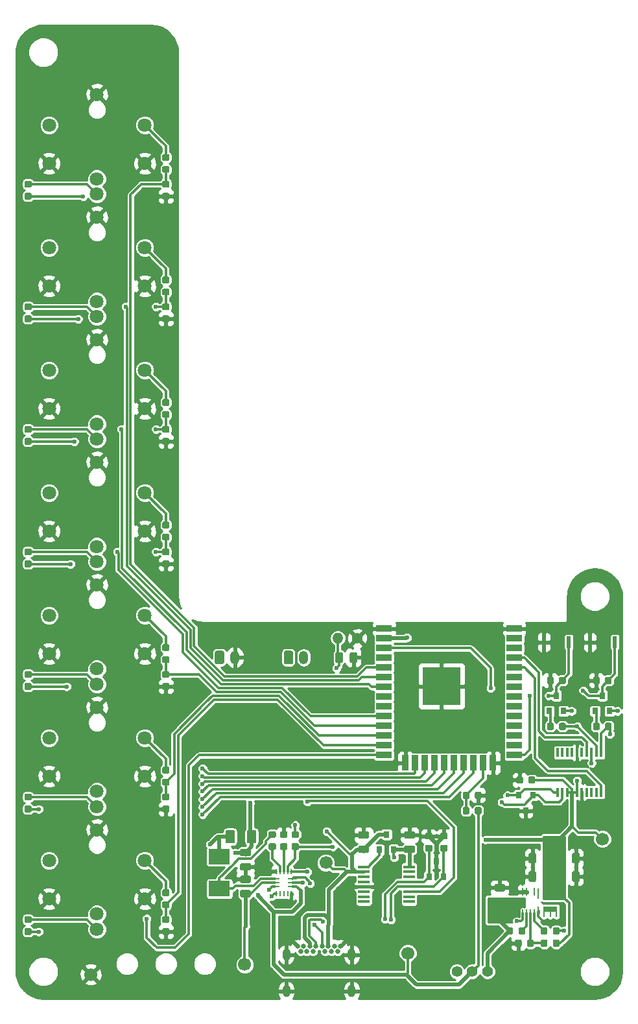
<source format=gbr>
G04 #@! TF.GenerationSoftware,KiCad,Pcbnew,(5.0.1-3-g963ef8bb5)*
G04 #@! TF.CreationDate,2021-04-06T11:18:42+02:00*
G04 #@! TF.ProjectId,foodSampler_v20,666F6F6453616D706C65725F7632302E,rev?*
G04 #@! TF.SameCoordinates,Original*
G04 #@! TF.FileFunction,Copper,L1,Top,Signal*
G04 #@! TF.FilePolarity,Positive*
%FSLAX46Y46*%
G04 Gerber Fmt 4.6, Leading zero omitted, Abs format (unit mm)*
G04 Created by KiCad (PCBNEW (5.0.1-3-g963ef8bb5)) date 2021 April 06, Tuesday 11:18:42*
%MOMM*%
%LPD*%
G01*
G04 APERTURE LIST*
G04 #@! TA.AperFunction,Conductor*
%ADD10C,0.100000*%
G04 #@! TD*
G04 #@! TA.AperFunction,SMDPad,CuDef*
%ADD11C,0.875000*%
G04 #@! TD*
G04 #@! TA.AperFunction,SMDPad,CuDef*
%ADD12C,0.975000*%
G04 #@! TD*
G04 #@! TA.AperFunction,SMDPad,CuDef*
%ADD13R,0.800000X0.900000*%
G04 #@! TD*
G04 #@! TA.AperFunction,ComponentPad*
%ADD14C,0.650000*%
G04 #@! TD*
G04 #@! TA.AperFunction,ComponentPad*
%ADD15O,1.000000X1.600000*%
G04 #@! TD*
G04 #@! TA.AperFunction,ComponentPad*
%ADD16C,1.200000*%
G04 #@! TD*
G04 #@! TA.AperFunction,ComponentPad*
%ADD17O,1.200000X1.750000*%
G04 #@! TD*
G04 #@! TA.AperFunction,SMDPad,CuDef*
%ADD18C,1.250000*%
G04 #@! TD*
G04 #@! TA.AperFunction,ComponentPad*
%ADD19C,1.800000*%
G04 #@! TD*
G04 #@! TA.AperFunction,WasherPad*
%ADD20C,1.800000*%
G04 #@! TD*
G04 #@! TA.AperFunction,ComponentPad*
%ADD21C,1.400000*%
G04 #@! TD*
G04 #@! TA.AperFunction,ComponentPad*
%ADD22O,1.400000X1.400000*%
G04 #@! TD*
G04 #@! TA.AperFunction,SMDPad,CuDef*
%ADD23R,1.500000X0.450000*%
G04 #@! TD*
G04 #@! TA.AperFunction,SMDPad,CuDef*
%ADD24R,0.400000X1.200000*%
G04 #@! TD*
G04 #@! TA.AperFunction,SMDPad,CuDef*
%ADD25R,5.000000X5.000000*%
G04 #@! TD*
G04 #@! TA.AperFunction,SMDPad,CuDef*
%ADD26R,2.000000X0.900000*%
G04 #@! TD*
G04 #@! TA.AperFunction,SMDPad,CuDef*
%ADD27R,0.900000X2.000000*%
G04 #@! TD*
G04 #@! TA.AperFunction,SMDPad,CuDef*
%ADD28R,0.550000X1.500000*%
G04 #@! TD*
G04 #@! TA.AperFunction,SMDPad,CuDef*
%ADD29R,2.800000X2.000000*%
G04 #@! TD*
G04 #@! TA.AperFunction,SMDPad,CuDef*
%ADD30R,1.300000X0.250000*%
G04 #@! TD*
G04 #@! TA.AperFunction,SMDPad,CuDef*
%ADD31R,0.250000X0.700000*%
G04 #@! TD*
G04 #@! TA.AperFunction,SMDPad,CuDef*
%ADD32R,0.250000X1.000000*%
G04 #@! TD*
G04 #@! TA.AperFunction,SMDPad,CuDef*
%ADD33R,0.250000X1.400000*%
G04 #@! TD*
G04 #@! TA.AperFunction,SMDPad,CuDef*
%ADD34R,1.800000X0.800000*%
G04 #@! TD*
G04 #@! TA.AperFunction,SMDPad,CuDef*
%ADD35R,1.000000X0.250000*%
G04 #@! TD*
G04 #@! TA.AperFunction,ComponentPad*
%ADD36C,1.700000*%
G04 #@! TD*
G04 #@! TA.AperFunction,ViaPad*
%ADD37C,0.600000*%
G04 #@! TD*
G04 #@! TA.AperFunction,Conductor*
%ADD38C,0.500000*%
G04 #@! TD*
G04 #@! TA.AperFunction,Conductor*
%ADD39C,0.400000*%
G04 #@! TD*
G04 #@! TA.AperFunction,Conductor*
%ADD40C,0.300000*%
G04 #@! TD*
G04 #@! TA.AperFunction,Conductor*
%ADD41C,0.250000*%
G04 #@! TD*
G04 #@! TA.AperFunction,Conductor*
%ADD42C,0.700000*%
G04 #@! TD*
G04 #@! TA.AperFunction,Conductor*
%ADD43C,0.254000*%
G04 #@! TD*
%ADD44C,0.254000*%
G04 APERTURE END LIST*
D10*
G04 #@! TO.N,Net-(R40-Pad1)*
G04 #@! TO.C,R41*
G36*
X85452691Y-131526053D02*
X85473926Y-131529203D01*
X85494750Y-131534419D01*
X85514962Y-131541651D01*
X85534368Y-131550830D01*
X85552781Y-131561866D01*
X85570024Y-131574654D01*
X85585930Y-131589070D01*
X85600346Y-131604976D01*
X85613134Y-131622219D01*
X85624170Y-131640632D01*
X85633349Y-131660038D01*
X85640581Y-131680250D01*
X85645797Y-131701074D01*
X85648947Y-131722309D01*
X85650000Y-131743750D01*
X85650000Y-132256250D01*
X85648947Y-132277691D01*
X85645797Y-132298926D01*
X85640581Y-132319750D01*
X85633349Y-132339962D01*
X85624170Y-132359368D01*
X85613134Y-132377781D01*
X85600346Y-132395024D01*
X85585930Y-132410930D01*
X85570024Y-132425346D01*
X85552781Y-132438134D01*
X85534368Y-132449170D01*
X85514962Y-132458349D01*
X85494750Y-132465581D01*
X85473926Y-132470797D01*
X85452691Y-132473947D01*
X85431250Y-132475000D01*
X84993750Y-132475000D01*
X84972309Y-132473947D01*
X84951074Y-132470797D01*
X84930250Y-132465581D01*
X84910038Y-132458349D01*
X84890632Y-132449170D01*
X84872219Y-132438134D01*
X84854976Y-132425346D01*
X84839070Y-132410930D01*
X84824654Y-132395024D01*
X84811866Y-132377781D01*
X84800830Y-132359368D01*
X84791651Y-132339962D01*
X84784419Y-132319750D01*
X84779203Y-132298926D01*
X84776053Y-132277691D01*
X84775000Y-132256250D01*
X84775000Y-131743750D01*
X84776053Y-131722309D01*
X84779203Y-131701074D01*
X84784419Y-131680250D01*
X84791651Y-131660038D01*
X84800830Y-131640632D01*
X84811866Y-131622219D01*
X84824654Y-131604976D01*
X84839070Y-131589070D01*
X84854976Y-131574654D01*
X84872219Y-131561866D01*
X84890632Y-131550830D01*
X84910038Y-131541651D01*
X84930250Y-131534419D01*
X84951074Y-131529203D01*
X84972309Y-131526053D01*
X84993750Y-131525000D01*
X85431250Y-131525000D01*
X85452691Y-131526053D01*
X85452691Y-131526053D01*
G37*
D11*
G04 #@! TD*
G04 #@! TO.P,R41,2*
G04 #@! TO.N,Net-(R40-Pad1)*
X85212500Y-132000000D03*
D10*
G04 #@! TO.N,GND*
G04 #@! TO.C,R41*
G36*
X87027691Y-131526053D02*
X87048926Y-131529203D01*
X87069750Y-131534419D01*
X87089962Y-131541651D01*
X87109368Y-131550830D01*
X87127781Y-131561866D01*
X87145024Y-131574654D01*
X87160930Y-131589070D01*
X87175346Y-131604976D01*
X87188134Y-131622219D01*
X87199170Y-131640632D01*
X87208349Y-131660038D01*
X87215581Y-131680250D01*
X87220797Y-131701074D01*
X87223947Y-131722309D01*
X87225000Y-131743750D01*
X87225000Y-132256250D01*
X87223947Y-132277691D01*
X87220797Y-132298926D01*
X87215581Y-132319750D01*
X87208349Y-132339962D01*
X87199170Y-132359368D01*
X87188134Y-132377781D01*
X87175346Y-132395024D01*
X87160930Y-132410930D01*
X87145024Y-132425346D01*
X87127781Y-132438134D01*
X87109368Y-132449170D01*
X87089962Y-132458349D01*
X87069750Y-132465581D01*
X87048926Y-132470797D01*
X87027691Y-132473947D01*
X87006250Y-132475000D01*
X86568750Y-132475000D01*
X86547309Y-132473947D01*
X86526074Y-132470797D01*
X86505250Y-132465581D01*
X86485038Y-132458349D01*
X86465632Y-132449170D01*
X86447219Y-132438134D01*
X86429976Y-132425346D01*
X86414070Y-132410930D01*
X86399654Y-132395024D01*
X86386866Y-132377781D01*
X86375830Y-132359368D01*
X86366651Y-132339962D01*
X86359419Y-132319750D01*
X86354203Y-132298926D01*
X86351053Y-132277691D01*
X86350000Y-132256250D01*
X86350000Y-131743750D01*
X86351053Y-131722309D01*
X86354203Y-131701074D01*
X86359419Y-131680250D01*
X86366651Y-131660038D01*
X86375830Y-131640632D01*
X86386866Y-131622219D01*
X86399654Y-131604976D01*
X86414070Y-131589070D01*
X86429976Y-131574654D01*
X86447219Y-131561866D01*
X86465632Y-131550830D01*
X86485038Y-131541651D01*
X86505250Y-131534419D01*
X86526074Y-131529203D01*
X86547309Y-131526053D01*
X86568750Y-131525000D01*
X87006250Y-131525000D01*
X87027691Y-131526053D01*
X87027691Y-131526053D01*
G37*
D11*
G04 #@! TD*
G04 #@! TO.P,R41,1*
G04 #@! TO.N,GND*
X86787500Y-132000000D03*
D10*
G04 #@! TO.N,VBUS*
G04 #@! TO.C,C00*
G36*
X72303336Y-138555754D02*
X72326997Y-138559264D01*
X72350201Y-138565076D01*
X72372723Y-138573134D01*
X72394347Y-138583362D01*
X72414864Y-138595659D01*
X72434077Y-138609909D01*
X72451801Y-138625973D01*
X72467865Y-138643697D01*
X72482115Y-138662910D01*
X72494412Y-138683427D01*
X72504640Y-138705051D01*
X72512698Y-138727573D01*
X72518510Y-138750777D01*
X72522020Y-138774438D01*
X72523194Y-138798330D01*
X72523194Y-139285830D01*
X72522020Y-139309722D01*
X72518510Y-139333383D01*
X72512698Y-139356587D01*
X72504640Y-139379109D01*
X72494412Y-139400733D01*
X72482115Y-139421250D01*
X72467865Y-139440463D01*
X72451801Y-139458187D01*
X72434077Y-139474251D01*
X72414864Y-139488501D01*
X72394347Y-139500798D01*
X72372723Y-139511026D01*
X72350201Y-139519084D01*
X72326997Y-139524896D01*
X72303336Y-139528406D01*
X72279444Y-139529580D01*
X71366944Y-139529580D01*
X71343052Y-139528406D01*
X71319391Y-139524896D01*
X71296187Y-139519084D01*
X71273665Y-139511026D01*
X71252041Y-139500798D01*
X71231524Y-139488501D01*
X71212311Y-139474251D01*
X71194587Y-139458187D01*
X71178523Y-139440463D01*
X71164273Y-139421250D01*
X71151976Y-139400733D01*
X71141748Y-139379109D01*
X71133690Y-139356587D01*
X71127878Y-139333383D01*
X71124368Y-139309722D01*
X71123194Y-139285830D01*
X71123194Y-138798330D01*
X71124368Y-138774438D01*
X71127878Y-138750777D01*
X71133690Y-138727573D01*
X71141748Y-138705051D01*
X71151976Y-138683427D01*
X71164273Y-138662910D01*
X71178523Y-138643697D01*
X71194587Y-138625973D01*
X71212311Y-138609909D01*
X71231524Y-138595659D01*
X71252041Y-138583362D01*
X71273665Y-138573134D01*
X71296187Y-138565076D01*
X71319391Y-138559264D01*
X71343052Y-138555754D01*
X71366944Y-138554580D01*
X72279444Y-138554580D01*
X72303336Y-138555754D01*
X72303336Y-138555754D01*
G37*
D12*
G04 #@! TD*
G04 #@! TO.P,C00,1*
G04 #@! TO.N,VBUS*
X71823194Y-139042080D03*
D10*
G04 #@! TO.N,GND*
G04 #@! TO.C,C00*
G36*
X72303336Y-136680754D02*
X72326997Y-136684264D01*
X72350201Y-136690076D01*
X72372723Y-136698134D01*
X72394347Y-136708362D01*
X72414864Y-136720659D01*
X72434077Y-136734909D01*
X72451801Y-136750973D01*
X72467865Y-136768697D01*
X72482115Y-136787910D01*
X72494412Y-136808427D01*
X72504640Y-136830051D01*
X72512698Y-136852573D01*
X72518510Y-136875777D01*
X72522020Y-136899438D01*
X72523194Y-136923330D01*
X72523194Y-137410830D01*
X72522020Y-137434722D01*
X72518510Y-137458383D01*
X72512698Y-137481587D01*
X72504640Y-137504109D01*
X72494412Y-137525733D01*
X72482115Y-137546250D01*
X72467865Y-137565463D01*
X72451801Y-137583187D01*
X72434077Y-137599251D01*
X72414864Y-137613501D01*
X72394347Y-137625798D01*
X72372723Y-137636026D01*
X72350201Y-137644084D01*
X72326997Y-137649896D01*
X72303336Y-137653406D01*
X72279444Y-137654580D01*
X71366944Y-137654580D01*
X71343052Y-137653406D01*
X71319391Y-137649896D01*
X71296187Y-137644084D01*
X71273665Y-137636026D01*
X71252041Y-137625798D01*
X71231524Y-137613501D01*
X71212311Y-137599251D01*
X71194587Y-137583187D01*
X71178523Y-137565463D01*
X71164273Y-137546250D01*
X71151976Y-137525733D01*
X71141748Y-137504109D01*
X71133690Y-137481587D01*
X71127878Y-137458383D01*
X71124368Y-137434722D01*
X71123194Y-137410830D01*
X71123194Y-136923330D01*
X71124368Y-136899438D01*
X71127878Y-136875777D01*
X71133690Y-136852573D01*
X71141748Y-136830051D01*
X71151976Y-136808427D01*
X71164273Y-136787910D01*
X71178523Y-136768697D01*
X71194587Y-136750973D01*
X71212311Y-136734909D01*
X71231524Y-136720659D01*
X71252041Y-136708362D01*
X71273665Y-136698134D01*
X71296187Y-136690076D01*
X71319391Y-136684264D01*
X71343052Y-136680754D01*
X71366944Y-136679580D01*
X72279444Y-136679580D01*
X72303336Y-136680754D01*
X72303336Y-136680754D01*
G37*
D12*
G04 #@! TD*
G04 #@! TO.P,C00,2*
G04 #@! TO.N,GND*
X71823194Y-137167080D03*
D10*
G04 #@! TO.N,GND*
G04 #@! TO.C,C01*
G36*
X78303336Y-136680754D02*
X78326997Y-136684264D01*
X78350201Y-136690076D01*
X78372723Y-136698134D01*
X78394347Y-136708362D01*
X78414864Y-136720659D01*
X78434077Y-136734909D01*
X78451801Y-136750973D01*
X78467865Y-136768697D01*
X78482115Y-136787910D01*
X78494412Y-136808427D01*
X78504640Y-136830051D01*
X78512698Y-136852573D01*
X78518510Y-136875777D01*
X78522020Y-136899438D01*
X78523194Y-136923330D01*
X78523194Y-137410830D01*
X78522020Y-137434722D01*
X78518510Y-137458383D01*
X78512698Y-137481587D01*
X78504640Y-137504109D01*
X78494412Y-137525733D01*
X78482115Y-137546250D01*
X78467865Y-137565463D01*
X78451801Y-137583187D01*
X78434077Y-137599251D01*
X78414864Y-137613501D01*
X78394347Y-137625798D01*
X78372723Y-137636026D01*
X78350201Y-137644084D01*
X78326997Y-137649896D01*
X78303336Y-137653406D01*
X78279444Y-137654580D01*
X77366944Y-137654580D01*
X77343052Y-137653406D01*
X77319391Y-137649896D01*
X77296187Y-137644084D01*
X77273665Y-137636026D01*
X77252041Y-137625798D01*
X77231524Y-137613501D01*
X77212311Y-137599251D01*
X77194587Y-137583187D01*
X77178523Y-137565463D01*
X77164273Y-137546250D01*
X77151976Y-137525733D01*
X77141748Y-137504109D01*
X77133690Y-137481587D01*
X77127878Y-137458383D01*
X77124368Y-137434722D01*
X77123194Y-137410830D01*
X77123194Y-136923330D01*
X77124368Y-136899438D01*
X77127878Y-136875777D01*
X77133690Y-136852573D01*
X77141748Y-136830051D01*
X77151976Y-136808427D01*
X77164273Y-136787910D01*
X77178523Y-136768697D01*
X77194587Y-136750973D01*
X77212311Y-136734909D01*
X77231524Y-136720659D01*
X77252041Y-136708362D01*
X77273665Y-136698134D01*
X77296187Y-136690076D01*
X77319391Y-136684264D01*
X77343052Y-136680754D01*
X77366944Y-136679580D01*
X78279444Y-136679580D01*
X78303336Y-136680754D01*
X78303336Y-136680754D01*
G37*
D12*
G04 #@! TD*
G04 #@! TO.P,C01,2*
G04 #@! TO.N,GND*
X77823194Y-137167080D03*
D10*
G04 #@! TO.N,Net-(C01-Pad1)*
G04 #@! TO.C,C01*
G36*
X78303336Y-138555754D02*
X78326997Y-138559264D01*
X78350201Y-138565076D01*
X78372723Y-138573134D01*
X78394347Y-138583362D01*
X78414864Y-138595659D01*
X78434077Y-138609909D01*
X78451801Y-138625973D01*
X78467865Y-138643697D01*
X78482115Y-138662910D01*
X78494412Y-138683427D01*
X78504640Y-138705051D01*
X78512698Y-138727573D01*
X78518510Y-138750777D01*
X78522020Y-138774438D01*
X78523194Y-138798330D01*
X78523194Y-139285830D01*
X78522020Y-139309722D01*
X78518510Y-139333383D01*
X78512698Y-139356587D01*
X78504640Y-139379109D01*
X78494412Y-139400733D01*
X78482115Y-139421250D01*
X78467865Y-139440463D01*
X78451801Y-139458187D01*
X78434077Y-139474251D01*
X78414864Y-139488501D01*
X78394347Y-139500798D01*
X78372723Y-139511026D01*
X78350201Y-139519084D01*
X78326997Y-139524896D01*
X78303336Y-139528406D01*
X78279444Y-139529580D01*
X77366944Y-139529580D01*
X77343052Y-139528406D01*
X77319391Y-139524896D01*
X77296187Y-139519084D01*
X77273665Y-139511026D01*
X77252041Y-139500798D01*
X77231524Y-139488501D01*
X77212311Y-139474251D01*
X77194587Y-139458187D01*
X77178523Y-139440463D01*
X77164273Y-139421250D01*
X77151976Y-139400733D01*
X77141748Y-139379109D01*
X77133690Y-139356587D01*
X77127878Y-139333383D01*
X77124368Y-139309722D01*
X77123194Y-139285830D01*
X77123194Y-138798330D01*
X77124368Y-138774438D01*
X77127878Y-138750777D01*
X77133690Y-138727573D01*
X77141748Y-138705051D01*
X77151976Y-138683427D01*
X77164273Y-138662910D01*
X77178523Y-138643697D01*
X77194587Y-138625973D01*
X77212311Y-138609909D01*
X77231524Y-138595659D01*
X77252041Y-138583362D01*
X77273665Y-138573134D01*
X77296187Y-138565076D01*
X77319391Y-138559264D01*
X77343052Y-138555754D01*
X77366944Y-138554580D01*
X78279444Y-138554580D01*
X78303336Y-138555754D01*
X78303336Y-138555754D01*
G37*
D12*
G04 #@! TD*
G04 #@! TO.P,C01,1*
G04 #@! TO.N,Net-(C01-Pad1)*
X77823194Y-139042080D03*
D10*
G04 #@! TO.N,GND*
G04 #@! TO.C,C10*
G36*
X96452691Y-116526053D02*
X96473926Y-116529203D01*
X96494750Y-116534419D01*
X96514962Y-116541651D01*
X96534368Y-116550830D01*
X96552781Y-116561866D01*
X96570024Y-116574654D01*
X96585930Y-116589070D01*
X96600346Y-116604976D01*
X96613134Y-116622219D01*
X96624170Y-116640632D01*
X96633349Y-116660038D01*
X96640581Y-116680250D01*
X96645797Y-116701074D01*
X96648947Y-116722309D01*
X96650000Y-116743750D01*
X96650000Y-117256250D01*
X96648947Y-117277691D01*
X96645797Y-117298926D01*
X96640581Y-117319750D01*
X96633349Y-117339962D01*
X96624170Y-117359368D01*
X96613134Y-117377781D01*
X96600346Y-117395024D01*
X96585930Y-117410930D01*
X96570024Y-117425346D01*
X96552781Y-117438134D01*
X96534368Y-117449170D01*
X96514962Y-117458349D01*
X96494750Y-117465581D01*
X96473926Y-117470797D01*
X96452691Y-117473947D01*
X96431250Y-117475000D01*
X95993750Y-117475000D01*
X95972309Y-117473947D01*
X95951074Y-117470797D01*
X95930250Y-117465581D01*
X95910038Y-117458349D01*
X95890632Y-117449170D01*
X95872219Y-117438134D01*
X95854976Y-117425346D01*
X95839070Y-117410930D01*
X95824654Y-117395024D01*
X95811866Y-117377781D01*
X95800830Y-117359368D01*
X95791651Y-117339962D01*
X95784419Y-117319750D01*
X95779203Y-117298926D01*
X95776053Y-117277691D01*
X95775000Y-117256250D01*
X95775000Y-116743750D01*
X95776053Y-116722309D01*
X95779203Y-116701074D01*
X95784419Y-116680250D01*
X95791651Y-116660038D01*
X95800830Y-116640632D01*
X95811866Y-116622219D01*
X95824654Y-116604976D01*
X95839070Y-116589070D01*
X95854976Y-116574654D01*
X95872219Y-116561866D01*
X95890632Y-116550830D01*
X95910038Y-116541651D01*
X95930250Y-116534419D01*
X95951074Y-116529203D01*
X95972309Y-116526053D01*
X95993750Y-116525000D01*
X96431250Y-116525000D01*
X96452691Y-116526053D01*
X96452691Y-116526053D01*
G37*
D11*
G04 #@! TD*
G04 #@! TO.P,C10,2*
G04 #@! TO.N,GND*
X96212500Y-117000000D03*
D10*
G04 #@! TO.N,IO0*
G04 #@! TO.C,C10*
G36*
X98027691Y-116526053D02*
X98048926Y-116529203D01*
X98069750Y-116534419D01*
X98089962Y-116541651D01*
X98109368Y-116550830D01*
X98127781Y-116561866D01*
X98145024Y-116574654D01*
X98160930Y-116589070D01*
X98175346Y-116604976D01*
X98188134Y-116622219D01*
X98199170Y-116640632D01*
X98208349Y-116660038D01*
X98215581Y-116680250D01*
X98220797Y-116701074D01*
X98223947Y-116722309D01*
X98225000Y-116743750D01*
X98225000Y-117256250D01*
X98223947Y-117277691D01*
X98220797Y-117298926D01*
X98215581Y-117319750D01*
X98208349Y-117339962D01*
X98199170Y-117359368D01*
X98188134Y-117377781D01*
X98175346Y-117395024D01*
X98160930Y-117410930D01*
X98145024Y-117425346D01*
X98127781Y-117438134D01*
X98109368Y-117449170D01*
X98089962Y-117458349D01*
X98069750Y-117465581D01*
X98048926Y-117470797D01*
X98027691Y-117473947D01*
X98006250Y-117475000D01*
X97568750Y-117475000D01*
X97547309Y-117473947D01*
X97526074Y-117470797D01*
X97505250Y-117465581D01*
X97485038Y-117458349D01*
X97465632Y-117449170D01*
X97447219Y-117438134D01*
X97429976Y-117425346D01*
X97414070Y-117410930D01*
X97399654Y-117395024D01*
X97386866Y-117377781D01*
X97375830Y-117359368D01*
X97366651Y-117339962D01*
X97359419Y-117319750D01*
X97354203Y-117298926D01*
X97351053Y-117277691D01*
X97350000Y-117256250D01*
X97350000Y-116743750D01*
X97351053Y-116722309D01*
X97354203Y-116701074D01*
X97359419Y-116680250D01*
X97366651Y-116660038D01*
X97375830Y-116640632D01*
X97386866Y-116622219D01*
X97399654Y-116604976D01*
X97414070Y-116589070D01*
X97429976Y-116574654D01*
X97447219Y-116561866D01*
X97465632Y-116550830D01*
X97485038Y-116541651D01*
X97505250Y-116534419D01*
X97526074Y-116529203D01*
X97547309Y-116526053D01*
X97568750Y-116525000D01*
X98006250Y-116525000D01*
X98027691Y-116526053D01*
X98027691Y-116526053D01*
G37*
D11*
G04 #@! TD*
G04 #@! TO.P,C10,1*
G04 #@! TO.N,IO0*
X97787500Y-117000000D03*
D10*
G04 #@! TO.N,EN*
G04 #@! TO.C,C11*
G36*
X104027691Y-116526053D02*
X104048926Y-116529203D01*
X104069750Y-116534419D01*
X104089962Y-116541651D01*
X104109368Y-116550830D01*
X104127781Y-116561866D01*
X104145024Y-116574654D01*
X104160930Y-116589070D01*
X104175346Y-116604976D01*
X104188134Y-116622219D01*
X104199170Y-116640632D01*
X104208349Y-116660038D01*
X104215581Y-116680250D01*
X104220797Y-116701074D01*
X104223947Y-116722309D01*
X104225000Y-116743750D01*
X104225000Y-117256250D01*
X104223947Y-117277691D01*
X104220797Y-117298926D01*
X104215581Y-117319750D01*
X104208349Y-117339962D01*
X104199170Y-117359368D01*
X104188134Y-117377781D01*
X104175346Y-117395024D01*
X104160930Y-117410930D01*
X104145024Y-117425346D01*
X104127781Y-117438134D01*
X104109368Y-117449170D01*
X104089962Y-117458349D01*
X104069750Y-117465581D01*
X104048926Y-117470797D01*
X104027691Y-117473947D01*
X104006250Y-117475000D01*
X103568750Y-117475000D01*
X103547309Y-117473947D01*
X103526074Y-117470797D01*
X103505250Y-117465581D01*
X103485038Y-117458349D01*
X103465632Y-117449170D01*
X103447219Y-117438134D01*
X103429976Y-117425346D01*
X103414070Y-117410930D01*
X103399654Y-117395024D01*
X103386866Y-117377781D01*
X103375830Y-117359368D01*
X103366651Y-117339962D01*
X103359419Y-117319750D01*
X103354203Y-117298926D01*
X103351053Y-117277691D01*
X103350000Y-117256250D01*
X103350000Y-116743750D01*
X103351053Y-116722309D01*
X103354203Y-116701074D01*
X103359419Y-116680250D01*
X103366651Y-116660038D01*
X103375830Y-116640632D01*
X103386866Y-116622219D01*
X103399654Y-116604976D01*
X103414070Y-116589070D01*
X103429976Y-116574654D01*
X103447219Y-116561866D01*
X103465632Y-116550830D01*
X103485038Y-116541651D01*
X103505250Y-116534419D01*
X103526074Y-116529203D01*
X103547309Y-116526053D01*
X103568750Y-116525000D01*
X104006250Y-116525000D01*
X104027691Y-116526053D01*
X104027691Y-116526053D01*
G37*
D11*
G04 #@! TD*
G04 #@! TO.P,C11,1*
G04 #@! TO.N,EN*
X103787500Y-117000000D03*
D10*
G04 #@! TO.N,GND*
G04 #@! TO.C,C11*
G36*
X102452691Y-116526053D02*
X102473926Y-116529203D01*
X102494750Y-116534419D01*
X102514962Y-116541651D01*
X102534368Y-116550830D01*
X102552781Y-116561866D01*
X102570024Y-116574654D01*
X102585930Y-116589070D01*
X102600346Y-116604976D01*
X102613134Y-116622219D01*
X102624170Y-116640632D01*
X102633349Y-116660038D01*
X102640581Y-116680250D01*
X102645797Y-116701074D01*
X102648947Y-116722309D01*
X102650000Y-116743750D01*
X102650000Y-117256250D01*
X102648947Y-117277691D01*
X102645797Y-117298926D01*
X102640581Y-117319750D01*
X102633349Y-117339962D01*
X102624170Y-117359368D01*
X102613134Y-117377781D01*
X102600346Y-117395024D01*
X102585930Y-117410930D01*
X102570024Y-117425346D01*
X102552781Y-117438134D01*
X102534368Y-117449170D01*
X102514962Y-117458349D01*
X102494750Y-117465581D01*
X102473926Y-117470797D01*
X102452691Y-117473947D01*
X102431250Y-117475000D01*
X101993750Y-117475000D01*
X101972309Y-117473947D01*
X101951074Y-117470797D01*
X101930250Y-117465581D01*
X101910038Y-117458349D01*
X101890632Y-117449170D01*
X101872219Y-117438134D01*
X101854976Y-117425346D01*
X101839070Y-117410930D01*
X101824654Y-117395024D01*
X101811866Y-117377781D01*
X101800830Y-117359368D01*
X101791651Y-117339962D01*
X101784419Y-117319750D01*
X101779203Y-117298926D01*
X101776053Y-117277691D01*
X101775000Y-117256250D01*
X101775000Y-116743750D01*
X101776053Y-116722309D01*
X101779203Y-116701074D01*
X101784419Y-116680250D01*
X101791651Y-116660038D01*
X101800830Y-116640632D01*
X101811866Y-116622219D01*
X101824654Y-116604976D01*
X101839070Y-116589070D01*
X101854976Y-116574654D01*
X101872219Y-116561866D01*
X101890632Y-116550830D01*
X101910038Y-116541651D01*
X101930250Y-116534419D01*
X101951074Y-116529203D01*
X101972309Y-116526053D01*
X101993750Y-116525000D01*
X102431250Y-116525000D01*
X102452691Y-116526053D01*
X102452691Y-116526053D01*
G37*
D11*
G04 #@! TD*
G04 #@! TO.P,C11,2*
G04 #@! TO.N,GND*
X102212500Y-117000000D03*
D10*
G04 #@! TO.N,+3V3*
G04 #@! TO.C,C12*
G36*
X94027691Y-129526053D02*
X94048926Y-129529203D01*
X94069750Y-129534419D01*
X94089962Y-129541651D01*
X94109368Y-129550830D01*
X94127781Y-129561866D01*
X94145024Y-129574654D01*
X94160930Y-129589070D01*
X94175346Y-129604976D01*
X94188134Y-129622219D01*
X94199170Y-129640632D01*
X94208349Y-129660038D01*
X94215581Y-129680250D01*
X94220797Y-129701074D01*
X94223947Y-129722309D01*
X94225000Y-129743750D01*
X94225000Y-130256250D01*
X94223947Y-130277691D01*
X94220797Y-130298926D01*
X94215581Y-130319750D01*
X94208349Y-130339962D01*
X94199170Y-130359368D01*
X94188134Y-130377781D01*
X94175346Y-130395024D01*
X94160930Y-130410930D01*
X94145024Y-130425346D01*
X94127781Y-130438134D01*
X94109368Y-130449170D01*
X94089962Y-130458349D01*
X94069750Y-130465581D01*
X94048926Y-130470797D01*
X94027691Y-130473947D01*
X94006250Y-130475000D01*
X93568750Y-130475000D01*
X93547309Y-130473947D01*
X93526074Y-130470797D01*
X93505250Y-130465581D01*
X93485038Y-130458349D01*
X93465632Y-130449170D01*
X93447219Y-130438134D01*
X93429976Y-130425346D01*
X93414070Y-130410930D01*
X93399654Y-130395024D01*
X93386866Y-130377781D01*
X93375830Y-130359368D01*
X93366651Y-130339962D01*
X93359419Y-130319750D01*
X93354203Y-130298926D01*
X93351053Y-130277691D01*
X93350000Y-130256250D01*
X93350000Y-129743750D01*
X93351053Y-129722309D01*
X93354203Y-129701074D01*
X93359419Y-129680250D01*
X93366651Y-129660038D01*
X93375830Y-129640632D01*
X93386866Y-129622219D01*
X93399654Y-129604976D01*
X93414070Y-129589070D01*
X93429976Y-129574654D01*
X93447219Y-129561866D01*
X93465632Y-129550830D01*
X93485038Y-129541651D01*
X93505250Y-129534419D01*
X93526074Y-129529203D01*
X93547309Y-129526053D01*
X93568750Y-129525000D01*
X94006250Y-129525000D01*
X94027691Y-129526053D01*
X94027691Y-129526053D01*
G37*
D11*
G04 #@! TD*
G04 #@! TO.P,C12,1*
G04 #@! TO.N,+3V3*
X93787500Y-130000000D03*
D10*
G04 #@! TO.N,GND*
G04 #@! TO.C,C12*
G36*
X92452691Y-129526053D02*
X92473926Y-129529203D01*
X92494750Y-129534419D01*
X92514962Y-129541651D01*
X92534368Y-129550830D01*
X92552781Y-129561866D01*
X92570024Y-129574654D01*
X92585930Y-129589070D01*
X92600346Y-129604976D01*
X92613134Y-129622219D01*
X92624170Y-129640632D01*
X92633349Y-129660038D01*
X92640581Y-129680250D01*
X92645797Y-129701074D01*
X92648947Y-129722309D01*
X92650000Y-129743750D01*
X92650000Y-130256250D01*
X92648947Y-130277691D01*
X92645797Y-130298926D01*
X92640581Y-130319750D01*
X92633349Y-130339962D01*
X92624170Y-130359368D01*
X92613134Y-130377781D01*
X92600346Y-130395024D01*
X92585930Y-130410930D01*
X92570024Y-130425346D01*
X92552781Y-130438134D01*
X92534368Y-130449170D01*
X92514962Y-130458349D01*
X92494750Y-130465581D01*
X92473926Y-130470797D01*
X92452691Y-130473947D01*
X92431250Y-130475000D01*
X91993750Y-130475000D01*
X91972309Y-130473947D01*
X91951074Y-130470797D01*
X91930250Y-130465581D01*
X91910038Y-130458349D01*
X91890632Y-130449170D01*
X91872219Y-130438134D01*
X91854976Y-130425346D01*
X91839070Y-130410930D01*
X91824654Y-130395024D01*
X91811866Y-130377781D01*
X91800830Y-130359368D01*
X91791651Y-130339962D01*
X91784419Y-130319750D01*
X91779203Y-130298926D01*
X91776053Y-130277691D01*
X91775000Y-130256250D01*
X91775000Y-129743750D01*
X91776053Y-129722309D01*
X91779203Y-129701074D01*
X91784419Y-129680250D01*
X91791651Y-129660038D01*
X91800830Y-129640632D01*
X91811866Y-129622219D01*
X91824654Y-129604976D01*
X91839070Y-129589070D01*
X91854976Y-129574654D01*
X91872219Y-129561866D01*
X91890632Y-129550830D01*
X91910038Y-129541651D01*
X91930250Y-129534419D01*
X91951074Y-129529203D01*
X91972309Y-129526053D01*
X91993750Y-129525000D01*
X92431250Y-129525000D01*
X92452691Y-129526053D01*
X92452691Y-129526053D01*
G37*
D11*
G04 #@! TD*
G04 #@! TO.P,C12,2*
G04 #@! TO.N,GND*
X92212500Y-130000000D03*
D10*
G04 #@! TO.N,+3V3*
G04 #@! TO.C,C20*
G36*
X97930142Y-141901174D02*
X97953803Y-141904684D01*
X97977007Y-141910496D01*
X97999529Y-141918554D01*
X98021153Y-141928782D01*
X98041670Y-141941079D01*
X98060883Y-141955329D01*
X98078607Y-141971393D01*
X98094671Y-141989117D01*
X98108921Y-142008330D01*
X98121218Y-142028847D01*
X98131446Y-142050471D01*
X98139504Y-142072993D01*
X98145316Y-142096197D01*
X98148826Y-142119858D01*
X98150000Y-142143750D01*
X98150000Y-143056250D01*
X98148826Y-143080142D01*
X98145316Y-143103803D01*
X98139504Y-143127007D01*
X98131446Y-143149529D01*
X98121218Y-143171153D01*
X98108921Y-143191670D01*
X98094671Y-143210883D01*
X98078607Y-143228607D01*
X98060883Y-143244671D01*
X98041670Y-143258921D01*
X98021153Y-143271218D01*
X97999529Y-143281446D01*
X97977007Y-143289504D01*
X97953803Y-143295316D01*
X97930142Y-143298826D01*
X97906250Y-143300000D01*
X97418750Y-143300000D01*
X97394858Y-143298826D01*
X97371197Y-143295316D01*
X97347993Y-143289504D01*
X97325471Y-143281446D01*
X97303847Y-143271218D01*
X97283330Y-143258921D01*
X97264117Y-143244671D01*
X97246393Y-143228607D01*
X97230329Y-143210883D01*
X97216079Y-143191670D01*
X97203782Y-143171153D01*
X97193554Y-143149529D01*
X97185496Y-143127007D01*
X97179684Y-143103803D01*
X97176174Y-143080142D01*
X97175000Y-143056250D01*
X97175000Y-142143750D01*
X97176174Y-142119858D01*
X97179684Y-142096197D01*
X97185496Y-142072993D01*
X97193554Y-142050471D01*
X97203782Y-142028847D01*
X97216079Y-142008330D01*
X97230329Y-141989117D01*
X97246393Y-141971393D01*
X97264117Y-141955329D01*
X97283330Y-141941079D01*
X97303847Y-141928782D01*
X97325471Y-141918554D01*
X97347993Y-141910496D01*
X97371197Y-141904684D01*
X97394858Y-141901174D01*
X97418750Y-141900000D01*
X97906250Y-141900000D01*
X97930142Y-141901174D01*
X97930142Y-141901174D01*
G37*
D12*
G04 #@! TD*
G04 #@! TO.P,C20,1*
G04 #@! TO.N,+3V3*
X97662500Y-142600000D03*
D10*
G04 #@! TO.N,GND*
G04 #@! TO.C,C20*
G36*
X99805142Y-141901174D02*
X99828803Y-141904684D01*
X99852007Y-141910496D01*
X99874529Y-141918554D01*
X99896153Y-141928782D01*
X99916670Y-141941079D01*
X99935883Y-141955329D01*
X99953607Y-141971393D01*
X99969671Y-141989117D01*
X99983921Y-142008330D01*
X99996218Y-142028847D01*
X100006446Y-142050471D01*
X100014504Y-142072993D01*
X100020316Y-142096197D01*
X100023826Y-142119858D01*
X100025000Y-142143750D01*
X100025000Y-143056250D01*
X100023826Y-143080142D01*
X100020316Y-143103803D01*
X100014504Y-143127007D01*
X100006446Y-143149529D01*
X99996218Y-143171153D01*
X99983921Y-143191670D01*
X99969671Y-143210883D01*
X99953607Y-143228607D01*
X99935883Y-143244671D01*
X99916670Y-143258921D01*
X99896153Y-143271218D01*
X99874529Y-143281446D01*
X99852007Y-143289504D01*
X99828803Y-143295316D01*
X99805142Y-143298826D01*
X99781250Y-143300000D01*
X99293750Y-143300000D01*
X99269858Y-143298826D01*
X99246197Y-143295316D01*
X99222993Y-143289504D01*
X99200471Y-143281446D01*
X99178847Y-143271218D01*
X99158330Y-143258921D01*
X99139117Y-143244671D01*
X99121393Y-143228607D01*
X99105329Y-143210883D01*
X99091079Y-143191670D01*
X99078782Y-143171153D01*
X99068554Y-143149529D01*
X99060496Y-143127007D01*
X99054684Y-143103803D01*
X99051174Y-143080142D01*
X99050000Y-143056250D01*
X99050000Y-142143750D01*
X99051174Y-142119858D01*
X99054684Y-142096197D01*
X99060496Y-142072993D01*
X99068554Y-142050471D01*
X99078782Y-142028847D01*
X99091079Y-142008330D01*
X99105329Y-141989117D01*
X99121393Y-141971393D01*
X99139117Y-141955329D01*
X99158330Y-141941079D01*
X99178847Y-141928782D01*
X99200471Y-141918554D01*
X99222993Y-141910496D01*
X99246197Y-141904684D01*
X99269858Y-141901174D01*
X99293750Y-141900000D01*
X99781250Y-141900000D01*
X99805142Y-141901174D01*
X99805142Y-141901174D01*
G37*
D12*
G04 #@! TD*
G04 #@! TO.P,C20,2*
G04 #@! TO.N,GND*
X99537500Y-142600000D03*
D10*
G04 #@! TO.N,GND*
G04 #@! TO.C,C21*
G36*
X94130142Y-141901174D02*
X94153803Y-141904684D01*
X94177007Y-141910496D01*
X94199529Y-141918554D01*
X94221153Y-141928782D01*
X94241670Y-141941079D01*
X94260883Y-141955329D01*
X94278607Y-141971393D01*
X94294671Y-141989117D01*
X94308921Y-142008330D01*
X94321218Y-142028847D01*
X94331446Y-142050471D01*
X94339504Y-142072993D01*
X94345316Y-142096197D01*
X94348826Y-142119858D01*
X94350000Y-142143750D01*
X94350000Y-143056250D01*
X94348826Y-143080142D01*
X94345316Y-143103803D01*
X94339504Y-143127007D01*
X94331446Y-143149529D01*
X94321218Y-143171153D01*
X94308921Y-143191670D01*
X94294671Y-143210883D01*
X94278607Y-143228607D01*
X94260883Y-143244671D01*
X94241670Y-143258921D01*
X94221153Y-143271218D01*
X94199529Y-143281446D01*
X94177007Y-143289504D01*
X94153803Y-143295316D01*
X94130142Y-143298826D01*
X94106250Y-143300000D01*
X93618750Y-143300000D01*
X93594858Y-143298826D01*
X93571197Y-143295316D01*
X93547993Y-143289504D01*
X93525471Y-143281446D01*
X93503847Y-143271218D01*
X93483330Y-143258921D01*
X93464117Y-143244671D01*
X93446393Y-143228607D01*
X93430329Y-143210883D01*
X93416079Y-143191670D01*
X93403782Y-143171153D01*
X93393554Y-143149529D01*
X93385496Y-143127007D01*
X93379684Y-143103803D01*
X93376174Y-143080142D01*
X93375000Y-143056250D01*
X93375000Y-142143750D01*
X93376174Y-142119858D01*
X93379684Y-142096197D01*
X93385496Y-142072993D01*
X93393554Y-142050471D01*
X93403782Y-142028847D01*
X93416079Y-142008330D01*
X93430329Y-141989117D01*
X93446393Y-141971393D01*
X93464117Y-141955329D01*
X93483330Y-141941079D01*
X93503847Y-141928782D01*
X93525471Y-141918554D01*
X93547993Y-141910496D01*
X93571197Y-141904684D01*
X93594858Y-141901174D01*
X93618750Y-141900000D01*
X94106250Y-141900000D01*
X94130142Y-141901174D01*
X94130142Y-141901174D01*
G37*
D12*
G04 #@! TD*
G04 #@! TO.P,C21,2*
G04 #@! TO.N,GND*
X93862500Y-142600000D03*
D10*
G04 #@! TO.N,+3V3*
G04 #@! TO.C,C21*
G36*
X96005142Y-141901174D02*
X96028803Y-141904684D01*
X96052007Y-141910496D01*
X96074529Y-141918554D01*
X96096153Y-141928782D01*
X96116670Y-141941079D01*
X96135883Y-141955329D01*
X96153607Y-141971393D01*
X96169671Y-141989117D01*
X96183921Y-142008330D01*
X96196218Y-142028847D01*
X96206446Y-142050471D01*
X96214504Y-142072993D01*
X96220316Y-142096197D01*
X96223826Y-142119858D01*
X96225000Y-142143750D01*
X96225000Y-143056250D01*
X96223826Y-143080142D01*
X96220316Y-143103803D01*
X96214504Y-143127007D01*
X96206446Y-143149529D01*
X96196218Y-143171153D01*
X96183921Y-143191670D01*
X96169671Y-143210883D01*
X96153607Y-143228607D01*
X96135883Y-143244671D01*
X96116670Y-143258921D01*
X96096153Y-143271218D01*
X96074529Y-143281446D01*
X96052007Y-143289504D01*
X96028803Y-143295316D01*
X96005142Y-143298826D01*
X95981250Y-143300000D01*
X95493750Y-143300000D01*
X95469858Y-143298826D01*
X95446197Y-143295316D01*
X95422993Y-143289504D01*
X95400471Y-143281446D01*
X95378847Y-143271218D01*
X95358330Y-143258921D01*
X95339117Y-143244671D01*
X95321393Y-143228607D01*
X95305329Y-143210883D01*
X95291079Y-143191670D01*
X95278782Y-143171153D01*
X95268554Y-143149529D01*
X95260496Y-143127007D01*
X95254684Y-143103803D01*
X95251174Y-143080142D01*
X95250000Y-143056250D01*
X95250000Y-142143750D01*
X95251174Y-142119858D01*
X95254684Y-142096197D01*
X95260496Y-142072993D01*
X95268554Y-142050471D01*
X95278782Y-142028847D01*
X95291079Y-142008330D01*
X95305329Y-141989117D01*
X95321393Y-141971393D01*
X95339117Y-141955329D01*
X95358330Y-141941079D01*
X95378847Y-141928782D01*
X95400471Y-141918554D01*
X95422993Y-141910496D01*
X95446197Y-141904684D01*
X95469858Y-141901174D01*
X95493750Y-141900000D01*
X95981250Y-141900000D01*
X96005142Y-141901174D01*
X96005142Y-141901174D01*
G37*
D12*
G04 #@! TD*
G04 #@! TO.P,C21,1*
G04 #@! TO.N,+3V3*
X95737500Y-142600000D03*
D10*
G04 #@! TO.N,+3V3*
G04 #@! TO.C,C22*
G36*
X96005142Y-139501174D02*
X96028803Y-139504684D01*
X96052007Y-139510496D01*
X96074529Y-139518554D01*
X96096153Y-139528782D01*
X96116670Y-139541079D01*
X96135883Y-139555329D01*
X96153607Y-139571393D01*
X96169671Y-139589117D01*
X96183921Y-139608330D01*
X96196218Y-139628847D01*
X96206446Y-139650471D01*
X96214504Y-139672993D01*
X96220316Y-139696197D01*
X96223826Y-139719858D01*
X96225000Y-139743750D01*
X96225000Y-140656250D01*
X96223826Y-140680142D01*
X96220316Y-140703803D01*
X96214504Y-140727007D01*
X96206446Y-140749529D01*
X96196218Y-140771153D01*
X96183921Y-140791670D01*
X96169671Y-140810883D01*
X96153607Y-140828607D01*
X96135883Y-140844671D01*
X96116670Y-140858921D01*
X96096153Y-140871218D01*
X96074529Y-140881446D01*
X96052007Y-140889504D01*
X96028803Y-140895316D01*
X96005142Y-140898826D01*
X95981250Y-140900000D01*
X95493750Y-140900000D01*
X95469858Y-140898826D01*
X95446197Y-140895316D01*
X95422993Y-140889504D01*
X95400471Y-140881446D01*
X95378847Y-140871218D01*
X95358330Y-140858921D01*
X95339117Y-140844671D01*
X95321393Y-140828607D01*
X95305329Y-140810883D01*
X95291079Y-140791670D01*
X95278782Y-140771153D01*
X95268554Y-140749529D01*
X95260496Y-140727007D01*
X95254684Y-140703803D01*
X95251174Y-140680142D01*
X95250000Y-140656250D01*
X95250000Y-139743750D01*
X95251174Y-139719858D01*
X95254684Y-139696197D01*
X95260496Y-139672993D01*
X95268554Y-139650471D01*
X95278782Y-139628847D01*
X95291079Y-139608330D01*
X95305329Y-139589117D01*
X95321393Y-139571393D01*
X95339117Y-139555329D01*
X95358330Y-139541079D01*
X95378847Y-139528782D01*
X95400471Y-139518554D01*
X95422993Y-139510496D01*
X95446197Y-139504684D01*
X95469858Y-139501174D01*
X95493750Y-139500000D01*
X95981250Y-139500000D01*
X96005142Y-139501174D01*
X96005142Y-139501174D01*
G37*
D12*
G04 #@! TD*
G04 #@! TO.P,C22,1*
G04 #@! TO.N,+3V3*
X95737500Y-140200000D03*
D10*
G04 #@! TO.N,GND*
G04 #@! TO.C,C22*
G36*
X94130142Y-139501174D02*
X94153803Y-139504684D01*
X94177007Y-139510496D01*
X94199529Y-139518554D01*
X94221153Y-139528782D01*
X94241670Y-139541079D01*
X94260883Y-139555329D01*
X94278607Y-139571393D01*
X94294671Y-139589117D01*
X94308921Y-139608330D01*
X94321218Y-139628847D01*
X94331446Y-139650471D01*
X94339504Y-139672993D01*
X94345316Y-139696197D01*
X94348826Y-139719858D01*
X94350000Y-139743750D01*
X94350000Y-140656250D01*
X94348826Y-140680142D01*
X94345316Y-140703803D01*
X94339504Y-140727007D01*
X94331446Y-140749529D01*
X94321218Y-140771153D01*
X94308921Y-140791670D01*
X94294671Y-140810883D01*
X94278607Y-140828607D01*
X94260883Y-140844671D01*
X94241670Y-140858921D01*
X94221153Y-140871218D01*
X94199529Y-140881446D01*
X94177007Y-140889504D01*
X94153803Y-140895316D01*
X94130142Y-140898826D01*
X94106250Y-140900000D01*
X93618750Y-140900000D01*
X93594858Y-140898826D01*
X93571197Y-140895316D01*
X93547993Y-140889504D01*
X93525471Y-140881446D01*
X93503847Y-140871218D01*
X93483330Y-140858921D01*
X93464117Y-140844671D01*
X93446393Y-140828607D01*
X93430329Y-140810883D01*
X93416079Y-140791670D01*
X93403782Y-140771153D01*
X93393554Y-140749529D01*
X93385496Y-140727007D01*
X93379684Y-140703803D01*
X93376174Y-140680142D01*
X93375000Y-140656250D01*
X93375000Y-139743750D01*
X93376174Y-139719858D01*
X93379684Y-139696197D01*
X93385496Y-139672993D01*
X93393554Y-139650471D01*
X93403782Y-139628847D01*
X93416079Y-139608330D01*
X93430329Y-139589117D01*
X93446393Y-139571393D01*
X93464117Y-139555329D01*
X93483330Y-139541079D01*
X93503847Y-139528782D01*
X93525471Y-139518554D01*
X93547993Y-139510496D01*
X93571197Y-139504684D01*
X93594858Y-139501174D01*
X93618750Y-139500000D01*
X94106250Y-139500000D01*
X94130142Y-139501174D01*
X94130142Y-139501174D01*
G37*
D12*
G04 #@! TD*
G04 #@! TO.P,C22,2*
G04 #@! TO.N,GND*
X93862500Y-140200000D03*
D10*
G04 #@! TO.N,GND*
G04 #@! TO.C,C23*
G36*
X99805142Y-139501174D02*
X99828803Y-139504684D01*
X99852007Y-139510496D01*
X99874529Y-139518554D01*
X99896153Y-139528782D01*
X99916670Y-139541079D01*
X99935883Y-139555329D01*
X99953607Y-139571393D01*
X99969671Y-139589117D01*
X99983921Y-139608330D01*
X99996218Y-139628847D01*
X100006446Y-139650471D01*
X100014504Y-139672993D01*
X100020316Y-139696197D01*
X100023826Y-139719858D01*
X100025000Y-139743750D01*
X100025000Y-140656250D01*
X100023826Y-140680142D01*
X100020316Y-140703803D01*
X100014504Y-140727007D01*
X100006446Y-140749529D01*
X99996218Y-140771153D01*
X99983921Y-140791670D01*
X99969671Y-140810883D01*
X99953607Y-140828607D01*
X99935883Y-140844671D01*
X99916670Y-140858921D01*
X99896153Y-140871218D01*
X99874529Y-140881446D01*
X99852007Y-140889504D01*
X99828803Y-140895316D01*
X99805142Y-140898826D01*
X99781250Y-140900000D01*
X99293750Y-140900000D01*
X99269858Y-140898826D01*
X99246197Y-140895316D01*
X99222993Y-140889504D01*
X99200471Y-140881446D01*
X99178847Y-140871218D01*
X99158330Y-140858921D01*
X99139117Y-140844671D01*
X99121393Y-140828607D01*
X99105329Y-140810883D01*
X99091079Y-140791670D01*
X99078782Y-140771153D01*
X99068554Y-140749529D01*
X99060496Y-140727007D01*
X99054684Y-140703803D01*
X99051174Y-140680142D01*
X99050000Y-140656250D01*
X99050000Y-139743750D01*
X99051174Y-139719858D01*
X99054684Y-139696197D01*
X99060496Y-139672993D01*
X99068554Y-139650471D01*
X99078782Y-139628847D01*
X99091079Y-139608330D01*
X99105329Y-139589117D01*
X99121393Y-139571393D01*
X99139117Y-139555329D01*
X99158330Y-139541079D01*
X99178847Y-139528782D01*
X99200471Y-139518554D01*
X99222993Y-139510496D01*
X99246197Y-139504684D01*
X99269858Y-139501174D01*
X99293750Y-139500000D01*
X99781250Y-139500000D01*
X99805142Y-139501174D01*
X99805142Y-139501174D01*
G37*
D12*
G04 #@! TD*
G04 #@! TO.P,C23,2*
G04 #@! TO.N,GND*
X99537500Y-140200000D03*
D10*
G04 #@! TO.N,+3V3*
G04 #@! TO.C,C23*
G36*
X97930142Y-139501174D02*
X97953803Y-139504684D01*
X97977007Y-139510496D01*
X97999529Y-139518554D01*
X98021153Y-139528782D01*
X98041670Y-139541079D01*
X98060883Y-139555329D01*
X98078607Y-139571393D01*
X98094671Y-139589117D01*
X98108921Y-139608330D01*
X98121218Y-139628847D01*
X98131446Y-139650471D01*
X98139504Y-139672993D01*
X98145316Y-139696197D01*
X98148826Y-139719858D01*
X98150000Y-139743750D01*
X98150000Y-140656250D01*
X98148826Y-140680142D01*
X98145316Y-140703803D01*
X98139504Y-140727007D01*
X98131446Y-140749529D01*
X98121218Y-140771153D01*
X98108921Y-140791670D01*
X98094671Y-140810883D01*
X98078607Y-140828607D01*
X98060883Y-140844671D01*
X98041670Y-140858921D01*
X98021153Y-140871218D01*
X97999529Y-140881446D01*
X97977007Y-140889504D01*
X97953803Y-140895316D01*
X97930142Y-140898826D01*
X97906250Y-140900000D01*
X97418750Y-140900000D01*
X97394858Y-140898826D01*
X97371197Y-140895316D01*
X97347993Y-140889504D01*
X97325471Y-140881446D01*
X97303847Y-140871218D01*
X97283330Y-140858921D01*
X97264117Y-140844671D01*
X97246393Y-140828607D01*
X97230329Y-140810883D01*
X97216079Y-140791670D01*
X97203782Y-140771153D01*
X97193554Y-140749529D01*
X97185496Y-140727007D01*
X97179684Y-140703803D01*
X97176174Y-140680142D01*
X97175000Y-140656250D01*
X97175000Y-139743750D01*
X97176174Y-139719858D01*
X97179684Y-139696197D01*
X97185496Y-139672993D01*
X97193554Y-139650471D01*
X97203782Y-139628847D01*
X97216079Y-139608330D01*
X97230329Y-139589117D01*
X97246393Y-139571393D01*
X97264117Y-139555329D01*
X97283330Y-139541079D01*
X97303847Y-139528782D01*
X97325471Y-139518554D01*
X97347993Y-139510496D01*
X97371197Y-139504684D01*
X97394858Y-139501174D01*
X97418750Y-139500000D01*
X97906250Y-139500000D01*
X97930142Y-139501174D01*
X97930142Y-139501174D01*
G37*
D12*
G04 #@! TD*
G04 #@! TO.P,C23,1*
G04 #@! TO.N,+3V3*
X97662500Y-140200000D03*
D10*
G04 #@! TO.N,GND*
G04 #@! TO.C,C30*
G36*
X56880142Y-142476174D02*
X56903803Y-142479684D01*
X56927007Y-142485496D01*
X56949529Y-142493554D01*
X56971153Y-142503782D01*
X56991670Y-142516079D01*
X57010883Y-142530329D01*
X57028607Y-142546393D01*
X57044671Y-142564117D01*
X57058921Y-142583330D01*
X57071218Y-142603847D01*
X57081446Y-142625471D01*
X57089504Y-142647993D01*
X57095316Y-142671197D01*
X57098826Y-142694858D01*
X57100000Y-142718750D01*
X57100000Y-143206250D01*
X57098826Y-143230142D01*
X57095316Y-143253803D01*
X57089504Y-143277007D01*
X57081446Y-143299529D01*
X57071218Y-143321153D01*
X57058921Y-143341670D01*
X57044671Y-143360883D01*
X57028607Y-143378607D01*
X57010883Y-143394671D01*
X56991670Y-143408921D01*
X56971153Y-143421218D01*
X56949529Y-143431446D01*
X56927007Y-143439504D01*
X56903803Y-143445316D01*
X56880142Y-143448826D01*
X56856250Y-143450000D01*
X55943750Y-143450000D01*
X55919858Y-143448826D01*
X55896197Y-143445316D01*
X55872993Y-143439504D01*
X55850471Y-143431446D01*
X55828847Y-143421218D01*
X55808330Y-143408921D01*
X55789117Y-143394671D01*
X55771393Y-143378607D01*
X55755329Y-143360883D01*
X55741079Y-143341670D01*
X55728782Y-143321153D01*
X55718554Y-143299529D01*
X55710496Y-143277007D01*
X55704684Y-143253803D01*
X55701174Y-143230142D01*
X55700000Y-143206250D01*
X55700000Y-142718750D01*
X55701174Y-142694858D01*
X55704684Y-142671197D01*
X55710496Y-142647993D01*
X55718554Y-142625471D01*
X55728782Y-142603847D01*
X55741079Y-142583330D01*
X55755329Y-142564117D01*
X55771393Y-142546393D01*
X55789117Y-142530329D01*
X55808330Y-142516079D01*
X55828847Y-142503782D01*
X55850471Y-142493554D01*
X55872993Y-142485496D01*
X55896197Y-142479684D01*
X55919858Y-142476174D01*
X55943750Y-142475000D01*
X56856250Y-142475000D01*
X56880142Y-142476174D01*
X56880142Y-142476174D01*
G37*
D12*
G04 #@! TD*
G04 #@! TO.P,C30,2*
G04 #@! TO.N,GND*
X56400000Y-142962500D03*
D10*
G04 #@! TO.N,Net-(C01-Pad1)*
G04 #@! TO.C,C30*
G36*
X56880142Y-144351174D02*
X56903803Y-144354684D01*
X56927007Y-144360496D01*
X56949529Y-144368554D01*
X56971153Y-144378782D01*
X56991670Y-144391079D01*
X57010883Y-144405329D01*
X57028607Y-144421393D01*
X57044671Y-144439117D01*
X57058921Y-144458330D01*
X57071218Y-144478847D01*
X57081446Y-144500471D01*
X57089504Y-144522993D01*
X57095316Y-144546197D01*
X57098826Y-144569858D01*
X57100000Y-144593750D01*
X57100000Y-145081250D01*
X57098826Y-145105142D01*
X57095316Y-145128803D01*
X57089504Y-145152007D01*
X57081446Y-145174529D01*
X57071218Y-145196153D01*
X57058921Y-145216670D01*
X57044671Y-145235883D01*
X57028607Y-145253607D01*
X57010883Y-145269671D01*
X56991670Y-145283921D01*
X56971153Y-145296218D01*
X56949529Y-145306446D01*
X56927007Y-145314504D01*
X56903803Y-145320316D01*
X56880142Y-145323826D01*
X56856250Y-145325000D01*
X55943750Y-145325000D01*
X55919858Y-145323826D01*
X55896197Y-145320316D01*
X55872993Y-145314504D01*
X55850471Y-145306446D01*
X55828847Y-145296218D01*
X55808330Y-145283921D01*
X55789117Y-145269671D01*
X55771393Y-145253607D01*
X55755329Y-145235883D01*
X55741079Y-145216670D01*
X55728782Y-145196153D01*
X55718554Y-145174529D01*
X55710496Y-145152007D01*
X55704684Y-145128803D01*
X55701174Y-145105142D01*
X55700000Y-145081250D01*
X55700000Y-144593750D01*
X55701174Y-144569858D01*
X55704684Y-144546197D01*
X55710496Y-144522993D01*
X55718554Y-144500471D01*
X55728782Y-144478847D01*
X55741079Y-144458330D01*
X55755329Y-144439117D01*
X55771393Y-144421393D01*
X55789117Y-144405329D01*
X55808330Y-144391079D01*
X55828847Y-144378782D01*
X55850471Y-144368554D01*
X55872993Y-144360496D01*
X55896197Y-144354684D01*
X55919858Y-144351174D01*
X55943750Y-144350000D01*
X56856250Y-144350000D01*
X56880142Y-144351174D01*
X56880142Y-144351174D01*
G37*
D12*
G04 #@! TD*
G04 #@! TO.P,C30,1*
G04 #@! TO.N,Net-(C01-Pad1)*
X56400000Y-144837500D03*
D10*
G04 #@! TO.N,Net-(C31-Pad1)*
G04 #@! TO.C,C31*
G36*
X68892642Y-113301174D02*
X68916303Y-113304684D01*
X68939507Y-113310496D01*
X68962029Y-113318554D01*
X68983653Y-113328782D01*
X69004170Y-113341079D01*
X69023383Y-113355329D01*
X69041107Y-113371393D01*
X69057171Y-113389117D01*
X69071421Y-113408330D01*
X69083718Y-113428847D01*
X69093946Y-113450471D01*
X69102004Y-113472993D01*
X69107816Y-113496197D01*
X69111326Y-113519858D01*
X69112500Y-113543750D01*
X69112500Y-114456250D01*
X69111326Y-114480142D01*
X69107816Y-114503803D01*
X69102004Y-114527007D01*
X69093946Y-114549529D01*
X69083718Y-114571153D01*
X69071421Y-114591670D01*
X69057171Y-114610883D01*
X69041107Y-114628607D01*
X69023383Y-114644671D01*
X69004170Y-114658921D01*
X68983653Y-114671218D01*
X68962029Y-114681446D01*
X68939507Y-114689504D01*
X68916303Y-114695316D01*
X68892642Y-114698826D01*
X68868750Y-114700000D01*
X68381250Y-114700000D01*
X68357358Y-114698826D01*
X68333697Y-114695316D01*
X68310493Y-114689504D01*
X68287971Y-114681446D01*
X68266347Y-114671218D01*
X68245830Y-114658921D01*
X68226617Y-114644671D01*
X68208893Y-114628607D01*
X68192829Y-114610883D01*
X68178579Y-114591670D01*
X68166282Y-114571153D01*
X68156054Y-114549529D01*
X68147996Y-114527007D01*
X68142184Y-114503803D01*
X68138674Y-114480142D01*
X68137500Y-114456250D01*
X68137500Y-113543750D01*
X68138674Y-113519858D01*
X68142184Y-113496197D01*
X68147996Y-113472993D01*
X68156054Y-113450471D01*
X68166282Y-113428847D01*
X68178579Y-113408330D01*
X68192829Y-113389117D01*
X68208893Y-113371393D01*
X68226617Y-113355329D01*
X68245830Y-113341079D01*
X68266347Y-113328782D01*
X68287971Y-113318554D01*
X68310493Y-113310496D01*
X68333697Y-113304684D01*
X68357358Y-113301174D01*
X68381250Y-113300000D01*
X68868750Y-113300000D01*
X68892642Y-113301174D01*
X68892642Y-113301174D01*
G37*
D12*
G04 #@! TD*
G04 #@! TO.P,C31,1*
G04 #@! TO.N,Net-(C31-Pad1)*
X68625000Y-114000000D03*
D10*
G04 #@! TO.N,GND*
G04 #@! TO.C,C31*
G36*
X70767642Y-113301174D02*
X70791303Y-113304684D01*
X70814507Y-113310496D01*
X70837029Y-113318554D01*
X70858653Y-113328782D01*
X70879170Y-113341079D01*
X70898383Y-113355329D01*
X70916107Y-113371393D01*
X70932171Y-113389117D01*
X70946421Y-113408330D01*
X70958718Y-113428847D01*
X70968946Y-113450471D01*
X70977004Y-113472993D01*
X70982816Y-113496197D01*
X70986326Y-113519858D01*
X70987500Y-113543750D01*
X70987500Y-114456250D01*
X70986326Y-114480142D01*
X70982816Y-114503803D01*
X70977004Y-114527007D01*
X70968946Y-114549529D01*
X70958718Y-114571153D01*
X70946421Y-114591670D01*
X70932171Y-114610883D01*
X70916107Y-114628607D01*
X70898383Y-114644671D01*
X70879170Y-114658921D01*
X70858653Y-114671218D01*
X70837029Y-114681446D01*
X70814507Y-114689504D01*
X70791303Y-114695316D01*
X70767642Y-114698826D01*
X70743750Y-114700000D01*
X70256250Y-114700000D01*
X70232358Y-114698826D01*
X70208697Y-114695316D01*
X70185493Y-114689504D01*
X70162971Y-114681446D01*
X70141347Y-114671218D01*
X70120830Y-114658921D01*
X70101617Y-114644671D01*
X70083893Y-114628607D01*
X70067829Y-114610883D01*
X70053579Y-114591670D01*
X70041282Y-114571153D01*
X70031054Y-114549529D01*
X70022996Y-114527007D01*
X70017184Y-114503803D01*
X70013674Y-114480142D01*
X70012500Y-114456250D01*
X70012500Y-113543750D01*
X70013674Y-113519858D01*
X70017184Y-113496197D01*
X70022996Y-113472993D01*
X70031054Y-113450471D01*
X70041282Y-113428847D01*
X70053579Y-113408330D01*
X70067829Y-113389117D01*
X70083893Y-113371393D01*
X70101617Y-113355329D01*
X70120830Y-113341079D01*
X70141347Y-113328782D01*
X70162971Y-113318554D01*
X70185493Y-113310496D01*
X70208697Y-113304684D01*
X70232358Y-113301174D01*
X70256250Y-113300000D01*
X70743750Y-113300000D01*
X70767642Y-113301174D01*
X70767642Y-113301174D01*
G37*
D12*
G04 #@! TD*
G04 #@! TO.P,C31,2*
G04 #@! TO.N,GND*
X70500000Y-114000000D03*
D10*
G04 #@! TO.N,Net-(C33-Pad1)*
G04 #@! TO.C,C33*
G36*
X60177691Y-136676053D02*
X60198926Y-136679203D01*
X60219750Y-136684419D01*
X60239962Y-136691651D01*
X60259368Y-136700830D01*
X60277781Y-136711866D01*
X60295024Y-136724654D01*
X60310930Y-136739070D01*
X60325346Y-136754976D01*
X60338134Y-136772219D01*
X60349170Y-136790632D01*
X60358349Y-136810038D01*
X60365581Y-136830250D01*
X60370797Y-136851074D01*
X60373947Y-136872309D01*
X60375000Y-136893750D01*
X60375000Y-137331250D01*
X60373947Y-137352691D01*
X60370797Y-137373926D01*
X60365581Y-137394750D01*
X60358349Y-137414962D01*
X60349170Y-137434368D01*
X60338134Y-137452781D01*
X60325346Y-137470024D01*
X60310930Y-137485930D01*
X60295024Y-137500346D01*
X60277781Y-137513134D01*
X60259368Y-137524170D01*
X60239962Y-137533349D01*
X60219750Y-137540581D01*
X60198926Y-137545797D01*
X60177691Y-137548947D01*
X60156250Y-137550000D01*
X59643750Y-137550000D01*
X59622309Y-137548947D01*
X59601074Y-137545797D01*
X59580250Y-137540581D01*
X59560038Y-137533349D01*
X59540632Y-137524170D01*
X59522219Y-137513134D01*
X59504976Y-137500346D01*
X59489070Y-137485930D01*
X59474654Y-137470024D01*
X59461866Y-137452781D01*
X59450830Y-137434368D01*
X59441651Y-137414962D01*
X59434419Y-137394750D01*
X59429203Y-137373926D01*
X59426053Y-137352691D01*
X59425000Y-137331250D01*
X59425000Y-136893750D01*
X59426053Y-136872309D01*
X59429203Y-136851074D01*
X59434419Y-136830250D01*
X59441651Y-136810038D01*
X59450830Y-136790632D01*
X59461866Y-136772219D01*
X59474654Y-136754976D01*
X59489070Y-136739070D01*
X59504976Y-136724654D01*
X59522219Y-136711866D01*
X59540632Y-136700830D01*
X59560038Y-136691651D01*
X59580250Y-136684419D01*
X59601074Y-136679203D01*
X59622309Y-136676053D01*
X59643750Y-136675000D01*
X60156250Y-136675000D01*
X60177691Y-136676053D01*
X60177691Y-136676053D01*
G37*
D11*
G04 #@! TD*
G04 #@! TO.P,C33,1*
G04 #@! TO.N,Net-(C33-Pad1)*
X59900000Y-137112500D03*
D10*
G04 #@! TO.N,Net-(C33-Pad2)*
G04 #@! TO.C,C33*
G36*
X60177691Y-138251053D02*
X60198926Y-138254203D01*
X60219750Y-138259419D01*
X60239962Y-138266651D01*
X60259368Y-138275830D01*
X60277781Y-138286866D01*
X60295024Y-138299654D01*
X60310930Y-138314070D01*
X60325346Y-138329976D01*
X60338134Y-138347219D01*
X60349170Y-138365632D01*
X60358349Y-138385038D01*
X60365581Y-138405250D01*
X60370797Y-138426074D01*
X60373947Y-138447309D01*
X60375000Y-138468750D01*
X60375000Y-138906250D01*
X60373947Y-138927691D01*
X60370797Y-138948926D01*
X60365581Y-138969750D01*
X60358349Y-138989962D01*
X60349170Y-139009368D01*
X60338134Y-139027781D01*
X60325346Y-139045024D01*
X60310930Y-139060930D01*
X60295024Y-139075346D01*
X60277781Y-139088134D01*
X60259368Y-139099170D01*
X60239962Y-139108349D01*
X60219750Y-139115581D01*
X60198926Y-139120797D01*
X60177691Y-139123947D01*
X60156250Y-139125000D01*
X59643750Y-139125000D01*
X59622309Y-139123947D01*
X59601074Y-139120797D01*
X59580250Y-139115581D01*
X59560038Y-139108349D01*
X59540632Y-139099170D01*
X59522219Y-139088134D01*
X59504976Y-139075346D01*
X59489070Y-139060930D01*
X59474654Y-139045024D01*
X59461866Y-139027781D01*
X59450830Y-139009368D01*
X59441651Y-138989962D01*
X59434419Y-138969750D01*
X59429203Y-138948926D01*
X59426053Y-138927691D01*
X59425000Y-138906250D01*
X59425000Y-138468750D01*
X59426053Y-138447309D01*
X59429203Y-138426074D01*
X59434419Y-138405250D01*
X59441651Y-138385038D01*
X59450830Y-138365632D01*
X59461866Y-138347219D01*
X59474654Y-138329976D01*
X59489070Y-138314070D01*
X59504976Y-138299654D01*
X59522219Y-138286866D01*
X59540632Y-138275830D01*
X59560038Y-138266651D01*
X59580250Y-138259419D01*
X59601074Y-138254203D01*
X59622309Y-138251053D01*
X59643750Y-138250000D01*
X60156250Y-138250000D01*
X60177691Y-138251053D01*
X60177691Y-138251053D01*
G37*
D11*
G04 #@! TD*
G04 #@! TO.P,C33,2*
G04 #@! TO.N,Net-(C33-Pad2)*
X59900000Y-138687500D03*
D10*
G04 #@! TO.N,+BATT*
G04 #@! TO.C,C34*
G36*
X56880142Y-138976174D02*
X56903803Y-138979684D01*
X56927007Y-138985496D01*
X56949529Y-138993554D01*
X56971153Y-139003782D01*
X56991670Y-139016079D01*
X57010883Y-139030329D01*
X57028607Y-139046393D01*
X57044671Y-139064117D01*
X57058921Y-139083330D01*
X57071218Y-139103847D01*
X57081446Y-139125471D01*
X57089504Y-139147993D01*
X57095316Y-139171197D01*
X57098826Y-139194858D01*
X57100000Y-139218750D01*
X57100000Y-139706250D01*
X57098826Y-139730142D01*
X57095316Y-139753803D01*
X57089504Y-139777007D01*
X57081446Y-139799529D01*
X57071218Y-139821153D01*
X57058921Y-139841670D01*
X57044671Y-139860883D01*
X57028607Y-139878607D01*
X57010883Y-139894671D01*
X56991670Y-139908921D01*
X56971153Y-139921218D01*
X56949529Y-139931446D01*
X56927007Y-139939504D01*
X56903803Y-139945316D01*
X56880142Y-139948826D01*
X56856250Y-139950000D01*
X55943750Y-139950000D01*
X55919858Y-139948826D01*
X55896197Y-139945316D01*
X55872993Y-139939504D01*
X55850471Y-139931446D01*
X55828847Y-139921218D01*
X55808330Y-139908921D01*
X55789117Y-139894671D01*
X55771393Y-139878607D01*
X55755329Y-139860883D01*
X55741079Y-139841670D01*
X55728782Y-139821153D01*
X55718554Y-139799529D01*
X55710496Y-139777007D01*
X55704684Y-139753803D01*
X55701174Y-139730142D01*
X55700000Y-139706250D01*
X55700000Y-139218750D01*
X55701174Y-139194858D01*
X55704684Y-139171197D01*
X55710496Y-139147993D01*
X55718554Y-139125471D01*
X55728782Y-139103847D01*
X55741079Y-139083330D01*
X55755329Y-139064117D01*
X55771393Y-139046393D01*
X55789117Y-139030329D01*
X55808330Y-139016079D01*
X55828847Y-139003782D01*
X55850471Y-138993554D01*
X55872993Y-138985496D01*
X55896197Y-138979684D01*
X55919858Y-138976174D01*
X55943750Y-138975000D01*
X56856250Y-138975000D01*
X56880142Y-138976174D01*
X56880142Y-138976174D01*
G37*
D12*
G04 #@! TD*
G04 #@! TO.P,C34,1*
G04 #@! TO.N,+BATT*
X56400000Y-139462500D03*
D10*
G04 #@! TO.N,GND*
G04 #@! TO.C,C34*
G36*
X56880142Y-140851174D02*
X56903803Y-140854684D01*
X56927007Y-140860496D01*
X56949529Y-140868554D01*
X56971153Y-140878782D01*
X56991670Y-140891079D01*
X57010883Y-140905329D01*
X57028607Y-140921393D01*
X57044671Y-140939117D01*
X57058921Y-140958330D01*
X57071218Y-140978847D01*
X57081446Y-141000471D01*
X57089504Y-141022993D01*
X57095316Y-141046197D01*
X57098826Y-141069858D01*
X57100000Y-141093750D01*
X57100000Y-141581250D01*
X57098826Y-141605142D01*
X57095316Y-141628803D01*
X57089504Y-141652007D01*
X57081446Y-141674529D01*
X57071218Y-141696153D01*
X57058921Y-141716670D01*
X57044671Y-141735883D01*
X57028607Y-141753607D01*
X57010883Y-141769671D01*
X56991670Y-141783921D01*
X56971153Y-141796218D01*
X56949529Y-141806446D01*
X56927007Y-141814504D01*
X56903803Y-141820316D01*
X56880142Y-141823826D01*
X56856250Y-141825000D01*
X55943750Y-141825000D01*
X55919858Y-141823826D01*
X55896197Y-141820316D01*
X55872993Y-141814504D01*
X55850471Y-141806446D01*
X55828847Y-141796218D01*
X55808330Y-141783921D01*
X55789117Y-141769671D01*
X55771393Y-141753607D01*
X55755329Y-141735883D01*
X55741079Y-141716670D01*
X55728782Y-141696153D01*
X55718554Y-141674529D01*
X55710496Y-141652007D01*
X55704684Y-141628803D01*
X55701174Y-141605142D01*
X55700000Y-141581250D01*
X55700000Y-141093750D01*
X55701174Y-141069858D01*
X55704684Y-141046197D01*
X55710496Y-141022993D01*
X55718554Y-141000471D01*
X55728782Y-140978847D01*
X55741079Y-140958330D01*
X55755329Y-140939117D01*
X55771393Y-140921393D01*
X55789117Y-140905329D01*
X55808330Y-140891079D01*
X55828847Y-140878782D01*
X55850471Y-140868554D01*
X55872993Y-140860496D01*
X55896197Y-140854684D01*
X55919858Y-140851174D01*
X55943750Y-140850000D01*
X56856250Y-140850000D01*
X56880142Y-140851174D01*
X56880142Y-140851174D01*
G37*
D12*
G04 #@! TD*
G04 #@! TO.P,C34,2*
G04 #@! TO.N,GND*
X56400000Y-141337500D03*
D10*
G04 #@! TO.N,SW0*
G04 #@! TO.C,C40*
G36*
X46277691Y-51776053D02*
X46298926Y-51779203D01*
X46319750Y-51784419D01*
X46339962Y-51791651D01*
X46359368Y-51800830D01*
X46377781Y-51811866D01*
X46395024Y-51824654D01*
X46410930Y-51839070D01*
X46425346Y-51854976D01*
X46438134Y-51872219D01*
X46449170Y-51890632D01*
X46458349Y-51910038D01*
X46465581Y-51930250D01*
X46470797Y-51951074D01*
X46473947Y-51972309D01*
X46475000Y-51993750D01*
X46475000Y-52431250D01*
X46473947Y-52452691D01*
X46470797Y-52473926D01*
X46465581Y-52494750D01*
X46458349Y-52514962D01*
X46449170Y-52534368D01*
X46438134Y-52552781D01*
X46425346Y-52570024D01*
X46410930Y-52585930D01*
X46395024Y-52600346D01*
X46377781Y-52613134D01*
X46359368Y-52624170D01*
X46339962Y-52633349D01*
X46319750Y-52640581D01*
X46298926Y-52645797D01*
X46277691Y-52648947D01*
X46256250Y-52650000D01*
X45743750Y-52650000D01*
X45722309Y-52648947D01*
X45701074Y-52645797D01*
X45680250Y-52640581D01*
X45660038Y-52633349D01*
X45640632Y-52624170D01*
X45622219Y-52613134D01*
X45604976Y-52600346D01*
X45589070Y-52585930D01*
X45574654Y-52570024D01*
X45561866Y-52552781D01*
X45550830Y-52534368D01*
X45541651Y-52514962D01*
X45534419Y-52494750D01*
X45529203Y-52473926D01*
X45526053Y-52452691D01*
X45525000Y-52431250D01*
X45525000Y-51993750D01*
X45526053Y-51972309D01*
X45529203Y-51951074D01*
X45534419Y-51930250D01*
X45541651Y-51910038D01*
X45550830Y-51890632D01*
X45561866Y-51872219D01*
X45574654Y-51854976D01*
X45589070Y-51839070D01*
X45604976Y-51824654D01*
X45622219Y-51811866D01*
X45640632Y-51800830D01*
X45660038Y-51791651D01*
X45680250Y-51784419D01*
X45701074Y-51779203D01*
X45722309Y-51776053D01*
X45743750Y-51775000D01*
X46256250Y-51775000D01*
X46277691Y-51776053D01*
X46277691Y-51776053D01*
G37*
D11*
G04 #@! TD*
G04 #@! TO.P,C40,1*
G04 #@! TO.N,SW0*
X46000000Y-52212500D03*
D10*
G04 #@! TO.N,GND*
G04 #@! TO.C,C40*
G36*
X46277691Y-53351053D02*
X46298926Y-53354203D01*
X46319750Y-53359419D01*
X46339962Y-53366651D01*
X46359368Y-53375830D01*
X46377781Y-53386866D01*
X46395024Y-53399654D01*
X46410930Y-53414070D01*
X46425346Y-53429976D01*
X46438134Y-53447219D01*
X46449170Y-53465632D01*
X46458349Y-53485038D01*
X46465581Y-53505250D01*
X46470797Y-53526074D01*
X46473947Y-53547309D01*
X46475000Y-53568750D01*
X46475000Y-54006250D01*
X46473947Y-54027691D01*
X46470797Y-54048926D01*
X46465581Y-54069750D01*
X46458349Y-54089962D01*
X46449170Y-54109368D01*
X46438134Y-54127781D01*
X46425346Y-54145024D01*
X46410930Y-54160930D01*
X46395024Y-54175346D01*
X46377781Y-54188134D01*
X46359368Y-54199170D01*
X46339962Y-54208349D01*
X46319750Y-54215581D01*
X46298926Y-54220797D01*
X46277691Y-54223947D01*
X46256250Y-54225000D01*
X45743750Y-54225000D01*
X45722309Y-54223947D01*
X45701074Y-54220797D01*
X45680250Y-54215581D01*
X45660038Y-54208349D01*
X45640632Y-54199170D01*
X45622219Y-54188134D01*
X45604976Y-54175346D01*
X45589070Y-54160930D01*
X45574654Y-54145024D01*
X45561866Y-54127781D01*
X45550830Y-54109368D01*
X45541651Y-54089962D01*
X45534419Y-54069750D01*
X45529203Y-54048926D01*
X45526053Y-54027691D01*
X45525000Y-54006250D01*
X45525000Y-53568750D01*
X45526053Y-53547309D01*
X45529203Y-53526074D01*
X45534419Y-53505250D01*
X45541651Y-53485038D01*
X45550830Y-53465632D01*
X45561866Y-53447219D01*
X45574654Y-53429976D01*
X45589070Y-53414070D01*
X45604976Y-53399654D01*
X45622219Y-53386866D01*
X45640632Y-53375830D01*
X45660038Y-53366651D01*
X45680250Y-53359419D01*
X45701074Y-53354203D01*
X45722309Y-53351053D01*
X45743750Y-53350000D01*
X46256250Y-53350000D01*
X46277691Y-53351053D01*
X46277691Y-53351053D01*
G37*
D11*
G04 #@! TD*
G04 #@! TO.P,C40,2*
G04 #@! TO.N,GND*
X46000000Y-53787500D03*
D10*
G04 #@! TO.N,GND*
G04 #@! TO.C,C41*
G36*
X46277691Y-69351053D02*
X46298926Y-69354203D01*
X46319750Y-69359419D01*
X46339962Y-69366651D01*
X46359368Y-69375830D01*
X46377781Y-69386866D01*
X46395024Y-69399654D01*
X46410930Y-69414070D01*
X46425346Y-69429976D01*
X46438134Y-69447219D01*
X46449170Y-69465632D01*
X46458349Y-69485038D01*
X46465581Y-69505250D01*
X46470797Y-69526074D01*
X46473947Y-69547309D01*
X46475000Y-69568750D01*
X46475000Y-70006250D01*
X46473947Y-70027691D01*
X46470797Y-70048926D01*
X46465581Y-70069750D01*
X46458349Y-70089962D01*
X46449170Y-70109368D01*
X46438134Y-70127781D01*
X46425346Y-70145024D01*
X46410930Y-70160930D01*
X46395024Y-70175346D01*
X46377781Y-70188134D01*
X46359368Y-70199170D01*
X46339962Y-70208349D01*
X46319750Y-70215581D01*
X46298926Y-70220797D01*
X46277691Y-70223947D01*
X46256250Y-70225000D01*
X45743750Y-70225000D01*
X45722309Y-70223947D01*
X45701074Y-70220797D01*
X45680250Y-70215581D01*
X45660038Y-70208349D01*
X45640632Y-70199170D01*
X45622219Y-70188134D01*
X45604976Y-70175346D01*
X45589070Y-70160930D01*
X45574654Y-70145024D01*
X45561866Y-70127781D01*
X45550830Y-70109368D01*
X45541651Y-70089962D01*
X45534419Y-70069750D01*
X45529203Y-70048926D01*
X45526053Y-70027691D01*
X45525000Y-70006250D01*
X45525000Y-69568750D01*
X45526053Y-69547309D01*
X45529203Y-69526074D01*
X45534419Y-69505250D01*
X45541651Y-69485038D01*
X45550830Y-69465632D01*
X45561866Y-69447219D01*
X45574654Y-69429976D01*
X45589070Y-69414070D01*
X45604976Y-69399654D01*
X45622219Y-69386866D01*
X45640632Y-69375830D01*
X45660038Y-69366651D01*
X45680250Y-69359419D01*
X45701074Y-69354203D01*
X45722309Y-69351053D01*
X45743750Y-69350000D01*
X46256250Y-69350000D01*
X46277691Y-69351053D01*
X46277691Y-69351053D01*
G37*
D11*
G04 #@! TD*
G04 #@! TO.P,C41,2*
G04 #@! TO.N,GND*
X46000000Y-69787500D03*
D10*
G04 #@! TO.N,SW1*
G04 #@! TO.C,C41*
G36*
X46277691Y-67776053D02*
X46298926Y-67779203D01*
X46319750Y-67784419D01*
X46339962Y-67791651D01*
X46359368Y-67800830D01*
X46377781Y-67811866D01*
X46395024Y-67824654D01*
X46410930Y-67839070D01*
X46425346Y-67854976D01*
X46438134Y-67872219D01*
X46449170Y-67890632D01*
X46458349Y-67910038D01*
X46465581Y-67930250D01*
X46470797Y-67951074D01*
X46473947Y-67972309D01*
X46475000Y-67993750D01*
X46475000Y-68431250D01*
X46473947Y-68452691D01*
X46470797Y-68473926D01*
X46465581Y-68494750D01*
X46458349Y-68514962D01*
X46449170Y-68534368D01*
X46438134Y-68552781D01*
X46425346Y-68570024D01*
X46410930Y-68585930D01*
X46395024Y-68600346D01*
X46377781Y-68613134D01*
X46359368Y-68624170D01*
X46339962Y-68633349D01*
X46319750Y-68640581D01*
X46298926Y-68645797D01*
X46277691Y-68648947D01*
X46256250Y-68650000D01*
X45743750Y-68650000D01*
X45722309Y-68648947D01*
X45701074Y-68645797D01*
X45680250Y-68640581D01*
X45660038Y-68633349D01*
X45640632Y-68624170D01*
X45622219Y-68613134D01*
X45604976Y-68600346D01*
X45589070Y-68585930D01*
X45574654Y-68570024D01*
X45561866Y-68552781D01*
X45550830Y-68534368D01*
X45541651Y-68514962D01*
X45534419Y-68494750D01*
X45529203Y-68473926D01*
X45526053Y-68452691D01*
X45525000Y-68431250D01*
X45525000Y-67993750D01*
X45526053Y-67972309D01*
X45529203Y-67951074D01*
X45534419Y-67930250D01*
X45541651Y-67910038D01*
X45550830Y-67890632D01*
X45561866Y-67872219D01*
X45574654Y-67854976D01*
X45589070Y-67839070D01*
X45604976Y-67824654D01*
X45622219Y-67811866D01*
X45640632Y-67800830D01*
X45660038Y-67791651D01*
X45680250Y-67784419D01*
X45701074Y-67779203D01*
X45722309Y-67776053D01*
X45743750Y-67775000D01*
X46256250Y-67775000D01*
X46277691Y-67776053D01*
X46277691Y-67776053D01*
G37*
D11*
G04 #@! TD*
G04 #@! TO.P,C41,1*
G04 #@! TO.N,SW1*
X46000000Y-68212500D03*
D10*
G04 #@! TO.N,GND*
G04 #@! TO.C,C42*
G36*
X46277691Y-85351053D02*
X46298926Y-85354203D01*
X46319750Y-85359419D01*
X46339962Y-85366651D01*
X46359368Y-85375830D01*
X46377781Y-85386866D01*
X46395024Y-85399654D01*
X46410930Y-85414070D01*
X46425346Y-85429976D01*
X46438134Y-85447219D01*
X46449170Y-85465632D01*
X46458349Y-85485038D01*
X46465581Y-85505250D01*
X46470797Y-85526074D01*
X46473947Y-85547309D01*
X46475000Y-85568750D01*
X46475000Y-86006250D01*
X46473947Y-86027691D01*
X46470797Y-86048926D01*
X46465581Y-86069750D01*
X46458349Y-86089962D01*
X46449170Y-86109368D01*
X46438134Y-86127781D01*
X46425346Y-86145024D01*
X46410930Y-86160930D01*
X46395024Y-86175346D01*
X46377781Y-86188134D01*
X46359368Y-86199170D01*
X46339962Y-86208349D01*
X46319750Y-86215581D01*
X46298926Y-86220797D01*
X46277691Y-86223947D01*
X46256250Y-86225000D01*
X45743750Y-86225000D01*
X45722309Y-86223947D01*
X45701074Y-86220797D01*
X45680250Y-86215581D01*
X45660038Y-86208349D01*
X45640632Y-86199170D01*
X45622219Y-86188134D01*
X45604976Y-86175346D01*
X45589070Y-86160930D01*
X45574654Y-86145024D01*
X45561866Y-86127781D01*
X45550830Y-86109368D01*
X45541651Y-86089962D01*
X45534419Y-86069750D01*
X45529203Y-86048926D01*
X45526053Y-86027691D01*
X45525000Y-86006250D01*
X45525000Y-85568750D01*
X45526053Y-85547309D01*
X45529203Y-85526074D01*
X45534419Y-85505250D01*
X45541651Y-85485038D01*
X45550830Y-85465632D01*
X45561866Y-85447219D01*
X45574654Y-85429976D01*
X45589070Y-85414070D01*
X45604976Y-85399654D01*
X45622219Y-85386866D01*
X45640632Y-85375830D01*
X45660038Y-85366651D01*
X45680250Y-85359419D01*
X45701074Y-85354203D01*
X45722309Y-85351053D01*
X45743750Y-85350000D01*
X46256250Y-85350000D01*
X46277691Y-85351053D01*
X46277691Y-85351053D01*
G37*
D11*
G04 #@! TD*
G04 #@! TO.P,C42,2*
G04 #@! TO.N,GND*
X46000000Y-85787500D03*
D10*
G04 #@! TO.N,SW2*
G04 #@! TO.C,C42*
G36*
X46277691Y-83776053D02*
X46298926Y-83779203D01*
X46319750Y-83784419D01*
X46339962Y-83791651D01*
X46359368Y-83800830D01*
X46377781Y-83811866D01*
X46395024Y-83824654D01*
X46410930Y-83839070D01*
X46425346Y-83854976D01*
X46438134Y-83872219D01*
X46449170Y-83890632D01*
X46458349Y-83910038D01*
X46465581Y-83930250D01*
X46470797Y-83951074D01*
X46473947Y-83972309D01*
X46475000Y-83993750D01*
X46475000Y-84431250D01*
X46473947Y-84452691D01*
X46470797Y-84473926D01*
X46465581Y-84494750D01*
X46458349Y-84514962D01*
X46449170Y-84534368D01*
X46438134Y-84552781D01*
X46425346Y-84570024D01*
X46410930Y-84585930D01*
X46395024Y-84600346D01*
X46377781Y-84613134D01*
X46359368Y-84624170D01*
X46339962Y-84633349D01*
X46319750Y-84640581D01*
X46298926Y-84645797D01*
X46277691Y-84648947D01*
X46256250Y-84650000D01*
X45743750Y-84650000D01*
X45722309Y-84648947D01*
X45701074Y-84645797D01*
X45680250Y-84640581D01*
X45660038Y-84633349D01*
X45640632Y-84624170D01*
X45622219Y-84613134D01*
X45604976Y-84600346D01*
X45589070Y-84585930D01*
X45574654Y-84570024D01*
X45561866Y-84552781D01*
X45550830Y-84534368D01*
X45541651Y-84514962D01*
X45534419Y-84494750D01*
X45529203Y-84473926D01*
X45526053Y-84452691D01*
X45525000Y-84431250D01*
X45525000Y-83993750D01*
X45526053Y-83972309D01*
X45529203Y-83951074D01*
X45534419Y-83930250D01*
X45541651Y-83910038D01*
X45550830Y-83890632D01*
X45561866Y-83872219D01*
X45574654Y-83854976D01*
X45589070Y-83839070D01*
X45604976Y-83824654D01*
X45622219Y-83811866D01*
X45640632Y-83800830D01*
X45660038Y-83791651D01*
X45680250Y-83784419D01*
X45701074Y-83779203D01*
X45722309Y-83776053D01*
X45743750Y-83775000D01*
X46256250Y-83775000D01*
X46277691Y-83776053D01*
X46277691Y-83776053D01*
G37*
D11*
G04 #@! TD*
G04 #@! TO.P,C42,1*
G04 #@! TO.N,SW2*
X46000000Y-84212500D03*
D10*
G04 #@! TO.N,GND*
G04 #@! TO.C,C43*
G36*
X46277691Y-101351053D02*
X46298926Y-101354203D01*
X46319750Y-101359419D01*
X46339962Y-101366651D01*
X46359368Y-101375830D01*
X46377781Y-101386866D01*
X46395024Y-101399654D01*
X46410930Y-101414070D01*
X46425346Y-101429976D01*
X46438134Y-101447219D01*
X46449170Y-101465632D01*
X46458349Y-101485038D01*
X46465581Y-101505250D01*
X46470797Y-101526074D01*
X46473947Y-101547309D01*
X46475000Y-101568750D01*
X46475000Y-102006250D01*
X46473947Y-102027691D01*
X46470797Y-102048926D01*
X46465581Y-102069750D01*
X46458349Y-102089962D01*
X46449170Y-102109368D01*
X46438134Y-102127781D01*
X46425346Y-102145024D01*
X46410930Y-102160930D01*
X46395024Y-102175346D01*
X46377781Y-102188134D01*
X46359368Y-102199170D01*
X46339962Y-102208349D01*
X46319750Y-102215581D01*
X46298926Y-102220797D01*
X46277691Y-102223947D01*
X46256250Y-102225000D01*
X45743750Y-102225000D01*
X45722309Y-102223947D01*
X45701074Y-102220797D01*
X45680250Y-102215581D01*
X45660038Y-102208349D01*
X45640632Y-102199170D01*
X45622219Y-102188134D01*
X45604976Y-102175346D01*
X45589070Y-102160930D01*
X45574654Y-102145024D01*
X45561866Y-102127781D01*
X45550830Y-102109368D01*
X45541651Y-102089962D01*
X45534419Y-102069750D01*
X45529203Y-102048926D01*
X45526053Y-102027691D01*
X45525000Y-102006250D01*
X45525000Y-101568750D01*
X45526053Y-101547309D01*
X45529203Y-101526074D01*
X45534419Y-101505250D01*
X45541651Y-101485038D01*
X45550830Y-101465632D01*
X45561866Y-101447219D01*
X45574654Y-101429976D01*
X45589070Y-101414070D01*
X45604976Y-101399654D01*
X45622219Y-101386866D01*
X45640632Y-101375830D01*
X45660038Y-101366651D01*
X45680250Y-101359419D01*
X45701074Y-101354203D01*
X45722309Y-101351053D01*
X45743750Y-101350000D01*
X46256250Y-101350000D01*
X46277691Y-101351053D01*
X46277691Y-101351053D01*
G37*
D11*
G04 #@! TD*
G04 #@! TO.P,C43,2*
G04 #@! TO.N,GND*
X46000000Y-101787500D03*
D10*
G04 #@! TO.N,SW3*
G04 #@! TO.C,C43*
G36*
X46277691Y-99776053D02*
X46298926Y-99779203D01*
X46319750Y-99784419D01*
X46339962Y-99791651D01*
X46359368Y-99800830D01*
X46377781Y-99811866D01*
X46395024Y-99824654D01*
X46410930Y-99839070D01*
X46425346Y-99854976D01*
X46438134Y-99872219D01*
X46449170Y-99890632D01*
X46458349Y-99910038D01*
X46465581Y-99930250D01*
X46470797Y-99951074D01*
X46473947Y-99972309D01*
X46475000Y-99993750D01*
X46475000Y-100431250D01*
X46473947Y-100452691D01*
X46470797Y-100473926D01*
X46465581Y-100494750D01*
X46458349Y-100514962D01*
X46449170Y-100534368D01*
X46438134Y-100552781D01*
X46425346Y-100570024D01*
X46410930Y-100585930D01*
X46395024Y-100600346D01*
X46377781Y-100613134D01*
X46359368Y-100624170D01*
X46339962Y-100633349D01*
X46319750Y-100640581D01*
X46298926Y-100645797D01*
X46277691Y-100648947D01*
X46256250Y-100650000D01*
X45743750Y-100650000D01*
X45722309Y-100648947D01*
X45701074Y-100645797D01*
X45680250Y-100640581D01*
X45660038Y-100633349D01*
X45640632Y-100624170D01*
X45622219Y-100613134D01*
X45604976Y-100600346D01*
X45589070Y-100585930D01*
X45574654Y-100570024D01*
X45561866Y-100552781D01*
X45550830Y-100534368D01*
X45541651Y-100514962D01*
X45534419Y-100494750D01*
X45529203Y-100473926D01*
X45526053Y-100452691D01*
X45525000Y-100431250D01*
X45525000Y-99993750D01*
X45526053Y-99972309D01*
X45529203Y-99951074D01*
X45534419Y-99930250D01*
X45541651Y-99910038D01*
X45550830Y-99890632D01*
X45561866Y-99872219D01*
X45574654Y-99854976D01*
X45589070Y-99839070D01*
X45604976Y-99824654D01*
X45622219Y-99811866D01*
X45640632Y-99800830D01*
X45660038Y-99791651D01*
X45680250Y-99784419D01*
X45701074Y-99779203D01*
X45722309Y-99776053D01*
X45743750Y-99775000D01*
X46256250Y-99775000D01*
X46277691Y-99776053D01*
X46277691Y-99776053D01*
G37*
D11*
G04 #@! TD*
G04 #@! TO.P,C43,1*
G04 #@! TO.N,SW3*
X46000000Y-100212500D03*
D10*
G04 #@! TO.N,SW4*
G04 #@! TO.C,C44*
G36*
X46277691Y-115776053D02*
X46298926Y-115779203D01*
X46319750Y-115784419D01*
X46339962Y-115791651D01*
X46359368Y-115800830D01*
X46377781Y-115811866D01*
X46395024Y-115824654D01*
X46410930Y-115839070D01*
X46425346Y-115854976D01*
X46438134Y-115872219D01*
X46449170Y-115890632D01*
X46458349Y-115910038D01*
X46465581Y-115930250D01*
X46470797Y-115951074D01*
X46473947Y-115972309D01*
X46475000Y-115993750D01*
X46475000Y-116431250D01*
X46473947Y-116452691D01*
X46470797Y-116473926D01*
X46465581Y-116494750D01*
X46458349Y-116514962D01*
X46449170Y-116534368D01*
X46438134Y-116552781D01*
X46425346Y-116570024D01*
X46410930Y-116585930D01*
X46395024Y-116600346D01*
X46377781Y-116613134D01*
X46359368Y-116624170D01*
X46339962Y-116633349D01*
X46319750Y-116640581D01*
X46298926Y-116645797D01*
X46277691Y-116648947D01*
X46256250Y-116650000D01*
X45743750Y-116650000D01*
X45722309Y-116648947D01*
X45701074Y-116645797D01*
X45680250Y-116640581D01*
X45660038Y-116633349D01*
X45640632Y-116624170D01*
X45622219Y-116613134D01*
X45604976Y-116600346D01*
X45589070Y-116585930D01*
X45574654Y-116570024D01*
X45561866Y-116552781D01*
X45550830Y-116534368D01*
X45541651Y-116514962D01*
X45534419Y-116494750D01*
X45529203Y-116473926D01*
X45526053Y-116452691D01*
X45525000Y-116431250D01*
X45525000Y-115993750D01*
X45526053Y-115972309D01*
X45529203Y-115951074D01*
X45534419Y-115930250D01*
X45541651Y-115910038D01*
X45550830Y-115890632D01*
X45561866Y-115872219D01*
X45574654Y-115854976D01*
X45589070Y-115839070D01*
X45604976Y-115824654D01*
X45622219Y-115811866D01*
X45640632Y-115800830D01*
X45660038Y-115791651D01*
X45680250Y-115784419D01*
X45701074Y-115779203D01*
X45722309Y-115776053D01*
X45743750Y-115775000D01*
X46256250Y-115775000D01*
X46277691Y-115776053D01*
X46277691Y-115776053D01*
G37*
D11*
G04 #@! TD*
G04 #@! TO.P,C44,1*
G04 #@! TO.N,SW4*
X46000000Y-116212500D03*
D10*
G04 #@! TO.N,GND*
G04 #@! TO.C,C44*
G36*
X46277691Y-117351053D02*
X46298926Y-117354203D01*
X46319750Y-117359419D01*
X46339962Y-117366651D01*
X46359368Y-117375830D01*
X46377781Y-117386866D01*
X46395024Y-117399654D01*
X46410930Y-117414070D01*
X46425346Y-117429976D01*
X46438134Y-117447219D01*
X46449170Y-117465632D01*
X46458349Y-117485038D01*
X46465581Y-117505250D01*
X46470797Y-117526074D01*
X46473947Y-117547309D01*
X46475000Y-117568750D01*
X46475000Y-118006250D01*
X46473947Y-118027691D01*
X46470797Y-118048926D01*
X46465581Y-118069750D01*
X46458349Y-118089962D01*
X46449170Y-118109368D01*
X46438134Y-118127781D01*
X46425346Y-118145024D01*
X46410930Y-118160930D01*
X46395024Y-118175346D01*
X46377781Y-118188134D01*
X46359368Y-118199170D01*
X46339962Y-118208349D01*
X46319750Y-118215581D01*
X46298926Y-118220797D01*
X46277691Y-118223947D01*
X46256250Y-118225000D01*
X45743750Y-118225000D01*
X45722309Y-118223947D01*
X45701074Y-118220797D01*
X45680250Y-118215581D01*
X45660038Y-118208349D01*
X45640632Y-118199170D01*
X45622219Y-118188134D01*
X45604976Y-118175346D01*
X45589070Y-118160930D01*
X45574654Y-118145024D01*
X45561866Y-118127781D01*
X45550830Y-118109368D01*
X45541651Y-118089962D01*
X45534419Y-118069750D01*
X45529203Y-118048926D01*
X45526053Y-118027691D01*
X45525000Y-118006250D01*
X45525000Y-117568750D01*
X45526053Y-117547309D01*
X45529203Y-117526074D01*
X45534419Y-117505250D01*
X45541651Y-117485038D01*
X45550830Y-117465632D01*
X45561866Y-117447219D01*
X45574654Y-117429976D01*
X45589070Y-117414070D01*
X45604976Y-117399654D01*
X45622219Y-117386866D01*
X45640632Y-117375830D01*
X45660038Y-117366651D01*
X45680250Y-117359419D01*
X45701074Y-117354203D01*
X45722309Y-117351053D01*
X45743750Y-117350000D01*
X46256250Y-117350000D01*
X46277691Y-117351053D01*
X46277691Y-117351053D01*
G37*
D11*
G04 #@! TD*
G04 #@! TO.P,C44,2*
G04 #@! TO.N,GND*
X46000000Y-117787500D03*
D10*
G04 #@! TO.N,GND*
G04 #@! TO.C,C45*
G36*
X46277691Y-133351053D02*
X46298926Y-133354203D01*
X46319750Y-133359419D01*
X46339962Y-133366651D01*
X46359368Y-133375830D01*
X46377781Y-133386866D01*
X46395024Y-133399654D01*
X46410930Y-133414070D01*
X46425346Y-133429976D01*
X46438134Y-133447219D01*
X46449170Y-133465632D01*
X46458349Y-133485038D01*
X46465581Y-133505250D01*
X46470797Y-133526074D01*
X46473947Y-133547309D01*
X46475000Y-133568750D01*
X46475000Y-134006250D01*
X46473947Y-134027691D01*
X46470797Y-134048926D01*
X46465581Y-134069750D01*
X46458349Y-134089962D01*
X46449170Y-134109368D01*
X46438134Y-134127781D01*
X46425346Y-134145024D01*
X46410930Y-134160930D01*
X46395024Y-134175346D01*
X46377781Y-134188134D01*
X46359368Y-134199170D01*
X46339962Y-134208349D01*
X46319750Y-134215581D01*
X46298926Y-134220797D01*
X46277691Y-134223947D01*
X46256250Y-134225000D01*
X45743750Y-134225000D01*
X45722309Y-134223947D01*
X45701074Y-134220797D01*
X45680250Y-134215581D01*
X45660038Y-134208349D01*
X45640632Y-134199170D01*
X45622219Y-134188134D01*
X45604976Y-134175346D01*
X45589070Y-134160930D01*
X45574654Y-134145024D01*
X45561866Y-134127781D01*
X45550830Y-134109368D01*
X45541651Y-134089962D01*
X45534419Y-134069750D01*
X45529203Y-134048926D01*
X45526053Y-134027691D01*
X45525000Y-134006250D01*
X45525000Y-133568750D01*
X45526053Y-133547309D01*
X45529203Y-133526074D01*
X45534419Y-133505250D01*
X45541651Y-133485038D01*
X45550830Y-133465632D01*
X45561866Y-133447219D01*
X45574654Y-133429976D01*
X45589070Y-133414070D01*
X45604976Y-133399654D01*
X45622219Y-133386866D01*
X45640632Y-133375830D01*
X45660038Y-133366651D01*
X45680250Y-133359419D01*
X45701074Y-133354203D01*
X45722309Y-133351053D01*
X45743750Y-133350000D01*
X46256250Y-133350000D01*
X46277691Y-133351053D01*
X46277691Y-133351053D01*
G37*
D11*
G04 #@! TD*
G04 #@! TO.P,C45,2*
G04 #@! TO.N,GND*
X46000000Y-133787500D03*
D10*
G04 #@! TO.N,SW5*
G04 #@! TO.C,C45*
G36*
X46277691Y-131776053D02*
X46298926Y-131779203D01*
X46319750Y-131784419D01*
X46339962Y-131791651D01*
X46359368Y-131800830D01*
X46377781Y-131811866D01*
X46395024Y-131824654D01*
X46410930Y-131839070D01*
X46425346Y-131854976D01*
X46438134Y-131872219D01*
X46449170Y-131890632D01*
X46458349Y-131910038D01*
X46465581Y-131930250D01*
X46470797Y-131951074D01*
X46473947Y-131972309D01*
X46475000Y-131993750D01*
X46475000Y-132431250D01*
X46473947Y-132452691D01*
X46470797Y-132473926D01*
X46465581Y-132494750D01*
X46458349Y-132514962D01*
X46449170Y-132534368D01*
X46438134Y-132552781D01*
X46425346Y-132570024D01*
X46410930Y-132585930D01*
X46395024Y-132600346D01*
X46377781Y-132613134D01*
X46359368Y-132624170D01*
X46339962Y-132633349D01*
X46319750Y-132640581D01*
X46298926Y-132645797D01*
X46277691Y-132648947D01*
X46256250Y-132650000D01*
X45743750Y-132650000D01*
X45722309Y-132648947D01*
X45701074Y-132645797D01*
X45680250Y-132640581D01*
X45660038Y-132633349D01*
X45640632Y-132624170D01*
X45622219Y-132613134D01*
X45604976Y-132600346D01*
X45589070Y-132585930D01*
X45574654Y-132570024D01*
X45561866Y-132552781D01*
X45550830Y-132534368D01*
X45541651Y-132514962D01*
X45534419Y-132494750D01*
X45529203Y-132473926D01*
X45526053Y-132452691D01*
X45525000Y-132431250D01*
X45525000Y-131993750D01*
X45526053Y-131972309D01*
X45529203Y-131951074D01*
X45534419Y-131930250D01*
X45541651Y-131910038D01*
X45550830Y-131890632D01*
X45561866Y-131872219D01*
X45574654Y-131854976D01*
X45589070Y-131839070D01*
X45604976Y-131824654D01*
X45622219Y-131811866D01*
X45640632Y-131800830D01*
X45660038Y-131791651D01*
X45680250Y-131784419D01*
X45701074Y-131779203D01*
X45722309Y-131776053D01*
X45743750Y-131775000D01*
X46256250Y-131775000D01*
X46277691Y-131776053D01*
X46277691Y-131776053D01*
G37*
D11*
G04 #@! TD*
G04 #@! TO.P,C45,1*
G04 #@! TO.N,SW5*
X46000000Y-132212500D03*
D10*
G04 #@! TO.N,SW6*
G04 #@! TO.C,C46*
G36*
X46277691Y-147776053D02*
X46298926Y-147779203D01*
X46319750Y-147784419D01*
X46339962Y-147791651D01*
X46359368Y-147800830D01*
X46377781Y-147811866D01*
X46395024Y-147824654D01*
X46410930Y-147839070D01*
X46425346Y-147854976D01*
X46438134Y-147872219D01*
X46449170Y-147890632D01*
X46458349Y-147910038D01*
X46465581Y-147930250D01*
X46470797Y-147951074D01*
X46473947Y-147972309D01*
X46475000Y-147993750D01*
X46475000Y-148431250D01*
X46473947Y-148452691D01*
X46470797Y-148473926D01*
X46465581Y-148494750D01*
X46458349Y-148514962D01*
X46449170Y-148534368D01*
X46438134Y-148552781D01*
X46425346Y-148570024D01*
X46410930Y-148585930D01*
X46395024Y-148600346D01*
X46377781Y-148613134D01*
X46359368Y-148624170D01*
X46339962Y-148633349D01*
X46319750Y-148640581D01*
X46298926Y-148645797D01*
X46277691Y-148648947D01*
X46256250Y-148650000D01*
X45743750Y-148650000D01*
X45722309Y-148648947D01*
X45701074Y-148645797D01*
X45680250Y-148640581D01*
X45660038Y-148633349D01*
X45640632Y-148624170D01*
X45622219Y-148613134D01*
X45604976Y-148600346D01*
X45589070Y-148585930D01*
X45574654Y-148570024D01*
X45561866Y-148552781D01*
X45550830Y-148534368D01*
X45541651Y-148514962D01*
X45534419Y-148494750D01*
X45529203Y-148473926D01*
X45526053Y-148452691D01*
X45525000Y-148431250D01*
X45525000Y-147993750D01*
X45526053Y-147972309D01*
X45529203Y-147951074D01*
X45534419Y-147930250D01*
X45541651Y-147910038D01*
X45550830Y-147890632D01*
X45561866Y-147872219D01*
X45574654Y-147854976D01*
X45589070Y-147839070D01*
X45604976Y-147824654D01*
X45622219Y-147811866D01*
X45640632Y-147800830D01*
X45660038Y-147791651D01*
X45680250Y-147784419D01*
X45701074Y-147779203D01*
X45722309Y-147776053D01*
X45743750Y-147775000D01*
X46256250Y-147775000D01*
X46277691Y-147776053D01*
X46277691Y-147776053D01*
G37*
D11*
G04 #@! TD*
G04 #@! TO.P,C46,1*
G04 #@! TO.N,SW6*
X46000000Y-148212500D03*
D10*
G04 #@! TO.N,GND*
G04 #@! TO.C,C46*
G36*
X46277691Y-149351053D02*
X46298926Y-149354203D01*
X46319750Y-149359419D01*
X46339962Y-149366651D01*
X46359368Y-149375830D01*
X46377781Y-149386866D01*
X46395024Y-149399654D01*
X46410930Y-149414070D01*
X46425346Y-149429976D01*
X46438134Y-149447219D01*
X46449170Y-149465632D01*
X46458349Y-149485038D01*
X46465581Y-149505250D01*
X46470797Y-149526074D01*
X46473947Y-149547309D01*
X46475000Y-149568750D01*
X46475000Y-150006250D01*
X46473947Y-150027691D01*
X46470797Y-150048926D01*
X46465581Y-150069750D01*
X46458349Y-150089962D01*
X46449170Y-150109368D01*
X46438134Y-150127781D01*
X46425346Y-150145024D01*
X46410930Y-150160930D01*
X46395024Y-150175346D01*
X46377781Y-150188134D01*
X46359368Y-150199170D01*
X46339962Y-150208349D01*
X46319750Y-150215581D01*
X46298926Y-150220797D01*
X46277691Y-150223947D01*
X46256250Y-150225000D01*
X45743750Y-150225000D01*
X45722309Y-150223947D01*
X45701074Y-150220797D01*
X45680250Y-150215581D01*
X45660038Y-150208349D01*
X45640632Y-150199170D01*
X45622219Y-150188134D01*
X45604976Y-150175346D01*
X45589070Y-150160930D01*
X45574654Y-150145024D01*
X45561866Y-150127781D01*
X45550830Y-150109368D01*
X45541651Y-150089962D01*
X45534419Y-150069750D01*
X45529203Y-150048926D01*
X45526053Y-150027691D01*
X45525000Y-150006250D01*
X45525000Y-149568750D01*
X45526053Y-149547309D01*
X45529203Y-149526074D01*
X45534419Y-149505250D01*
X45541651Y-149485038D01*
X45550830Y-149465632D01*
X45561866Y-149447219D01*
X45574654Y-149429976D01*
X45589070Y-149414070D01*
X45604976Y-149399654D01*
X45622219Y-149386866D01*
X45640632Y-149375830D01*
X45660038Y-149366651D01*
X45680250Y-149359419D01*
X45701074Y-149354203D01*
X45722309Y-149351053D01*
X45743750Y-149350000D01*
X46256250Y-149350000D01*
X46277691Y-149351053D01*
X46277691Y-149351053D01*
G37*
D11*
G04 #@! TD*
G04 #@! TO.P,C46,2*
G04 #@! TO.N,GND*
X46000000Y-149787500D03*
D13*
G04 #@! TO.P,D00,3*
G04 #@! TO.N,GND*
X81323194Y-140604580D03*
G04 #@! TO.P,D00,2*
G04 #@! TO.N,Net-(D00-Pad2)*
X82273194Y-142604580D03*
G04 #@! TO.P,D00,1*
G04 #@! TO.N,Net-(D00-Pad1)*
X80373194Y-142604580D03*
G04 #@! TD*
D14*
G04 #@! TO.P,J00,B1*
G04 #@! TO.N,GND*
X63200000Y-151670000D03*
G04 #@! TO.P,J00,B12*
X68800000Y-151670000D03*
G04 #@! TO.P,J00,B2*
G04 #@! TO.N,Net-(J00-PadB2)*
X63600000Y-152370000D03*
G04 #@! TO.P,J00,S1*
G04 #@! TO.N,GND*
X64000000Y-151670000D03*
G04 #@! TO.P,J00,B3*
G04 #@! TO.N,Net-(J00-PadB3)*
X64400000Y-152370000D03*
G04 #@! TO.P,J00,B4*
G04 #@! TO.N,VBUS*
X64800000Y-151670000D03*
G04 #@! TO.P,J00,B5*
G04 #@! TO.N,Net-(D00-Pad2)*
X65200000Y-152370000D03*
G04 #@! TO.P,J00,B6*
G04 #@! TO.N,Net-(D10-Pad2)*
X65600000Y-151670000D03*
G04 #@! TO.P,J00,B7*
G04 #@! TO.N,Net-(D10-Pad1)*
X66400000Y-151670000D03*
G04 #@! TO.P,J00,B8*
G04 #@! TO.N,Net-(J00-PadB8)*
X66800000Y-152370000D03*
G04 #@! TO.P,J00,B9*
G04 #@! TO.N,VBUS*
X67200000Y-151670000D03*
G04 #@! TO.P,J00,B10*
G04 #@! TO.N,Net-(J00-PadB10)*
X67650000Y-152370000D03*
G04 #@! TO.P,J00,S1*
G04 #@! TO.N,GND*
X68000000Y-151670000D03*
G04 #@! TO.P,J00,B11*
G04 #@! TO.N,Net-(J00-PadB11)*
X68450000Y-152370000D03*
D15*
G04 #@! TO.P,J00,S1*
G04 #@! TO.N,GND*
X70270000Y-152820000D03*
X61730000Y-152820000D03*
X61730000Y-157550000D03*
X70270000Y-157550000D03*
G04 #@! TD*
D10*
G04 #@! TO.N,+BATT*
G04 #@! TO.C,J30*
G36*
X62374505Y-113126204D02*
X62398773Y-113129804D01*
X62422572Y-113135765D01*
X62445671Y-113144030D01*
X62467850Y-113154520D01*
X62488893Y-113167132D01*
X62508599Y-113181747D01*
X62526777Y-113198223D01*
X62543253Y-113216401D01*
X62557868Y-113236107D01*
X62570480Y-113257150D01*
X62580970Y-113279329D01*
X62589235Y-113302428D01*
X62595196Y-113326227D01*
X62598796Y-113350495D01*
X62600000Y-113374999D01*
X62600000Y-114625001D01*
X62598796Y-114649505D01*
X62595196Y-114673773D01*
X62589235Y-114697572D01*
X62580970Y-114720671D01*
X62570480Y-114742850D01*
X62557868Y-114763893D01*
X62543253Y-114783599D01*
X62526777Y-114801777D01*
X62508599Y-114818253D01*
X62488893Y-114832868D01*
X62467850Y-114845480D01*
X62445671Y-114855970D01*
X62422572Y-114864235D01*
X62398773Y-114870196D01*
X62374505Y-114873796D01*
X62350001Y-114875000D01*
X61649999Y-114875000D01*
X61625495Y-114873796D01*
X61601227Y-114870196D01*
X61577428Y-114864235D01*
X61554329Y-114855970D01*
X61532150Y-114845480D01*
X61511107Y-114832868D01*
X61491401Y-114818253D01*
X61473223Y-114801777D01*
X61456747Y-114783599D01*
X61442132Y-114763893D01*
X61429520Y-114742850D01*
X61419030Y-114720671D01*
X61410765Y-114697572D01*
X61404804Y-114673773D01*
X61401204Y-114649505D01*
X61400000Y-114625001D01*
X61400000Y-113374999D01*
X61401204Y-113350495D01*
X61404804Y-113326227D01*
X61410765Y-113302428D01*
X61419030Y-113279329D01*
X61429520Y-113257150D01*
X61442132Y-113236107D01*
X61456747Y-113216401D01*
X61473223Y-113198223D01*
X61491401Y-113181747D01*
X61511107Y-113167132D01*
X61532150Y-113154520D01*
X61554329Y-113144030D01*
X61577428Y-113135765D01*
X61601227Y-113129804D01*
X61625495Y-113126204D01*
X61649999Y-113125000D01*
X62350001Y-113125000D01*
X62374505Y-113126204D01*
X62374505Y-113126204D01*
G37*
D16*
G04 #@! TD*
G04 #@! TO.P,J30,1*
G04 #@! TO.N,+BATT*
X62000000Y-114000000D03*
D17*
G04 #@! TO.P,J30,2*
G04 #@! TO.N,Net-(J30-Pad2)*
X64000000Y-114000000D03*
G04 #@! TD*
G04 #@! TO.P,J31,2*
G04 #@! TO.N,GND*
X55000000Y-114000000D03*
D10*
G04 #@! TD*
G04 #@! TO.N,Net-(J30-Pad2)*
G04 #@! TO.C,J31*
G36*
X53374505Y-113126204D02*
X53398773Y-113129804D01*
X53422572Y-113135765D01*
X53445671Y-113144030D01*
X53467850Y-113154520D01*
X53488893Y-113167132D01*
X53508599Y-113181747D01*
X53526777Y-113198223D01*
X53543253Y-113216401D01*
X53557868Y-113236107D01*
X53570480Y-113257150D01*
X53580970Y-113279329D01*
X53589235Y-113302428D01*
X53595196Y-113326227D01*
X53598796Y-113350495D01*
X53600000Y-113374999D01*
X53600000Y-114625001D01*
X53598796Y-114649505D01*
X53595196Y-114673773D01*
X53589235Y-114697572D01*
X53580970Y-114720671D01*
X53570480Y-114742850D01*
X53557868Y-114763893D01*
X53543253Y-114783599D01*
X53526777Y-114801777D01*
X53508599Y-114818253D01*
X53488893Y-114832868D01*
X53467850Y-114845480D01*
X53445671Y-114855970D01*
X53422572Y-114864235D01*
X53398773Y-114870196D01*
X53374505Y-114873796D01*
X53350001Y-114875000D01*
X52649999Y-114875000D01*
X52625495Y-114873796D01*
X52601227Y-114870196D01*
X52577428Y-114864235D01*
X52554329Y-114855970D01*
X52532150Y-114845480D01*
X52511107Y-114832868D01*
X52491401Y-114818253D01*
X52473223Y-114801777D01*
X52456747Y-114783599D01*
X52442132Y-114763893D01*
X52429520Y-114742850D01*
X52419030Y-114720671D01*
X52410765Y-114697572D01*
X52404804Y-114673773D01*
X52401204Y-114649505D01*
X52400000Y-114625001D01*
X52400000Y-113374999D01*
X52401204Y-113350495D01*
X52404804Y-113326227D01*
X52410765Y-113302428D01*
X52419030Y-113279329D01*
X52429520Y-113257150D01*
X52442132Y-113236107D01*
X52456747Y-113216401D01*
X52473223Y-113198223D01*
X52491401Y-113181747D01*
X52511107Y-113167132D01*
X52532150Y-113154520D01*
X52554329Y-113144030D01*
X52577428Y-113135765D01*
X52601227Y-113129804D01*
X52625495Y-113126204D01*
X52649999Y-113125000D01*
X53350001Y-113125000D01*
X53374505Y-113126204D01*
X53374505Y-113126204D01*
G37*
D16*
G04 #@! TO.P,J31,1*
G04 #@! TO.N,Net-(J30-Pad2)*
X53000000Y-114000000D03*
G04 #@! TD*
D13*
G04 #@! TO.P,Q00,1*
G04 #@! TO.N,Net-(Q00-Pad1)*
X73873194Y-139104580D03*
G04 #@! TO.P,Q00,2*
G04 #@! TO.N,Net-(C01-Pad1)*
X75773194Y-139104580D03*
G04 #@! TO.P,Q00,3*
G04 #@! TO.N,VBUS*
X74823194Y-137104580D03*
G04 #@! TD*
G04 #@! TO.P,Q10,1*
G04 #@! TO.N,Net-(Q10-Pad1)*
X96050000Y-121000000D03*
G04 #@! TO.P,Q10,2*
G04 #@! TO.N,Net-(Q10-Pad2)*
X97950000Y-121000000D03*
G04 #@! TO.P,Q10,3*
G04 #@! TO.N,IO0*
X97000000Y-119000000D03*
G04 #@! TD*
G04 #@! TO.P,Q11,3*
G04 #@! TO.N,EN*
X103000000Y-119000000D03*
G04 #@! TO.P,Q11,2*
G04 #@! TO.N,Net-(Q11-Pad2)*
X103950000Y-121000000D03*
G04 #@! TO.P,Q11,1*
G04 #@! TO.N,Net-(Q11-Pad1)*
X102050000Y-121000000D03*
G04 #@! TD*
D10*
G04 #@! TO.N,GND*
G04 #@! TO.C,R00*
G36*
X80600885Y-136880633D02*
X80622120Y-136883783D01*
X80642944Y-136888999D01*
X80663156Y-136896231D01*
X80682562Y-136905410D01*
X80700975Y-136916446D01*
X80718218Y-136929234D01*
X80734124Y-136943650D01*
X80748540Y-136959556D01*
X80761328Y-136976799D01*
X80772364Y-136995212D01*
X80781543Y-137014618D01*
X80788775Y-137034830D01*
X80793991Y-137055654D01*
X80797141Y-137076889D01*
X80798194Y-137098330D01*
X80798194Y-137535830D01*
X80797141Y-137557271D01*
X80793991Y-137578506D01*
X80788775Y-137599330D01*
X80781543Y-137619542D01*
X80772364Y-137638948D01*
X80761328Y-137657361D01*
X80748540Y-137674604D01*
X80734124Y-137690510D01*
X80718218Y-137704926D01*
X80700975Y-137717714D01*
X80682562Y-137728750D01*
X80663156Y-137737929D01*
X80642944Y-137745161D01*
X80622120Y-137750377D01*
X80600885Y-137753527D01*
X80579444Y-137754580D01*
X80066944Y-137754580D01*
X80045503Y-137753527D01*
X80024268Y-137750377D01*
X80003444Y-137745161D01*
X79983232Y-137737929D01*
X79963826Y-137728750D01*
X79945413Y-137717714D01*
X79928170Y-137704926D01*
X79912264Y-137690510D01*
X79897848Y-137674604D01*
X79885060Y-137657361D01*
X79874024Y-137638948D01*
X79864845Y-137619542D01*
X79857613Y-137599330D01*
X79852397Y-137578506D01*
X79849247Y-137557271D01*
X79848194Y-137535830D01*
X79848194Y-137098330D01*
X79849247Y-137076889D01*
X79852397Y-137055654D01*
X79857613Y-137034830D01*
X79864845Y-137014618D01*
X79874024Y-136995212D01*
X79885060Y-136976799D01*
X79897848Y-136959556D01*
X79912264Y-136943650D01*
X79928170Y-136929234D01*
X79945413Y-136916446D01*
X79963826Y-136905410D01*
X79983232Y-136896231D01*
X80003444Y-136888999D01*
X80024268Y-136883783D01*
X80045503Y-136880633D01*
X80066944Y-136879580D01*
X80579444Y-136879580D01*
X80600885Y-136880633D01*
X80600885Y-136880633D01*
G37*
D11*
G04 #@! TD*
G04 #@! TO.P,R00,2*
G04 #@! TO.N,GND*
X80323194Y-137317080D03*
D10*
G04 #@! TO.N,Net-(D00-Pad1)*
G04 #@! TO.C,R00*
G36*
X80600885Y-138455633D02*
X80622120Y-138458783D01*
X80642944Y-138463999D01*
X80663156Y-138471231D01*
X80682562Y-138480410D01*
X80700975Y-138491446D01*
X80718218Y-138504234D01*
X80734124Y-138518650D01*
X80748540Y-138534556D01*
X80761328Y-138551799D01*
X80772364Y-138570212D01*
X80781543Y-138589618D01*
X80788775Y-138609830D01*
X80793991Y-138630654D01*
X80797141Y-138651889D01*
X80798194Y-138673330D01*
X80798194Y-139110830D01*
X80797141Y-139132271D01*
X80793991Y-139153506D01*
X80788775Y-139174330D01*
X80781543Y-139194542D01*
X80772364Y-139213948D01*
X80761328Y-139232361D01*
X80748540Y-139249604D01*
X80734124Y-139265510D01*
X80718218Y-139279926D01*
X80700975Y-139292714D01*
X80682562Y-139303750D01*
X80663156Y-139312929D01*
X80642944Y-139320161D01*
X80622120Y-139325377D01*
X80600885Y-139328527D01*
X80579444Y-139329580D01*
X80066944Y-139329580D01*
X80045503Y-139328527D01*
X80024268Y-139325377D01*
X80003444Y-139320161D01*
X79983232Y-139312929D01*
X79963826Y-139303750D01*
X79945413Y-139292714D01*
X79928170Y-139279926D01*
X79912264Y-139265510D01*
X79897848Y-139249604D01*
X79885060Y-139232361D01*
X79874024Y-139213948D01*
X79864845Y-139194542D01*
X79857613Y-139174330D01*
X79852397Y-139153506D01*
X79849247Y-139132271D01*
X79848194Y-139110830D01*
X79848194Y-138673330D01*
X79849247Y-138651889D01*
X79852397Y-138630654D01*
X79857613Y-138609830D01*
X79864845Y-138589618D01*
X79874024Y-138570212D01*
X79885060Y-138551799D01*
X79897848Y-138534556D01*
X79912264Y-138518650D01*
X79928170Y-138504234D01*
X79945413Y-138491446D01*
X79963826Y-138480410D01*
X79983232Y-138471231D01*
X80003444Y-138463999D01*
X80024268Y-138458783D01*
X80045503Y-138455633D01*
X80066944Y-138454580D01*
X80579444Y-138454580D01*
X80600885Y-138455633D01*
X80600885Y-138455633D01*
G37*
D11*
G04 #@! TD*
G04 #@! TO.P,R00,1*
G04 #@! TO.N,Net-(D00-Pad1)*
X80323194Y-138892080D03*
D10*
G04 #@! TO.N,Net-(D00-Pad2)*
G04 #@! TO.C,R01*
G36*
X82600885Y-138455633D02*
X82622120Y-138458783D01*
X82642944Y-138463999D01*
X82663156Y-138471231D01*
X82682562Y-138480410D01*
X82700975Y-138491446D01*
X82718218Y-138504234D01*
X82734124Y-138518650D01*
X82748540Y-138534556D01*
X82761328Y-138551799D01*
X82772364Y-138570212D01*
X82781543Y-138589618D01*
X82788775Y-138609830D01*
X82793991Y-138630654D01*
X82797141Y-138651889D01*
X82798194Y-138673330D01*
X82798194Y-139110830D01*
X82797141Y-139132271D01*
X82793991Y-139153506D01*
X82788775Y-139174330D01*
X82781543Y-139194542D01*
X82772364Y-139213948D01*
X82761328Y-139232361D01*
X82748540Y-139249604D01*
X82734124Y-139265510D01*
X82718218Y-139279926D01*
X82700975Y-139292714D01*
X82682562Y-139303750D01*
X82663156Y-139312929D01*
X82642944Y-139320161D01*
X82622120Y-139325377D01*
X82600885Y-139328527D01*
X82579444Y-139329580D01*
X82066944Y-139329580D01*
X82045503Y-139328527D01*
X82024268Y-139325377D01*
X82003444Y-139320161D01*
X81983232Y-139312929D01*
X81963826Y-139303750D01*
X81945413Y-139292714D01*
X81928170Y-139279926D01*
X81912264Y-139265510D01*
X81897848Y-139249604D01*
X81885060Y-139232361D01*
X81874024Y-139213948D01*
X81864845Y-139194542D01*
X81857613Y-139174330D01*
X81852397Y-139153506D01*
X81849247Y-139132271D01*
X81848194Y-139110830D01*
X81848194Y-138673330D01*
X81849247Y-138651889D01*
X81852397Y-138630654D01*
X81857613Y-138609830D01*
X81864845Y-138589618D01*
X81874024Y-138570212D01*
X81885060Y-138551799D01*
X81897848Y-138534556D01*
X81912264Y-138518650D01*
X81928170Y-138504234D01*
X81945413Y-138491446D01*
X81963826Y-138480410D01*
X81983232Y-138471231D01*
X82003444Y-138463999D01*
X82024268Y-138458783D01*
X82045503Y-138455633D01*
X82066944Y-138454580D01*
X82579444Y-138454580D01*
X82600885Y-138455633D01*
X82600885Y-138455633D01*
G37*
D11*
G04 #@! TD*
G04 #@! TO.P,R01,1*
G04 #@! TO.N,Net-(D00-Pad2)*
X82323194Y-138892080D03*
D10*
G04 #@! TO.N,GND*
G04 #@! TO.C,R01*
G36*
X82600885Y-136880633D02*
X82622120Y-136883783D01*
X82642944Y-136888999D01*
X82663156Y-136896231D01*
X82682562Y-136905410D01*
X82700975Y-136916446D01*
X82718218Y-136929234D01*
X82734124Y-136943650D01*
X82748540Y-136959556D01*
X82761328Y-136976799D01*
X82772364Y-136995212D01*
X82781543Y-137014618D01*
X82788775Y-137034830D01*
X82793991Y-137055654D01*
X82797141Y-137076889D01*
X82798194Y-137098330D01*
X82798194Y-137535830D01*
X82797141Y-137557271D01*
X82793991Y-137578506D01*
X82788775Y-137599330D01*
X82781543Y-137619542D01*
X82772364Y-137638948D01*
X82761328Y-137657361D01*
X82748540Y-137674604D01*
X82734124Y-137690510D01*
X82718218Y-137704926D01*
X82700975Y-137717714D01*
X82682562Y-137728750D01*
X82663156Y-137737929D01*
X82642944Y-137745161D01*
X82622120Y-137750377D01*
X82600885Y-137753527D01*
X82579444Y-137754580D01*
X82066944Y-137754580D01*
X82045503Y-137753527D01*
X82024268Y-137750377D01*
X82003444Y-137745161D01*
X81983232Y-137737929D01*
X81963826Y-137728750D01*
X81945413Y-137717714D01*
X81928170Y-137704926D01*
X81912264Y-137690510D01*
X81897848Y-137674604D01*
X81885060Y-137657361D01*
X81874024Y-137638948D01*
X81864845Y-137619542D01*
X81857613Y-137599330D01*
X81852397Y-137578506D01*
X81849247Y-137557271D01*
X81848194Y-137535830D01*
X81848194Y-137098330D01*
X81849247Y-137076889D01*
X81852397Y-137055654D01*
X81857613Y-137034830D01*
X81864845Y-137014618D01*
X81874024Y-136995212D01*
X81885060Y-136976799D01*
X81897848Y-136959556D01*
X81912264Y-136943650D01*
X81928170Y-136929234D01*
X81945413Y-136916446D01*
X81963826Y-136905410D01*
X81983232Y-136896231D01*
X82003444Y-136888999D01*
X82024268Y-136883783D01*
X82045503Y-136880633D01*
X82066944Y-136879580D01*
X82579444Y-136879580D01*
X82600885Y-136880633D01*
X82600885Y-136880633D01*
G37*
D11*
G04 #@! TD*
G04 #@! TO.P,R01,2*
G04 #@! TO.N,GND*
X82323194Y-137317080D03*
D10*
G04 #@! TO.N,Net-(Q11-Pad2)*
G04 #@! TO.C,R10*
G36*
X98027691Y-122526053D02*
X98048926Y-122529203D01*
X98069750Y-122534419D01*
X98089962Y-122541651D01*
X98109368Y-122550830D01*
X98127781Y-122561866D01*
X98145024Y-122574654D01*
X98160930Y-122589070D01*
X98175346Y-122604976D01*
X98188134Y-122622219D01*
X98199170Y-122640632D01*
X98208349Y-122660038D01*
X98215581Y-122680250D01*
X98220797Y-122701074D01*
X98223947Y-122722309D01*
X98225000Y-122743750D01*
X98225000Y-123256250D01*
X98223947Y-123277691D01*
X98220797Y-123298926D01*
X98215581Y-123319750D01*
X98208349Y-123339962D01*
X98199170Y-123359368D01*
X98188134Y-123377781D01*
X98175346Y-123395024D01*
X98160930Y-123410930D01*
X98145024Y-123425346D01*
X98127781Y-123438134D01*
X98109368Y-123449170D01*
X98089962Y-123458349D01*
X98069750Y-123465581D01*
X98048926Y-123470797D01*
X98027691Y-123473947D01*
X98006250Y-123475000D01*
X97568750Y-123475000D01*
X97547309Y-123473947D01*
X97526074Y-123470797D01*
X97505250Y-123465581D01*
X97485038Y-123458349D01*
X97465632Y-123449170D01*
X97447219Y-123438134D01*
X97429976Y-123425346D01*
X97414070Y-123410930D01*
X97399654Y-123395024D01*
X97386866Y-123377781D01*
X97375830Y-123359368D01*
X97366651Y-123339962D01*
X97359419Y-123319750D01*
X97354203Y-123298926D01*
X97351053Y-123277691D01*
X97350000Y-123256250D01*
X97350000Y-122743750D01*
X97351053Y-122722309D01*
X97354203Y-122701074D01*
X97359419Y-122680250D01*
X97366651Y-122660038D01*
X97375830Y-122640632D01*
X97386866Y-122622219D01*
X97399654Y-122604976D01*
X97414070Y-122589070D01*
X97429976Y-122574654D01*
X97447219Y-122561866D01*
X97465632Y-122550830D01*
X97485038Y-122541651D01*
X97505250Y-122534419D01*
X97526074Y-122529203D01*
X97547309Y-122526053D01*
X97568750Y-122525000D01*
X98006250Y-122525000D01*
X98027691Y-122526053D01*
X98027691Y-122526053D01*
G37*
D11*
G04 #@! TD*
G04 #@! TO.P,R10,1*
G04 #@! TO.N,Net-(Q11-Pad2)*
X97787500Y-123000000D03*
D10*
G04 #@! TO.N,Net-(Q10-Pad1)*
G04 #@! TO.C,R10*
G36*
X96452691Y-122526053D02*
X96473926Y-122529203D01*
X96494750Y-122534419D01*
X96514962Y-122541651D01*
X96534368Y-122550830D01*
X96552781Y-122561866D01*
X96570024Y-122574654D01*
X96585930Y-122589070D01*
X96600346Y-122604976D01*
X96613134Y-122622219D01*
X96624170Y-122640632D01*
X96633349Y-122660038D01*
X96640581Y-122680250D01*
X96645797Y-122701074D01*
X96648947Y-122722309D01*
X96650000Y-122743750D01*
X96650000Y-123256250D01*
X96648947Y-123277691D01*
X96645797Y-123298926D01*
X96640581Y-123319750D01*
X96633349Y-123339962D01*
X96624170Y-123359368D01*
X96613134Y-123377781D01*
X96600346Y-123395024D01*
X96585930Y-123410930D01*
X96570024Y-123425346D01*
X96552781Y-123438134D01*
X96534368Y-123449170D01*
X96514962Y-123458349D01*
X96494750Y-123465581D01*
X96473926Y-123470797D01*
X96452691Y-123473947D01*
X96431250Y-123475000D01*
X95993750Y-123475000D01*
X95972309Y-123473947D01*
X95951074Y-123470797D01*
X95930250Y-123465581D01*
X95910038Y-123458349D01*
X95890632Y-123449170D01*
X95872219Y-123438134D01*
X95854976Y-123425346D01*
X95839070Y-123410930D01*
X95824654Y-123395024D01*
X95811866Y-123377781D01*
X95800830Y-123359368D01*
X95791651Y-123339962D01*
X95784419Y-123319750D01*
X95779203Y-123298926D01*
X95776053Y-123277691D01*
X95775000Y-123256250D01*
X95775000Y-122743750D01*
X95776053Y-122722309D01*
X95779203Y-122701074D01*
X95784419Y-122680250D01*
X95791651Y-122660038D01*
X95800830Y-122640632D01*
X95811866Y-122622219D01*
X95824654Y-122604976D01*
X95839070Y-122589070D01*
X95854976Y-122574654D01*
X95872219Y-122561866D01*
X95890632Y-122550830D01*
X95910038Y-122541651D01*
X95930250Y-122534419D01*
X95951074Y-122529203D01*
X95972309Y-122526053D01*
X95993750Y-122525000D01*
X96431250Y-122525000D01*
X96452691Y-122526053D01*
X96452691Y-122526053D01*
G37*
D11*
G04 #@! TD*
G04 #@! TO.P,R10,2*
G04 #@! TO.N,Net-(Q10-Pad1)*
X96212500Y-123000000D03*
D10*
G04 #@! TO.N,Net-(Q11-Pad1)*
G04 #@! TO.C,R11*
G36*
X102452691Y-122526053D02*
X102473926Y-122529203D01*
X102494750Y-122534419D01*
X102514962Y-122541651D01*
X102534368Y-122550830D01*
X102552781Y-122561866D01*
X102570024Y-122574654D01*
X102585930Y-122589070D01*
X102600346Y-122604976D01*
X102613134Y-122622219D01*
X102624170Y-122640632D01*
X102633349Y-122660038D01*
X102640581Y-122680250D01*
X102645797Y-122701074D01*
X102648947Y-122722309D01*
X102650000Y-122743750D01*
X102650000Y-123256250D01*
X102648947Y-123277691D01*
X102645797Y-123298926D01*
X102640581Y-123319750D01*
X102633349Y-123339962D01*
X102624170Y-123359368D01*
X102613134Y-123377781D01*
X102600346Y-123395024D01*
X102585930Y-123410930D01*
X102570024Y-123425346D01*
X102552781Y-123438134D01*
X102534368Y-123449170D01*
X102514962Y-123458349D01*
X102494750Y-123465581D01*
X102473926Y-123470797D01*
X102452691Y-123473947D01*
X102431250Y-123475000D01*
X101993750Y-123475000D01*
X101972309Y-123473947D01*
X101951074Y-123470797D01*
X101930250Y-123465581D01*
X101910038Y-123458349D01*
X101890632Y-123449170D01*
X101872219Y-123438134D01*
X101854976Y-123425346D01*
X101839070Y-123410930D01*
X101824654Y-123395024D01*
X101811866Y-123377781D01*
X101800830Y-123359368D01*
X101791651Y-123339962D01*
X101784419Y-123319750D01*
X101779203Y-123298926D01*
X101776053Y-123277691D01*
X101775000Y-123256250D01*
X101775000Y-122743750D01*
X101776053Y-122722309D01*
X101779203Y-122701074D01*
X101784419Y-122680250D01*
X101791651Y-122660038D01*
X101800830Y-122640632D01*
X101811866Y-122622219D01*
X101824654Y-122604976D01*
X101839070Y-122589070D01*
X101854976Y-122574654D01*
X101872219Y-122561866D01*
X101890632Y-122550830D01*
X101910038Y-122541651D01*
X101930250Y-122534419D01*
X101951074Y-122529203D01*
X101972309Y-122526053D01*
X101993750Y-122525000D01*
X102431250Y-122525000D01*
X102452691Y-122526053D01*
X102452691Y-122526053D01*
G37*
D11*
G04 #@! TD*
G04 #@! TO.P,R11,2*
G04 #@! TO.N,Net-(Q11-Pad1)*
X102212500Y-123000000D03*
D10*
G04 #@! TO.N,Net-(Q10-Pad2)*
G04 #@! TO.C,R11*
G36*
X104027691Y-122526053D02*
X104048926Y-122529203D01*
X104069750Y-122534419D01*
X104089962Y-122541651D01*
X104109368Y-122550830D01*
X104127781Y-122561866D01*
X104145024Y-122574654D01*
X104160930Y-122589070D01*
X104175346Y-122604976D01*
X104188134Y-122622219D01*
X104199170Y-122640632D01*
X104208349Y-122660038D01*
X104215581Y-122680250D01*
X104220797Y-122701074D01*
X104223947Y-122722309D01*
X104225000Y-122743750D01*
X104225000Y-123256250D01*
X104223947Y-123277691D01*
X104220797Y-123298926D01*
X104215581Y-123319750D01*
X104208349Y-123339962D01*
X104199170Y-123359368D01*
X104188134Y-123377781D01*
X104175346Y-123395024D01*
X104160930Y-123410930D01*
X104145024Y-123425346D01*
X104127781Y-123438134D01*
X104109368Y-123449170D01*
X104089962Y-123458349D01*
X104069750Y-123465581D01*
X104048926Y-123470797D01*
X104027691Y-123473947D01*
X104006250Y-123475000D01*
X103568750Y-123475000D01*
X103547309Y-123473947D01*
X103526074Y-123470797D01*
X103505250Y-123465581D01*
X103485038Y-123458349D01*
X103465632Y-123449170D01*
X103447219Y-123438134D01*
X103429976Y-123425346D01*
X103414070Y-123410930D01*
X103399654Y-123395024D01*
X103386866Y-123377781D01*
X103375830Y-123359368D01*
X103366651Y-123339962D01*
X103359419Y-123319750D01*
X103354203Y-123298926D01*
X103351053Y-123277691D01*
X103350000Y-123256250D01*
X103350000Y-122743750D01*
X103351053Y-122722309D01*
X103354203Y-122701074D01*
X103359419Y-122680250D01*
X103366651Y-122660038D01*
X103375830Y-122640632D01*
X103386866Y-122622219D01*
X103399654Y-122604976D01*
X103414070Y-122589070D01*
X103429976Y-122574654D01*
X103447219Y-122561866D01*
X103465632Y-122550830D01*
X103485038Y-122541651D01*
X103505250Y-122534419D01*
X103526074Y-122529203D01*
X103547309Y-122526053D01*
X103568750Y-122525000D01*
X104006250Y-122525000D01*
X104027691Y-122526053D01*
X104027691Y-122526053D01*
G37*
D11*
G04 #@! TD*
G04 #@! TO.P,R11,1*
G04 #@! TO.N,Net-(Q10-Pad2)*
X103787500Y-123000000D03*
D10*
G04 #@! TO.N,Net-(R20-Pad1)*
G04 #@! TO.C,R20*
G36*
X92727691Y-149226053D02*
X92748926Y-149229203D01*
X92769750Y-149234419D01*
X92789962Y-149241651D01*
X92809368Y-149250830D01*
X92827781Y-149261866D01*
X92845024Y-149274654D01*
X92860930Y-149289070D01*
X92875346Y-149304976D01*
X92888134Y-149322219D01*
X92899170Y-149340632D01*
X92908349Y-149360038D01*
X92915581Y-149380250D01*
X92920797Y-149401074D01*
X92923947Y-149422309D01*
X92925000Y-149443750D01*
X92925000Y-149956250D01*
X92923947Y-149977691D01*
X92920797Y-149998926D01*
X92915581Y-150019750D01*
X92908349Y-150039962D01*
X92899170Y-150059368D01*
X92888134Y-150077781D01*
X92875346Y-150095024D01*
X92860930Y-150110930D01*
X92845024Y-150125346D01*
X92827781Y-150138134D01*
X92809368Y-150149170D01*
X92789962Y-150158349D01*
X92769750Y-150165581D01*
X92748926Y-150170797D01*
X92727691Y-150173947D01*
X92706250Y-150175000D01*
X92268750Y-150175000D01*
X92247309Y-150173947D01*
X92226074Y-150170797D01*
X92205250Y-150165581D01*
X92185038Y-150158349D01*
X92165632Y-150149170D01*
X92147219Y-150138134D01*
X92129976Y-150125346D01*
X92114070Y-150110930D01*
X92099654Y-150095024D01*
X92086866Y-150077781D01*
X92075830Y-150059368D01*
X92066651Y-150039962D01*
X92059419Y-150019750D01*
X92054203Y-149998926D01*
X92051053Y-149977691D01*
X92050000Y-149956250D01*
X92050000Y-149443750D01*
X92051053Y-149422309D01*
X92054203Y-149401074D01*
X92059419Y-149380250D01*
X92066651Y-149360038D01*
X92075830Y-149340632D01*
X92086866Y-149322219D01*
X92099654Y-149304976D01*
X92114070Y-149289070D01*
X92129976Y-149274654D01*
X92147219Y-149261866D01*
X92165632Y-149250830D01*
X92185038Y-149241651D01*
X92205250Y-149234419D01*
X92226074Y-149229203D01*
X92247309Y-149226053D01*
X92268750Y-149225000D01*
X92706250Y-149225000D01*
X92727691Y-149226053D01*
X92727691Y-149226053D01*
G37*
D11*
G04 #@! TD*
G04 #@! TO.P,R20,1*
G04 #@! TO.N,Net-(R20-Pad1)*
X92487500Y-149700000D03*
D10*
G04 #@! TO.N,Net-(C24-Pad1)*
G04 #@! TO.C,R20*
G36*
X91152691Y-149226053D02*
X91173926Y-149229203D01*
X91194750Y-149234419D01*
X91214962Y-149241651D01*
X91234368Y-149250830D01*
X91252781Y-149261866D01*
X91270024Y-149274654D01*
X91285930Y-149289070D01*
X91300346Y-149304976D01*
X91313134Y-149322219D01*
X91324170Y-149340632D01*
X91333349Y-149360038D01*
X91340581Y-149380250D01*
X91345797Y-149401074D01*
X91348947Y-149422309D01*
X91350000Y-149443750D01*
X91350000Y-149956250D01*
X91348947Y-149977691D01*
X91345797Y-149998926D01*
X91340581Y-150019750D01*
X91333349Y-150039962D01*
X91324170Y-150059368D01*
X91313134Y-150077781D01*
X91300346Y-150095024D01*
X91285930Y-150110930D01*
X91270024Y-150125346D01*
X91252781Y-150138134D01*
X91234368Y-150149170D01*
X91214962Y-150158349D01*
X91194750Y-150165581D01*
X91173926Y-150170797D01*
X91152691Y-150173947D01*
X91131250Y-150175000D01*
X90693750Y-150175000D01*
X90672309Y-150173947D01*
X90651074Y-150170797D01*
X90630250Y-150165581D01*
X90610038Y-150158349D01*
X90590632Y-150149170D01*
X90572219Y-150138134D01*
X90554976Y-150125346D01*
X90539070Y-150110930D01*
X90524654Y-150095024D01*
X90511866Y-150077781D01*
X90500830Y-150059368D01*
X90491651Y-150039962D01*
X90484419Y-150019750D01*
X90479203Y-149998926D01*
X90476053Y-149977691D01*
X90475000Y-149956250D01*
X90475000Y-149443750D01*
X90476053Y-149422309D01*
X90479203Y-149401074D01*
X90484419Y-149380250D01*
X90491651Y-149360038D01*
X90500830Y-149340632D01*
X90511866Y-149322219D01*
X90524654Y-149304976D01*
X90539070Y-149289070D01*
X90554976Y-149274654D01*
X90572219Y-149261866D01*
X90590632Y-149250830D01*
X90610038Y-149241651D01*
X90630250Y-149234419D01*
X90651074Y-149229203D01*
X90672309Y-149226053D01*
X90693750Y-149225000D01*
X91131250Y-149225000D01*
X91152691Y-149226053D01*
X91152691Y-149226053D01*
G37*
D11*
G04 #@! TD*
G04 #@! TO.P,R20,2*
G04 #@! TO.N,Net-(C24-Pad1)*
X90912500Y-149700000D03*
D10*
G04 #@! TO.N,Net-(R21-Pad2)*
G04 #@! TO.C,R21*
G36*
X95640191Y-149226053D02*
X95661426Y-149229203D01*
X95682250Y-149234419D01*
X95702462Y-149241651D01*
X95721868Y-149250830D01*
X95740281Y-149261866D01*
X95757524Y-149274654D01*
X95773430Y-149289070D01*
X95787846Y-149304976D01*
X95800634Y-149322219D01*
X95811670Y-149340632D01*
X95820849Y-149360038D01*
X95828081Y-149380250D01*
X95833297Y-149401074D01*
X95836447Y-149422309D01*
X95837500Y-149443750D01*
X95837500Y-149956250D01*
X95836447Y-149977691D01*
X95833297Y-149998926D01*
X95828081Y-150019750D01*
X95820849Y-150039962D01*
X95811670Y-150059368D01*
X95800634Y-150077781D01*
X95787846Y-150095024D01*
X95773430Y-150110930D01*
X95757524Y-150125346D01*
X95740281Y-150138134D01*
X95721868Y-150149170D01*
X95702462Y-150158349D01*
X95682250Y-150165581D01*
X95661426Y-150170797D01*
X95640191Y-150173947D01*
X95618750Y-150175000D01*
X95181250Y-150175000D01*
X95159809Y-150173947D01*
X95138574Y-150170797D01*
X95117750Y-150165581D01*
X95097538Y-150158349D01*
X95078132Y-150149170D01*
X95059719Y-150138134D01*
X95042476Y-150125346D01*
X95026570Y-150110930D01*
X95012154Y-150095024D01*
X94999366Y-150077781D01*
X94988330Y-150059368D01*
X94979151Y-150039962D01*
X94971919Y-150019750D01*
X94966703Y-149998926D01*
X94963553Y-149977691D01*
X94962500Y-149956250D01*
X94962500Y-149443750D01*
X94963553Y-149422309D01*
X94966703Y-149401074D01*
X94971919Y-149380250D01*
X94979151Y-149360038D01*
X94988330Y-149340632D01*
X94999366Y-149322219D01*
X95012154Y-149304976D01*
X95026570Y-149289070D01*
X95042476Y-149274654D01*
X95059719Y-149261866D01*
X95078132Y-149250830D01*
X95097538Y-149241651D01*
X95117750Y-149234419D01*
X95138574Y-149229203D01*
X95159809Y-149226053D01*
X95181250Y-149225000D01*
X95618750Y-149225000D01*
X95640191Y-149226053D01*
X95640191Y-149226053D01*
G37*
D11*
G04 #@! TD*
G04 #@! TO.P,R21,2*
G04 #@! TO.N,Net-(R21-Pad2)*
X95400000Y-149700000D03*
D10*
G04 #@! TO.N,Net-(R21-Pad1)*
G04 #@! TO.C,R21*
G36*
X97215191Y-149226053D02*
X97236426Y-149229203D01*
X97257250Y-149234419D01*
X97277462Y-149241651D01*
X97296868Y-149250830D01*
X97315281Y-149261866D01*
X97332524Y-149274654D01*
X97348430Y-149289070D01*
X97362846Y-149304976D01*
X97375634Y-149322219D01*
X97386670Y-149340632D01*
X97395849Y-149360038D01*
X97403081Y-149380250D01*
X97408297Y-149401074D01*
X97411447Y-149422309D01*
X97412500Y-149443750D01*
X97412500Y-149956250D01*
X97411447Y-149977691D01*
X97408297Y-149998926D01*
X97403081Y-150019750D01*
X97395849Y-150039962D01*
X97386670Y-150059368D01*
X97375634Y-150077781D01*
X97362846Y-150095024D01*
X97348430Y-150110930D01*
X97332524Y-150125346D01*
X97315281Y-150138134D01*
X97296868Y-150149170D01*
X97277462Y-150158349D01*
X97257250Y-150165581D01*
X97236426Y-150170797D01*
X97215191Y-150173947D01*
X97193750Y-150175000D01*
X96756250Y-150175000D01*
X96734809Y-150173947D01*
X96713574Y-150170797D01*
X96692750Y-150165581D01*
X96672538Y-150158349D01*
X96653132Y-150149170D01*
X96634719Y-150138134D01*
X96617476Y-150125346D01*
X96601570Y-150110930D01*
X96587154Y-150095024D01*
X96574366Y-150077781D01*
X96563330Y-150059368D01*
X96554151Y-150039962D01*
X96546919Y-150019750D01*
X96541703Y-149998926D01*
X96538553Y-149977691D01*
X96537500Y-149956250D01*
X96537500Y-149443750D01*
X96538553Y-149422309D01*
X96541703Y-149401074D01*
X96546919Y-149380250D01*
X96554151Y-149360038D01*
X96563330Y-149340632D01*
X96574366Y-149322219D01*
X96587154Y-149304976D01*
X96601570Y-149289070D01*
X96617476Y-149274654D01*
X96634719Y-149261866D01*
X96653132Y-149250830D01*
X96672538Y-149241651D01*
X96692750Y-149234419D01*
X96713574Y-149229203D01*
X96734809Y-149226053D01*
X96756250Y-149225000D01*
X97193750Y-149225000D01*
X97215191Y-149226053D01*
X97215191Y-149226053D01*
G37*
D11*
G04 #@! TD*
G04 #@! TO.P,R21,1*
G04 #@! TO.N,Net-(R21-Pad1)*
X96975000Y-149700000D03*
D10*
G04 #@! TO.N,+3V3*
G04 #@! TO.C,R22*
G36*
X97215191Y-150826053D02*
X97236426Y-150829203D01*
X97257250Y-150834419D01*
X97277462Y-150841651D01*
X97296868Y-150850830D01*
X97315281Y-150861866D01*
X97332524Y-150874654D01*
X97348430Y-150889070D01*
X97362846Y-150904976D01*
X97375634Y-150922219D01*
X97386670Y-150940632D01*
X97395849Y-150960038D01*
X97403081Y-150980250D01*
X97408297Y-151001074D01*
X97411447Y-151022309D01*
X97412500Y-151043750D01*
X97412500Y-151556250D01*
X97411447Y-151577691D01*
X97408297Y-151598926D01*
X97403081Y-151619750D01*
X97395849Y-151639962D01*
X97386670Y-151659368D01*
X97375634Y-151677781D01*
X97362846Y-151695024D01*
X97348430Y-151710930D01*
X97332524Y-151725346D01*
X97315281Y-151738134D01*
X97296868Y-151749170D01*
X97277462Y-151758349D01*
X97257250Y-151765581D01*
X97236426Y-151770797D01*
X97215191Y-151773947D01*
X97193750Y-151775000D01*
X96756250Y-151775000D01*
X96734809Y-151773947D01*
X96713574Y-151770797D01*
X96692750Y-151765581D01*
X96672538Y-151758349D01*
X96653132Y-151749170D01*
X96634719Y-151738134D01*
X96617476Y-151725346D01*
X96601570Y-151710930D01*
X96587154Y-151695024D01*
X96574366Y-151677781D01*
X96563330Y-151659368D01*
X96554151Y-151639962D01*
X96546919Y-151619750D01*
X96541703Y-151598926D01*
X96538553Y-151577691D01*
X96537500Y-151556250D01*
X96537500Y-151043750D01*
X96538553Y-151022309D01*
X96541703Y-151001074D01*
X96546919Y-150980250D01*
X96554151Y-150960038D01*
X96563330Y-150940632D01*
X96574366Y-150922219D01*
X96587154Y-150904976D01*
X96601570Y-150889070D01*
X96617476Y-150874654D01*
X96634719Y-150861866D01*
X96653132Y-150850830D01*
X96672538Y-150841651D01*
X96692750Y-150834419D01*
X96713574Y-150829203D01*
X96734809Y-150826053D01*
X96756250Y-150825000D01*
X97193750Y-150825000D01*
X97215191Y-150826053D01*
X97215191Y-150826053D01*
G37*
D11*
G04 #@! TD*
G04 #@! TO.P,R22,1*
G04 #@! TO.N,+3V3*
X96975000Y-151300000D03*
D10*
G04 #@! TO.N,Net-(R22-Pad2)*
G04 #@! TO.C,R22*
G36*
X95640191Y-150826053D02*
X95661426Y-150829203D01*
X95682250Y-150834419D01*
X95702462Y-150841651D01*
X95721868Y-150850830D01*
X95740281Y-150861866D01*
X95757524Y-150874654D01*
X95773430Y-150889070D01*
X95787846Y-150904976D01*
X95800634Y-150922219D01*
X95811670Y-150940632D01*
X95820849Y-150960038D01*
X95828081Y-150980250D01*
X95833297Y-151001074D01*
X95836447Y-151022309D01*
X95837500Y-151043750D01*
X95837500Y-151556250D01*
X95836447Y-151577691D01*
X95833297Y-151598926D01*
X95828081Y-151619750D01*
X95820849Y-151639962D01*
X95811670Y-151659368D01*
X95800634Y-151677781D01*
X95787846Y-151695024D01*
X95773430Y-151710930D01*
X95757524Y-151725346D01*
X95740281Y-151738134D01*
X95721868Y-151749170D01*
X95702462Y-151758349D01*
X95682250Y-151765581D01*
X95661426Y-151770797D01*
X95640191Y-151773947D01*
X95618750Y-151775000D01*
X95181250Y-151775000D01*
X95159809Y-151773947D01*
X95138574Y-151770797D01*
X95117750Y-151765581D01*
X95097538Y-151758349D01*
X95078132Y-151749170D01*
X95059719Y-151738134D01*
X95042476Y-151725346D01*
X95026570Y-151710930D01*
X95012154Y-151695024D01*
X94999366Y-151677781D01*
X94988330Y-151659368D01*
X94979151Y-151639962D01*
X94971919Y-151619750D01*
X94966703Y-151598926D01*
X94963553Y-151577691D01*
X94962500Y-151556250D01*
X94962500Y-151043750D01*
X94963553Y-151022309D01*
X94966703Y-151001074D01*
X94971919Y-150980250D01*
X94979151Y-150960038D01*
X94988330Y-150940632D01*
X94999366Y-150922219D01*
X95012154Y-150904976D01*
X95026570Y-150889070D01*
X95042476Y-150874654D01*
X95059719Y-150861866D01*
X95078132Y-150850830D01*
X95097538Y-150841651D01*
X95117750Y-150834419D01*
X95138574Y-150829203D01*
X95159809Y-150826053D01*
X95181250Y-150825000D01*
X95618750Y-150825000D01*
X95640191Y-150826053D01*
X95640191Y-150826053D01*
G37*
D11*
G04 #@! TD*
G04 #@! TO.P,R22,2*
G04 #@! TO.N,Net-(R22-Pad2)*
X95400000Y-151300000D03*
D10*
G04 #@! TO.N,GND*
G04 #@! TO.C,R23*
G36*
X92265191Y-150826053D02*
X92286426Y-150829203D01*
X92307250Y-150834419D01*
X92327462Y-150841651D01*
X92346868Y-150850830D01*
X92365281Y-150861866D01*
X92382524Y-150874654D01*
X92398430Y-150889070D01*
X92412846Y-150904976D01*
X92425634Y-150922219D01*
X92436670Y-150940632D01*
X92445849Y-150960038D01*
X92453081Y-150980250D01*
X92458297Y-151001074D01*
X92461447Y-151022309D01*
X92462500Y-151043750D01*
X92462500Y-151556250D01*
X92461447Y-151577691D01*
X92458297Y-151598926D01*
X92453081Y-151619750D01*
X92445849Y-151639962D01*
X92436670Y-151659368D01*
X92425634Y-151677781D01*
X92412846Y-151695024D01*
X92398430Y-151710930D01*
X92382524Y-151725346D01*
X92365281Y-151738134D01*
X92346868Y-151749170D01*
X92327462Y-151758349D01*
X92307250Y-151765581D01*
X92286426Y-151770797D01*
X92265191Y-151773947D01*
X92243750Y-151775000D01*
X91806250Y-151775000D01*
X91784809Y-151773947D01*
X91763574Y-151770797D01*
X91742750Y-151765581D01*
X91722538Y-151758349D01*
X91703132Y-151749170D01*
X91684719Y-151738134D01*
X91667476Y-151725346D01*
X91651570Y-151710930D01*
X91637154Y-151695024D01*
X91624366Y-151677781D01*
X91613330Y-151659368D01*
X91604151Y-151639962D01*
X91596919Y-151619750D01*
X91591703Y-151598926D01*
X91588553Y-151577691D01*
X91587500Y-151556250D01*
X91587500Y-151043750D01*
X91588553Y-151022309D01*
X91591703Y-151001074D01*
X91596919Y-150980250D01*
X91604151Y-150960038D01*
X91613330Y-150940632D01*
X91624366Y-150922219D01*
X91637154Y-150904976D01*
X91651570Y-150889070D01*
X91667476Y-150874654D01*
X91684719Y-150861866D01*
X91703132Y-150850830D01*
X91722538Y-150841651D01*
X91742750Y-150834419D01*
X91763574Y-150829203D01*
X91784809Y-150826053D01*
X91806250Y-150825000D01*
X92243750Y-150825000D01*
X92265191Y-150826053D01*
X92265191Y-150826053D01*
G37*
D11*
G04 #@! TD*
G04 #@! TO.P,R23,2*
G04 #@! TO.N,GND*
X92025000Y-151300000D03*
D10*
G04 #@! TO.N,Net-(R22-Pad2)*
G04 #@! TO.C,R23*
G36*
X93840191Y-150826053D02*
X93861426Y-150829203D01*
X93882250Y-150834419D01*
X93902462Y-150841651D01*
X93921868Y-150850830D01*
X93940281Y-150861866D01*
X93957524Y-150874654D01*
X93973430Y-150889070D01*
X93987846Y-150904976D01*
X94000634Y-150922219D01*
X94011670Y-150940632D01*
X94020849Y-150960038D01*
X94028081Y-150980250D01*
X94033297Y-151001074D01*
X94036447Y-151022309D01*
X94037500Y-151043750D01*
X94037500Y-151556250D01*
X94036447Y-151577691D01*
X94033297Y-151598926D01*
X94028081Y-151619750D01*
X94020849Y-151639962D01*
X94011670Y-151659368D01*
X94000634Y-151677781D01*
X93987846Y-151695024D01*
X93973430Y-151710930D01*
X93957524Y-151725346D01*
X93940281Y-151738134D01*
X93921868Y-151749170D01*
X93902462Y-151758349D01*
X93882250Y-151765581D01*
X93861426Y-151770797D01*
X93840191Y-151773947D01*
X93818750Y-151775000D01*
X93381250Y-151775000D01*
X93359809Y-151773947D01*
X93338574Y-151770797D01*
X93317750Y-151765581D01*
X93297538Y-151758349D01*
X93278132Y-151749170D01*
X93259719Y-151738134D01*
X93242476Y-151725346D01*
X93226570Y-151710930D01*
X93212154Y-151695024D01*
X93199366Y-151677781D01*
X93188330Y-151659368D01*
X93179151Y-151639962D01*
X93171919Y-151619750D01*
X93166703Y-151598926D01*
X93163553Y-151577691D01*
X93162500Y-151556250D01*
X93162500Y-151043750D01*
X93163553Y-151022309D01*
X93166703Y-151001074D01*
X93171919Y-150980250D01*
X93179151Y-150960038D01*
X93188330Y-150940632D01*
X93199366Y-150922219D01*
X93212154Y-150904976D01*
X93226570Y-150889070D01*
X93242476Y-150874654D01*
X93259719Y-150861866D01*
X93278132Y-150850830D01*
X93297538Y-150841651D01*
X93317750Y-150834419D01*
X93338574Y-150829203D01*
X93359809Y-150826053D01*
X93381250Y-150825000D01*
X93818750Y-150825000D01*
X93840191Y-150826053D01*
X93840191Y-150826053D01*
G37*
D11*
G04 #@! TD*
G04 #@! TO.P,R23,1*
G04 #@! TO.N,Net-(R22-Pad2)*
X93600000Y-151300000D03*
D10*
G04 #@! TO.N,Net-(C31-Pad1)*
G04 #@! TO.C,R32*
G36*
X63177691Y-138251053D02*
X63198926Y-138254203D01*
X63219750Y-138259419D01*
X63239962Y-138266651D01*
X63259368Y-138275830D01*
X63277781Y-138286866D01*
X63295024Y-138299654D01*
X63310930Y-138314070D01*
X63325346Y-138329976D01*
X63338134Y-138347219D01*
X63349170Y-138365632D01*
X63358349Y-138385038D01*
X63365581Y-138405250D01*
X63370797Y-138426074D01*
X63373947Y-138447309D01*
X63375000Y-138468750D01*
X63375000Y-138906250D01*
X63373947Y-138927691D01*
X63370797Y-138948926D01*
X63365581Y-138969750D01*
X63358349Y-138989962D01*
X63349170Y-139009368D01*
X63338134Y-139027781D01*
X63325346Y-139045024D01*
X63310930Y-139060930D01*
X63295024Y-139075346D01*
X63277781Y-139088134D01*
X63259368Y-139099170D01*
X63239962Y-139108349D01*
X63219750Y-139115581D01*
X63198926Y-139120797D01*
X63177691Y-139123947D01*
X63156250Y-139125000D01*
X62643750Y-139125000D01*
X62622309Y-139123947D01*
X62601074Y-139120797D01*
X62580250Y-139115581D01*
X62560038Y-139108349D01*
X62540632Y-139099170D01*
X62522219Y-139088134D01*
X62504976Y-139075346D01*
X62489070Y-139060930D01*
X62474654Y-139045024D01*
X62461866Y-139027781D01*
X62450830Y-139009368D01*
X62441651Y-138989962D01*
X62434419Y-138969750D01*
X62429203Y-138948926D01*
X62426053Y-138927691D01*
X62425000Y-138906250D01*
X62425000Y-138468750D01*
X62426053Y-138447309D01*
X62429203Y-138426074D01*
X62434419Y-138405250D01*
X62441651Y-138385038D01*
X62450830Y-138365632D01*
X62461866Y-138347219D01*
X62474654Y-138329976D01*
X62489070Y-138314070D01*
X62504976Y-138299654D01*
X62522219Y-138286866D01*
X62540632Y-138275830D01*
X62560038Y-138266651D01*
X62580250Y-138259419D01*
X62601074Y-138254203D01*
X62622309Y-138251053D01*
X62643750Y-138250000D01*
X63156250Y-138250000D01*
X63177691Y-138251053D01*
X63177691Y-138251053D01*
G37*
D11*
G04 #@! TD*
G04 #@! TO.P,R32,1*
G04 #@! TO.N,Net-(C31-Pad1)*
X62900000Y-138687500D03*
D10*
G04 #@! TO.N,Net-(JP30-Pad1)*
G04 #@! TO.C,R32*
G36*
X63177691Y-136676053D02*
X63198926Y-136679203D01*
X63219750Y-136684419D01*
X63239962Y-136691651D01*
X63259368Y-136700830D01*
X63277781Y-136711866D01*
X63295024Y-136724654D01*
X63310930Y-136739070D01*
X63325346Y-136754976D01*
X63338134Y-136772219D01*
X63349170Y-136790632D01*
X63358349Y-136810038D01*
X63365581Y-136830250D01*
X63370797Y-136851074D01*
X63373947Y-136872309D01*
X63375000Y-136893750D01*
X63375000Y-137331250D01*
X63373947Y-137352691D01*
X63370797Y-137373926D01*
X63365581Y-137394750D01*
X63358349Y-137414962D01*
X63349170Y-137434368D01*
X63338134Y-137452781D01*
X63325346Y-137470024D01*
X63310930Y-137485930D01*
X63295024Y-137500346D01*
X63277781Y-137513134D01*
X63259368Y-137524170D01*
X63239962Y-137533349D01*
X63219750Y-137540581D01*
X63198926Y-137545797D01*
X63177691Y-137548947D01*
X63156250Y-137550000D01*
X62643750Y-137550000D01*
X62622309Y-137548947D01*
X62601074Y-137545797D01*
X62580250Y-137540581D01*
X62560038Y-137533349D01*
X62540632Y-137524170D01*
X62522219Y-137513134D01*
X62504976Y-137500346D01*
X62489070Y-137485930D01*
X62474654Y-137470024D01*
X62461866Y-137452781D01*
X62450830Y-137434368D01*
X62441651Y-137414962D01*
X62434419Y-137394750D01*
X62429203Y-137373926D01*
X62426053Y-137352691D01*
X62425000Y-137331250D01*
X62425000Y-136893750D01*
X62426053Y-136872309D01*
X62429203Y-136851074D01*
X62434419Y-136830250D01*
X62441651Y-136810038D01*
X62450830Y-136790632D01*
X62461866Y-136772219D01*
X62474654Y-136754976D01*
X62489070Y-136739070D01*
X62504976Y-136724654D01*
X62522219Y-136711866D01*
X62540632Y-136700830D01*
X62560038Y-136691651D01*
X62580250Y-136684419D01*
X62601074Y-136679203D01*
X62622309Y-136676053D01*
X62643750Y-136675000D01*
X63156250Y-136675000D01*
X63177691Y-136676053D01*
X63177691Y-136676053D01*
G37*
D11*
G04 #@! TD*
G04 #@! TO.P,R32,2*
G04 #@! TO.N,Net-(JP30-Pad1)*
X62900000Y-137112500D03*
D10*
G04 #@! TO.N,Net-(L30-Pad2)*
G04 #@! TO.C,R33*
G36*
X54799504Y-136526204D02*
X54823773Y-136529804D01*
X54847571Y-136535765D01*
X54870671Y-136544030D01*
X54892849Y-136554520D01*
X54913893Y-136567133D01*
X54933598Y-136581747D01*
X54951777Y-136598223D01*
X54968253Y-136616402D01*
X54982867Y-136636107D01*
X54995480Y-136657151D01*
X55005970Y-136679329D01*
X55014235Y-136702429D01*
X55020196Y-136726227D01*
X55023796Y-136750496D01*
X55025000Y-136775000D01*
X55025000Y-138025000D01*
X55023796Y-138049504D01*
X55020196Y-138073773D01*
X55014235Y-138097571D01*
X55005970Y-138120671D01*
X54995480Y-138142849D01*
X54982867Y-138163893D01*
X54968253Y-138183598D01*
X54951777Y-138201777D01*
X54933598Y-138218253D01*
X54913893Y-138232867D01*
X54892849Y-138245480D01*
X54870671Y-138255970D01*
X54847571Y-138264235D01*
X54823773Y-138270196D01*
X54799504Y-138273796D01*
X54775000Y-138275000D01*
X54025000Y-138275000D01*
X54000496Y-138273796D01*
X53976227Y-138270196D01*
X53952429Y-138264235D01*
X53929329Y-138255970D01*
X53907151Y-138245480D01*
X53886107Y-138232867D01*
X53866402Y-138218253D01*
X53848223Y-138201777D01*
X53831747Y-138183598D01*
X53817133Y-138163893D01*
X53804520Y-138142849D01*
X53794030Y-138120671D01*
X53785765Y-138097571D01*
X53779804Y-138073773D01*
X53776204Y-138049504D01*
X53775000Y-138025000D01*
X53775000Y-136775000D01*
X53776204Y-136750496D01*
X53779804Y-136726227D01*
X53785765Y-136702429D01*
X53794030Y-136679329D01*
X53804520Y-136657151D01*
X53817133Y-136636107D01*
X53831747Y-136616402D01*
X53848223Y-136598223D01*
X53866402Y-136581747D01*
X53886107Y-136567133D01*
X53907151Y-136554520D01*
X53929329Y-136544030D01*
X53952429Y-136535765D01*
X53976227Y-136529804D01*
X54000496Y-136526204D01*
X54025000Y-136525000D01*
X54775000Y-136525000D01*
X54799504Y-136526204D01*
X54799504Y-136526204D01*
G37*
D18*
G04 #@! TD*
G04 #@! TO.P,R33,1*
G04 #@! TO.N,Net-(L30-Pad2)*
X54400000Y-137400000D03*
D10*
G04 #@! TO.N,+BATT*
G04 #@! TO.C,R33*
G36*
X57599504Y-136526204D02*
X57623773Y-136529804D01*
X57647571Y-136535765D01*
X57670671Y-136544030D01*
X57692849Y-136554520D01*
X57713893Y-136567133D01*
X57733598Y-136581747D01*
X57751777Y-136598223D01*
X57768253Y-136616402D01*
X57782867Y-136636107D01*
X57795480Y-136657151D01*
X57805970Y-136679329D01*
X57814235Y-136702429D01*
X57820196Y-136726227D01*
X57823796Y-136750496D01*
X57825000Y-136775000D01*
X57825000Y-138025000D01*
X57823796Y-138049504D01*
X57820196Y-138073773D01*
X57814235Y-138097571D01*
X57805970Y-138120671D01*
X57795480Y-138142849D01*
X57782867Y-138163893D01*
X57768253Y-138183598D01*
X57751777Y-138201777D01*
X57733598Y-138218253D01*
X57713893Y-138232867D01*
X57692849Y-138245480D01*
X57670671Y-138255970D01*
X57647571Y-138264235D01*
X57623773Y-138270196D01*
X57599504Y-138273796D01*
X57575000Y-138275000D01*
X56825000Y-138275000D01*
X56800496Y-138273796D01*
X56776227Y-138270196D01*
X56752429Y-138264235D01*
X56729329Y-138255970D01*
X56707151Y-138245480D01*
X56686107Y-138232867D01*
X56666402Y-138218253D01*
X56648223Y-138201777D01*
X56631747Y-138183598D01*
X56617133Y-138163893D01*
X56604520Y-138142849D01*
X56594030Y-138120671D01*
X56585765Y-138097571D01*
X56579804Y-138073773D01*
X56576204Y-138049504D01*
X56575000Y-138025000D01*
X56575000Y-136775000D01*
X56576204Y-136750496D01*
X56579804Y-136726227D01*
X56585765Y-136702429D01*
X56594030Y-136679329D01*
X56604520Y-136657151D01*
X56617133Y-136636107D01*
X56631747Y-136616402D01*
X56648223Y-136598223D01*
X56666402Y-136581747D01*
X56686107Y-136567133D01*
X56707151Y-136554520D01*
X56729329Y-136544030D01*
X56752429Y-136535765D01*
X56776227Y-136529804D01*
X56800496Y-136526204D01*
X56825000Y-136525000D01*
X57575000Y-136525000D01*
X57599504Y-136526204D01*
X57599504Y-136526204D01*
G37*
D18*
G04 #@! TD*
G04 #@! TO.P,R33,2*
G04 #@! TO.N,+BATT*
X57200000Y-137400000D03*
D10*
G04 #@! TO.N,Net-(R40-Pad1)*
G04 #@! TO.C,R40*
G36*
X85452691Y-133526053D02*
X85473926Y-133529203D01*
X85494750Y-133534419D01*
X85514962Y-133541651D01*
X85534368Y-133550830D01*
X85552781Y-133561866D01*
X85570024Y-133574654D01*
X85585930Y-133589070D01*
X85600346Y-133604976D01*
X85613134Y-133622219D01*
X85624170Y-133640632D01*
X85633349Y-133660038D01*
X85640581Y-133680250D01*
X85645797Y-133701074D01*
X85648947Y-133722309D01*
X85650000Y-133743750D01*
X85650000Y-134256250D01*
X85648947Y-134277691D01*
X85645797Y-134298926D01*
X85640581Y-134319750D01*
X85633349Y-134339962D01*
X85624170Y-134359368D01*
X85613134Y-134377781D01*
X85600346Y-134395024D01*
X85585930Y-134410930D01*
X85570024Y-134425346D01*
X85552781Y-134438134D01*
X85534368Y-134449170D01*
X85514962Y-134458349D01*
X85494750Y-134465581D01*
X85473926Y-134470797D01*
X85452691Y-134473947D01*
X85431250Y-134475000D01*
X84993750Y-134475000D01*
X84972309Y-134473947D01*
X84951074Y-134470797D01*
X84930250Y-134465581D01*
X84910038Y-134458349D01*
X84890632Y-134449170D01*
X84872219Y-134438134D01*
X84854976Y-134425346D01*
X84839070Y-134410930D01*
X84824654Y-134395024D01*
X84811866Y-134377781D01*
X84800830Y-134359368D01*
X84791651Y-134339962D01*
X84784419Y-134319750D01*
X84779203Y-134298926D01*
X84776053Y-134277691D01*
X84775000Y-134256250D01*
X84775000Y-133743750D01*
X84776053Y-133722309D01*
X84779203Y-133701074D01*
X84784419Y-133680250D01*
X84791651Y-133660038D01*
X84800830Y-133640632D01*
X84811866Y-133622219D01*
X84824654Y-133604976D01*
X84839070Y-133589070D01*
X84854976Y-133574654D01*
X84872219Y-133561866D01*
X84890632Y-133550830D01*
X84910038Y-133541651D01*
X84930250Y-133534419D01*
X84951074Y-133529203D01*
X84972309Y-133526053D01*
X84993750Y-133525000D01*
X85431250Y-133525000D01*
X85452691Y-133526053D01*
X85452691Y-133526053D01*
G37*
D11*
G04 #@! TD*
G04 #@! TO.P,R40,1*
G04 #@! TO.N,Net-(R40-Pad1)*
X85212500Y-134000000D03*
D10*
G04 #@! TO.N,+BATT*
G04 #@! TO.C,R40*
G36*
X87027691Y-133526053D02*
X87048926Y-133529203D01*
X87069750Y-133534419D01*
X87089962Y-133541651D01*
X87109368Y-133550830D01*
X87127781Y-133561866D01*
X87145024Y-133574654D01*
X87160930Y-133589070D01*
X87175346Y-133604976D01*
X87188134Y-133622219D01*
X87199170Y-133640632D01*
X87208349Y-133660038D01*
X87215581Y-133680250D01*
X87220797Y-133701074D01*
X87223947Y-133722309D01*
X87225000Y-133743750D01*
X87225000Y-134256250D01*
X87223947Y-134277691D01*
X87220797Y-134298926D01*
X87215581Y-134319750D01*
X87208349Y-134339962D01*
X87199170Y-134359368D01*
X87188134Y-134377781D01*
X87175346Y-134395024D01*
X87160930Y-134410930D01*
X87145024Y-134425346D01*
X87127781Y-134438134D01*
X87109368Y-134449170D01*
X87089962Y-134458349D01*
X87069750Y-134465581D01*
X87048926Y-134470797D01*
X87027691Y-134473947D01*
X87006250Y-134475000D01*
X86568750Y-134475000D01*
X86547309Y-134473947D01*
X86526074Y-134470797D01*
X86505250Y-134465581D01*
X86485038Y-134458349D01*
X86465632Y-134449170D01*
X86447219Y-134438134D01*
X86429976Y-134425346D01*
X86414070Y-134410930D01*
X86399654Y-134395024D01*
X86386866Y-134377781D01*
X86375830Y-134359368D01*
X86366651Y-134339962D01*
X86359419Y-134319750D01*
X86354203Y-134298926D01*
X86351053Y-134277691D01*
X86350000Y-134256250D01*
X86350000Y-133743750D01*
X86351053Y-133722309D01*
X86354203Y-133701074D01*
X86359419Y-133680250D01*
X86366651Y-133660038D01*
X86375830Y-133640632D01*
X86386866Y-133622219D01*
X86399654Y-133604976D01*
X86414070Y-133589070D01*
X86429976Y-133574654D01*
X86447219Y-133561866D01*
X86465632Y-133550830D01*
X86485038Y-133541651D01*
X86505250Y-133534419D01*
X86526074Y-133529203D01*
X86547309Y-133526053D01*
X86568750Y-133525000D01*
X87006250Y-133525000D01*
X87027691Y-133526053D01*
X87027691Y-133526053D01*
G37*
D11*
G04 #@! TD*
G04 #@! TO.P,R40,2*
G04 #@! TO.N,+BATT*
X86787500Y-134000000D03*
D10*
G04 #@! TO.N,LED0*
G04 #@! TO.C,RL40*
G36*
X28277691Y-53351053D02*
X28298926Y-53354203D01*
X28319750Y-53359419D01*
X28339962Y-53366651D01*
X28359368Y-53375830D01*
X28377781Y-53386866D01*
X28395024Y-53399654D01*
X28410930Y-53414070D01*
X28425346Y-53429976D01*
X28438134Y-53447219D01*
X28449170Y-53465632D01*
X28458349Y-53485038D01*
X28465581Y-53505250D01*
X28470797Y-53526074D01*
X28473947Y-53547309D01*
X28475000Y-53568750D01*
X28475000Y-54006250D01*
X28473947Y-54027691D01*
X28470797Y-54048926D01*
X28465581Y-54069750D01*
X28458349Y-54089962D01*
X28449170Y-54109368D01*
X28438134Y-54127781D01*
X28425346Y-54145024D01*
X28410930Y-54160930D01*
X28395024Y-54175346D01*
X28377781Y-54188134D01*
X28359368Y-54199170D01*
X28339962Y-54208349D01*
X28319750Y-54215581D01*
X28298926Y-54220797D01*
X28277691Y-54223947D01*
X28256250Y-54225000D01*
X27743750Y-54225000D01*
X27722309Y-54223947D01*
X27701074Y-54220797D01*
X27680250Y-54215581D01*
X27660038Y-54208349D01*
X27640632Y-54199170D01*
X27622219Y-54188134D01*
X27604976Y-54175346D01*
X27589070Y-54160930D01*
X27574654Y-54145024D01*
X27561866Y-54127781D01*
X27550830Y-54109368D01*
X27541651Y-54089962D01*
X27534419Y-54069750D01*
X27529203Y-54048926D01*
X27526053Y-54027691D01*
X27525000Y-54006250D01*
X27525000Y-53568750D01*
X27526053Y-53547309D01*
X27529203Y-53526074D01*
X27534419Y-53505250D01*
X27541651Y-53485038D01*
X27550830Y-53465632D01*
X27561866Y-53447219D01*
X27574654Y-53429976D01*
X27589070Y-53414070D01*
X27604976Y-53399654D01*
X27622219Y-53386866D01*
X27640632Y-53375830D01*
X27660038Y-53366651D01*
X27680250Y-53359419D01*
X27701074Y-53354203D01*
X27722309Y-53351053D01*
X27743750Y-53350000D01*
X28256250Y-53350000D01*
X28277691Y-53351053D01*
X28277691Y-53351053D01*
G37*
D11*
G04 #@! TD*
G04 #@! TO.P,RL40,2*
G04 #@! TO.N,LED0*
X28000000Y-53787500D03*
D10*
G04 #@! TO.N,Net-(RL40-Pad1)*
G04 #@! TO.C,RL40*
G36*
X28277691Y-51776053D02*
X28298926Y-51779203D01*
X28319750Y-51784419D01*
X28339962Y-51791651D01*
X28359368Y-51800830D01*
X28377781Y-51811866D01*
X28395024Y-51824654D01*
X28410930Y-51839070D01*
X28425346Y-51854976D01*
X28438134Y-51872219D01*
X28449170Y-51890632D01*
X28458349Y-51910038D01*
X28465581Y-51930250D01*
X28470797Y-51951074D01*
X28473947Y-51972309D01*
X28475000Y-51993750D01*
X28475000Y-52431250D01*
X28473947Y-52452691D01*
X28470797Y-52473926D01*
X28465581Y-52494750D01*
X28458349Y-52514962D01*
X28449170Y-52534368D01*
X28438134Y-52552781D01*
X28425346Y-52570024D01*
X28410930Y-52585930D01*
X28395024Y-52600346D01*
X28377781Y-52613134D01*
X28359368Y-52624170D01*
X28339962Y-52633349D01*
X28319750Y-52640581D01*
X28298926Y-52645797D01*
X28277691Y-52648947D01*
X28256250Y-52650000D01*
X27743750Y-52650000D01*
X27722309Y-52648947D01*
X27701074Y-52645797D01*
X27680250Y-52640581D01*
X27660038Y-52633349D01*
X27640632Y-52624170D01*
X27622219Y-52613134D01*
X27604976Y-52600346D01*
X27589070Y-52585930D01*
X27574654Y-52570024D01*
X27561866Y-52552781D01*
X27550830Y-52534368D01*
X27541651Y-52514962D01*
X27534419Y-52494750D01*
X27529203Y-52473926D01*
X27526053Y-52452691D01*
X27525000Y-52431250D01*
X27525000Y-51993750D01*
X27526053Y-51972309D01*
X27529203Y-51951074D01*
X27534419Y-51930250D01*
X27541651Y-51910038D01*
X27550830Y-51890632D01*
X27561866Y-51872219D01*
X27574654Y-51854976D01*
X27589070Y-51839070D01*
X27604976Y-51824654D01*
X27622219Y-51811866D01*
X27640632Y-51800830D01*
X27660038Y-51791651D01*
X27680250Y-51784419D01*
X27701074Y-51779203D01*
X27722309Y-51776053D01*
X27743750Y-51775000D01*
X28256250Y-51775000D01*
X28277691Y-51776053D01*
X28277691Y-51776053D01*
G37*
D11*
G04 #@! TD*
G04 #@! TO.P,RL40,1*
G04 #@! TO.N,Net-(RL40-Pad1)*
X28000000Y-52212500D03*
D10*
G04 #@! TO.N,Net-(RL41-Pad1)*
G04 #@! TO.C,RL41*
G36*
X28277691Y-67776053D02*
X28298926Y-67779203D01*
X28319750Y-67784419D01*
X28339962Y-67791651D01*
X28359368Y-67800830D01*
X28377781Y-67811866D01*
X28395024Y-67824654D01*
X28410930Y-67839070D01*
X28425346Y-67854976D01*
X28438134Y-67872219D01*
X28449170Y-67890632D01*
X28458349Y-67910038D01*
X28465581Y-67930250D01*
X28470797Y-67951074D01*
X28473947Y-67972309D01*
X28475000Y-67993750D01*
X28475000Y-68431250D01*
X28473947Y-68452691D01*
X28470797Y-68473926D01*
X28465581Y-68494750D01*
X28458349Y-68514962D01*
X28449170Y-68534368D01*
X28438134Y-68552781D01*
X28425346Y-68570024D01*
X28410930Y-68585930D01*
X28395024Y-68600346D01*
X28377781Y-68613134D01*
X28359368Y-68624170D01*
X28339962Y-68633349D01*
X28319750Y-68640581D01*
X28298926Y-68645797D01*
X28277691Y-68648947D01*
X28256250Y-68650000D01*
X27743750Y-68650000D01*
X27722309Y-68648947D01*
X27701074Y-68645797D01*
X27680250Y-68640581D01*
X27660038Y-68633349D01*
X27640632Y-68624170D01*
X27622219Y-68613134D01*
X27604976Y-68600346D01*
X27589070Y-68585930D01*
X27574654Y-68570024D01*
X27561866Y-68552781D01*
X27550830Y-68534368D01*
X27541651Y-68514962D01*
X27534419Y-68494750D01*
X27529203Y-68473926D01*
X27526053Y-68452691D01*
X27525000Y-68431250D01*
X27525000Y-67993750D01*
X27526053Y-67972309D01*
X27529203Y-67951074D01*
X27534419Y-67930250D01*
X27541651Y-67910038D01*
X27550830Y-67890632D01*
X27561866Y-67872219D01*
X27574654Y-67854976D01*
X27589070Y-67839070D01*
X27604976Y-67824654D01*
X27622219Y-67811866D01*
X27640632Y-67800830D01*
X27660038Y-67791651D01*
X27680250Y-67784419D01*
X27701074Y-67779203D01*
X27722309Y-67776053D01*
X27743750Y-67775000D01*
X28256250Y-67775000D01*
X28277691Y-67776053D01*
X28277691Y-67776053D01*
G37*
D11*
G04 #@! TD*
G04 #@! TO.P,RL41,1*
G04 #@! TO.N,Net-(RL41-Pad1)*
X28000000Y-68212500D03*
D10*
G04 #@! TO.N,LED1*
G04 #@! TO.C,RL41*
G36*
X28277691Y-69351053D02*
X28298926Y-69354203D01*
X28319750Y-69359419D01*
X28339962Y-69366651D01*
X28359368Y-69375830D01*
X28377781Y-69386866D01*
X28395024Y-69399654D01*
X28410930Y-69414070D01*
X28425346Y-69429976D01*
X28438134Y-69447219D01*
X28449170Y-69465632D01*
X28458349Y-69485038D01*
X28465581Y-69505250D01*
X28470797Y-69526074D01*
X28473947Y-69547309D01*
X28475000Y-69568750D01*
X28475000Y-70006250D01*
X28473947Y-70027691D01*
X28470797Y-70048926D01*
X28465581Y-70069750D01*
X28458349Y-70089962D01*
X28449170Y-70109368D01*
X28438134Y-70127781D01*
X28425346Y-70145024D01*
X28410930Y-70160930D01*
X28395024Y-70175346D01*
X28377781Y-70188134D01*
X28359368Y-70199170D01*
X28339962Y-70208349D01*
X28319750Y-70215581D01*
X28298926Y-70220797D01*
X28277691Y-70223947D01*
X28256250Y-70225000D01*
X27743750Y-70225000D01*
X27722309Y-70223947D01*
X27701074Y-70220797D01*
X27680250Y-70215581D01*
X27660038Y-70208349D01*
X27640632Y-70199170D01*
X27622219Y-70188134D01*
X27604976Y-70175346D01*
X27589070Y-70160930D01*
X27574654Y-70145024D01*
X27561866Y-70127781D01*
X27550830Y-70109368D01*
X27541651Y-70089962D01*
X27534419Y-70069750D01*
X27529203Y-70048926D01*
X27526053Y-70027691D01*
X27525000Y-70006250D01*
X27525000Y-69568750D01*
X27526053Y-69547309D01*
X27529203Y-69526074D01*
X27534419Y-69505250D01*
X27541651Y-69485038D01*
X27550830Y-69465632D01*
X27561866Y-69447219D01*
X27574654Y-69429976D01*
X27589070Y-69414070D01*
X27604976Y-69399654D01*
X27622219Y-69386866D01*
X27640632Y-69375830D01*
X27660038Y-69366651D01*
X27680250Y-69359419D01*
X27701074Y-69354203D01*
X27722309Y-69351053D01*
X27743750Y-69350000D01*
X28256250Y-69350000D01*
X28277691Y-69351053D01*
X28277691Y-69351053D01*
G37*
D11*
G04 #@! TD*
G04 #@! TO.P,RL41,2*
G04 #@! TO.N,LED1*
X28000000Y-69787500D03*
D10*
G04 #@! TO.N,LED2*
G04 #@! TO.C,RL42*
G36*
X28277691Y-85351053D02*
X28298926Y-85354203D01*
X28319750Y-85359419D01*
X28339962Y-85366651D01*
X28359368Y-85375830D01*
X28377781Y-85386866D01*
X28395024Y-85399654D01*
X28410930Y-85414070D01*
X28425346Y-85429976D01*
X28438134Y-85447219D01*
X28449170Y-85465632D01*
X28458349Y-85485038D01*
X28465581Y-85505250D01*
X28470797Y-85526074D01*
X28473947Y-85547309D01*
X28475000Y-85568750D01*
X28475000Y-86006250D01*
X28473947Y-86027691D01*
X28470797Y-86048926D01*
X28465581Y-86069750D01*
X28458349Y-86089962D01*
X28449170Y-86109368D01*
X28438134Y-86127781D01*
X28425346Y-86145024D01*
X28410930Y-86160930D01*
X28395024Y-86175346D01*
X28377781Y-86188134D01*
X28359368Y-86199170D01*
X28339962Y-86208349D01*
X28319750Y-86215581D01*
X28298926Y-86220797D01*
X28277691Y-86223947D01*
X28256250Y-86225000D01*
X27743750Y-86225000D01*
X27722309Y-86223947D01*
X27701074Y-86220797D01*
X27680250Y-86215581D01*
X27660038Y-86208349D01*
X27640632Y-86199170D01*
X27622219Y-86188134D01*
X27604976Y-86175346D01*
X27589070Y-86160930D01*
X27574654Y-86145024D01*
X27561866Y-86127781D01*
X27550830Y-86109368D01*
X27541651Y-86089962D01*
X27534419Y-86069750D01*
X27529203Y-86048926D01*
X27526053Y-86027691D01*
X27525000Y-86006250D01*
X27525000Y-85568750D01*
X27526053Y-85547309D01*
X27529203Y-85526074D01*
X27534419Y-85505250D01*
X27541651Y-85485038D01*
X27550830Y-85465632D01*
X27561866Y-85447219D01*
X27574654Y-85429976D01*
X27589070Y-85414070D01*
X27604976Y-85399654D01*
X27622219Y-85386866D01*
X27640632Y-85375830D01*
X27660038Y-85366651D01*
X27680250Y-85359419D01*
X27701074Y-85354203D01*
X27722309Y-85351053D01*
X27743750Y-85350000D01*
X28256250Y-85350000D01*
X28277691Y-85351053D01*
X28277691Y-85351053D01*
G37*
D11*
G04 #@! TD*
G04 #@! TO.P,RL42,2*
G04 #@! TO.N,LED2*
X28000000Y-85787500D03*
D10*
G04 #@! TO.N,Net-(RL42-Pad1)*
G04 #@! TO.C,RL42*
G36*
X28277691Y-83776053D02*
X28298926Y-83779203D01*
X28319750Y-83784419D01*
X28339962Y-83791651D01*
X28359368Y-83800830D01*
X28377781Y-83811866D01*
X28395024Y-83824654D01*
X28410930Y-83839070D01*
X28425346Y-83854976D01*
X28438134Y-83872219D01*
X28449170Y-83890632D01*
X28458349Y-83910038D01*
X28465581Y-83930250D01*
X28470797Y-83951074D01*
X28473947Y-83972309D01*
X28475000Y-83993750D01*
X28475000Y-84431250D01*
X28473947Y-84452691D01*
X28470797Y-84473926D01*
X28465581Y-84494750D01*
X28458349Y-84514962D01*
X28449170Y-84534368D01*
X28438134Y-84552781D01*
X28425346Y-84570024D01*
X28410930Y-84585930D01*
X28395024Y-84600346D01*
X28377781Y-84613134D01*
X28359368Y-84624170D01*
X28339962Y-84633349D01*
X28319750Y-84640581D01*
X28298926Y-84645797D01*
X28277691Y-84648947D01*
X28256250Y-84650000D01*
X27743750Y-84650000D01*
X27722309Y-84648947D01*
X27701074Y-84645797D01*
X27680250Y-84640581D01*
X27660038Y-84633349D01*
X27640632Y-84624170D01*
X27622219Y-84613134D01*
X27604976Y-84600346D01*
X27589070Y-84585930D01*
X27574654Y-84570024D01*
X27561866Y-84552781D01*
X27550830Y-84534368D01*
X27541651Y-84514962D01*
X27534419Y-84494750D01*
X27529203Y-84473926D01*
X27526053Y-84452691D01*
X27525000Y-84431250D01*
X27525000Y-83993750D01*
X27526053Y-83972309D01*
X27529203Y-83951074D01*
X27534419Y-83930250D01*
X27541651Y-83910038D01*
X27550830Y-83890632D01*
X27561866Y-83872219D01*
X27574654Y-83854976D01*
X27589070Y-83839070D01*
X27604976Y-83824654D01*
X27622219Y-83811866D01*
X27640632Y-83800830D01*
X27660038Y-83791651D01*
X27680250Y-83784419D01*
X27701074Y-83779203D01*
X27722309Y-83776053D01*
X27743750Y-83775000D01*
X28256250Y-83775000D01*
X28277691Y-83776053D01*
X28277691Y-83776053D01*
G37*
D11*
G04 #@! TD*
G04 #@! TO.P,RL42,1*
G04 #@! TO.N,Net-(RL42-Pad1)*
X28000000Y-84212500D03*
D10*
G04 #@! TO.N,Net-(RL43-Pad1)*
G04 #@! TO.C,RL43*
G36*
X28277691Y-99776053D02*
X28298926Y-99779203D01*
X28319750Y-99784419D01*
X28339962Y-99791651D01*
X28359368Y-99800830D01*
X28377781Y-99811866D01*
X28395024Y-99824654D01*
X28410930Y-99839070D01*
X28425346Y-99854976D01*
X28438134Y-99872219D01*
X28449170Y-99890632D01*
X28458349Y-99910038D01*
X28465581Y-99930250D01*
X28470797Y-99951074D01*
X28473947Y-99972309D01*
X28475000Y-99993750D01*
X28475000Y-100431250D01*
X28473947Y-100452691D01*
X28470797Y-100473926D01*
X28465581Y-100494750D01*
X28458349Y-100514962D01*
X28449170Y-100534368D01*
X28438134Y-100552781D01*
X28425346Y-100570024D01*
X28410930Y-100585930D01*
X28395024Y-100600346D01*
X28377781Y-100613134D01*
X28359368Y-100624170D01*
X28339962Y-100633349D01*
X28319750Y-100640581D01*
X28298926Y-100645797D01*
X28277691Y-100648947D01*
X28256250Y-100650000D01*
X27743750Y-100650000D01*
X27722309Y-100648947D01*
X27701074Y-100645797D01*
X27680250Y-100640581D01*
X27660038Y-100633349D01*
X27640632Y-100624170D01*
X27622219Y-100613134D01*
X27604976Y-100600346D01*
X27589070Y-100585930D01*
X27574654Y-100570024D01*
X27561866Y-100552781D01*
X27550830Y-100534368D01*
X27541651Y-100514962D01*
X27534419Y-100494750D01*
X27529203Y-100473926D01*
X27526053Y-100452691D01*
X27525000Y-100431250D01*
X27525000Y-99993750D01*
X27526053Y-99972309D01*
X27529203Y-99951074D01*
X27534419Y-99930250D01*
X27541651Y-99910038D01*
X27550830Y-99890632D01*
X27561866Y-99872219D01*
X27574654Y-99854976D01*
X27589070Y-99839070D01*
X27604976Y-99824654D01*
X27622219Y-99811866D01*
X27640632Y-99800830D01*
X27660038Y-99791651D01*
X27680250Y-99784419D01*
X27701074Y-99779203D01*
X27722309Y-99776053D01*
X27743750Y-99775000D01*
X28256250Y-99775000D01*
X28277691Y-99776053D01*
X28277691Y-99776053D01*
G37*
D11*
G04 #@! TD*
G04 #@! TO.P,RL43,1*
G04 #@! TO.N,Net-(RL43-Pad1)*
X28000000Y-100212500D03*
D10*
G04 #@! TO.N,LED3*
G04 #@! TO.C,RL43*
G36*
X28277691Y-101351053D02*
X28298926Y-101354203D01*
X28319750Y-101359419D01*
X28339962Y-101366651D01*
X28359368Y-101375830D01*
X28377781Y-101386866D01*
X28395024Y-101399654D01*
X28410930Y-101414070D01*
X28425346Y-101429976D01*
X28438134Y-101447219D01*
X28449170Y-101465632D01*
X28458349Y-101485038D01*
X28465581Y-101505250D01*
X28470797Y-101526074D01*
X28473947Y-101547309D01*
X28475000Y-101568750D01*
X28475000Y-102006250D01*
X28473947Y-102027691D01*
X28470797Y-102048926D01*
X28465581Y-102069750D01*
X28458349Y-102089962D01*
X28449170Y-102109368D01*
X28438134Y-102127781D01*
X28425346Y-102145024D01*
X28410930Y-102160930D01*
X28395024Y-102175346D01*
X28377781Y-102188134D01*
X28359368Y-102199170D01*
X28339962Y-102208349D01*
X28319750Y-102215581D01*
X28298926Y-102220797D01*
X28277691Y-102223947D01*
X28256250Y-102225000D01*
X27743750Y-102225000D01*
X27722309Y-102223947D01*
X27701074Y-102220797D01*
X27680250Y-102215581D01*
X27660038Y-102208349D01*
X27640632Y-102199170D01*
X27622219Y-102188134D01*
X27604976Y-102175346D01*
X27589070Y-102160930D01*
X27574654Y-102145024D01*
X27561866Y-102127781D01*
X27550830Y-102109368D01*
X27541651Y-102089962D01*
X27534419Y-102069750D01*
X27529203Y-102048926D01*
X27526053Y-102027691D01*
X27525000Y-102006250D01*
X27525000Y-101568750D01*
X27526053Y-101547309D01*
X27529203Y-101526074D01*
X27534419Y-101505250D01*
X27541651Y-101485038D01*
X27550830Y-101465632D01*
X27561866Y-101447219D01*
X27574654Y-101429976D01*
X27589070Y-101414070D01*
X27604976Y-101399654D01*
X27622219Y-101386866D01*
X27640632Y-101375830D01*
X27660038Y-101366651D01*
X27680250Y-101359419D01*
X27701074Y-101354203D01*
X27722309Y-101351053D01*
X27743750Y-101350000D01*
X28256250Y-101350000D01*
X28277691Y-101351053D01*
X28277691Y-101351053D01*
G37*
D11*
G04 #@! TD*
G04 #@! TO.P,RL43,2*
G04 #@! TO.N,LED3*
X28000000Y-101787500D03*
D10*
G04 #@! TO.N,LED4*
G04 #@! TO.C,RL44*
G36*
X28277691Y-117351053D02*
X28298926Y-117354203D01*
X28319750Y-117359419D01*
X28339962Y-117366651D01*
X28359368Y-117375830D01*
X28377781Y-117386866D01*
X28395024Y-117399654D01*
X28410930Y-117414070D01*
X28425346Y-117429976D01*
X28438134Y-117447219D01*
X28449170Y-117465632D01*
X28458349Y-117485038D01*
X28465581Y-117505250D01*
X28470797Y-117526074D01*
X28473947Y-117547309D01*
X28475000Y-117568750D01*
X28475000Y-118006250D01*
X28473947Y-118027691D01*
X28470797Y-118048926D01*
X28465581Y-118069750D01*
X28458349Y-118089962D01*
X28449170Y-118109368D01*
X28438134Y-118127781D01*
X28425346Y-118145024D01*
X28410930Y-118160930D01*
X28395024Y-118175346D01*
X28377781Y-118188134D01*
X28359368Y-118199170D01*
X28339962Y-118208349D01*
X28319750Y-118215581D01*
X28298926Y-118220797D01*
X28277691Y-118223947D01*
X28256250Y-118225000D01*
X27743750Y-118225000D01*
X27722309Y-118223947D01*
X27701074Y-118220797D01*
X27680250Y-118215581D01*
X27660038Y-118208349D01*
X27640632Y-118199170D01*
X27622219Y-118188134D01*
X27604976Y-118175346D01*
X27589070Y-118160930D01*
X27574654Y-118145024D01*
X27561866Y-118127781D01*
X27550830Y-118109368D01*
X27541651Y-118089962D01*
X27534419Y-118069750D01*
X27529203Y-118048926D01*
X27526053Y-118027691D01*
X27525000Y-118006250D01*
X27525000Y-117568750D01*
X27526053Y-117547309D01*
X27529203Y-117526074D01*
X27534419Y-117505250D01*
X27541651Y-117485038D01*
X27550830Y-117465632D01*
X27561866Y-117447219D01*
X27574654Y-117429976D01*
X27589070Y-117414070D01*
X27604976Y-117399654D01*
X27622219Y-117386866D01*
X27640632Y-117375830D01*
X27660038Y-117366651D01*
X27680250Y-117359419D01*
X27701074Y-117354203D01*
X27722309Y-117351053D01*
X27743750Y-117350000D01*
X28256250Y-117350000D01*
X28277691Y-117351053D01*
X28277691Y-117351053D01*
G37*
D11*
G04 #@! TD*
G04 #@! TO.P,RL44,2*
G04 #@! TO.N,LED4*
X28000000Y-117787500D03*
D10*
G04 #@! TO.N,Net-(RL44-Pad1)*
G04 #@! TO.C,RL44*
G36*
X28277691Y-115776053D02*
X28298926Y-115779203D01*
X28319750Y-115784419D01*
X28339962Y-115791651D01*
X28359368Y-115800830D01*
X28377781Y-115811866D01*
X28395024Y-115824654D01*
X28410930Y-115839070D01*
X28425346Y-115854976D01*
X28438134Y-115872219D01*
X28449170Y-115890632D01*
X28458349Y-115910038D01*
X28465581Y-115930250D01*
X28470797Y-115951074D01*
X28473947Y-115972309D01*
X28475000Y-115993750D01*
X28475000Y-116431250D01*
X28473947Y-116452691D01*
X28470797Y-116473926D01*
X28465581Y-116494750D01*
X28458349Y-116514962D01*
X28449170Y-116534368D01*
X28438134Y-116552781D01*
X28425346Y-116570024D01*
X28410930Y-116585930D01*
X28395024Y-116600346D01*
X28377781Y-116613134D01*
X28359368Y-116624170D01*
X28339962Y-116633349D01*
X28319750Y-116640581D01*
X28298926Y-116645797D01*
X28277691Y-116648947D01*
X28256250Y-116650000D01*
X27743750Y-116650000D01*
X27722309Y-116648947D01*
X27701074Y-116645797D01*
X27680250Y-116640581D01*
X27660038Y-116633349D01*
X27640632Y-116624170D01*
X27622219Y-116613134D01*
X27604976Y-116600346D01*
X27589070Y-116585930D01*
X27574654Y-116570024D01*
X27561866Y-116552781D01*
X27550830Y-116534368D01*
X27541651Y-116514962D01*
X27534419Y-116494750D01*
X27529203Y-116473926D01*
X27526053Y-116452691D01*
X27525000Y-116431250D01*
X27525000Y-115993750D01*
X27526053Y-115972309D01*
X27529203Y-115951074D01*
X27534419Y-115930250D01*
X27541651Y-115910038D01*
X27550830Y-115890632D01*
X27561866Y-115872219D01*
X27574654Y-115854976D01*
X27589070Y-115839070D01*
X27604976Y-115824654D01*
X27622219Y-115811866D01*
X27640632Y-115800830D01*
X27660038Y-115791651D01*
X27680250Y-115784419D01*
X27701074Y-115779203D01*
X27722309Y-115776053D01*
X27743750Y-115775000D01*
X28256250Y-115775000D01*
X28277691Y-115776053D01*
X28277691Y-115776053D01*
G37*
D11*
G04 #@! TD*
G04 #@! TO.P,RL44,1*
G04 #@! TO.N,Net-(RL44-Pad1)*
X28000000Y-116212500D03*
D10*
G04 #@! TO.N,Net-(RL45-Pad1)*
G04 #@! TO.C,RL45*
G36*
X28277691Y-131776053D02*
X28298926Y-131779203D01*
X28319750Y-131784419D01*
X28339962Y-131791651D01*
X28359368Y-131800830D01*
X28377781Y-131811866D01*
X28395024Y-131824654D01*
X28410930Y-131839070D01*
X28425346Y-131854976D01*
X28438134Y-131872219D01*
X28449170Y-131890632D01*
X28458349Y-131910038D01*
X28465581Y-131930250D01*
X28470797Y-131951074D01*
X28473947Y-131972309D01*
X28475000Y-131993750D01*
X28475000Y-132431250D01*
X28473947Y-132452691D01*
X28470797Y-132473926D01*
X28465581Y-132494750D01*
X28458349Y-132514962D01*
X28449170Y-132534368D01*
X28438134Y-132552781D01*
X28425346Y-132570024D01*
X28410930Y-132585930D01*
X28395024Y-132600346D01*
X28377781Y-132613134D01*
X28359368Y-132624170D01*
X28339962Y-132633349D01*
X28319750Y-132640581D01*
X28298926Y-132645797D01*
X28277691Y-132648947D01*
X28256250Y-132650000D01*
X27743750Y-132650000D01*
X27722309Y-132648947D01*
X27701074Y-132645797D01*
X27680250Y-132640581D01*
X27660038Y-132633349D01*
X27640632Y-132624170D01*
X27622219Y-132613134D01*
X27604976Y-132600346D01*
X27589070Y-132585930D01*
X27574654Y-132570024D01*
X27561866Y-132552781D01*
X27550830Y-132534368D01*
X27541651Y-132514962D01*
X27534419Y-132494750D01*
X27529203Y-132473926D01*
X27526053Y-132452691D01*
X27525000Y-132431250D01*
X27525000Y-131993750D01*
X27526053Y-131972309D01*
X27529203Y-131951074D01*
X27534419Y-131930250D01*
X27541651Y-131910038D01*
X27550830Y-131890632D01*
X27561866Y-131872219D01*
X27574654Y-131854976D01*
X27589070Y-131839070D01*
X27604976Y-131824654D01*
X27622219Y-131811866D01*
X27640632Y-131800830D01*
X27660038Y-131791651D01*
X27680250Y-131784419D01*
X27701074Y-131779203D01*
X27722309Y-131776053D01*
X27743750Y-131775000D01*
X28256250Y-131775000D01*
X28277691Y-131776053D01*
X28277691Y-131776053D01*
G37*
D11*
G04 #@! TD*
G04 #@! TO.P,RL45,1*
G04 #@! TO.N,Net-(RL45-Pad1)*
X28000000Y-132212500D03*
D10*
G04 #@! TO.N,LED5*
G04 #@! TO.C,RL45*
G36*
X28277691Y-133351053D02*
X28298926Y-133354203D01*
X28319750Y-133359419D01*
X28339962Y-133366651D01*
X28359368Y-133375830D01*
X28377781Y-133386866D01*
X28395024Y-133399654D01*
X28410930Y-133414070D01*
X28425346Y-133429976D01*
X28438134Y-133447219D01*
X28449170Y-133465632D01*
X28458349Y-133485038D01*
X28465581Y-133505250D01*
X28470797Y-133526074D01*
X28473947Y-133547309D01*
X28475000Y-133568750D01*
X28475000Y-134006250D01*
X28473947Y-134027691D01*
X28470797Y-134048926D01*
X28465581Y-134069750D01*
X28458349Y-134089962D01*
X28449170Y-134109368D01*
X28438134Y-134127781D01*
X28425346Y-134145024D01*
X28410930Y-134160930D01*
X28395024Y-134175346D01*
X28377781Y-134188134D01*
X28359368Y-134199170D01*
X28339962Y-134208349D01*
X28319750Y-134215581D01*
X28298926Y-134220797D01*
X28277691Y-134223947D01*
X28256250Y-134225000D01*
X27743750Y-134225000D01*
X27722309Y-134223947D01*
X27701074Y-134220797D01*
X27680250Y-134215581D01*
X27660038Y-134208349D01*
X27640632Y-134199170D01*
X27622219Y-134188134D01*
X27604976Y-134175346D01*
X27589070Y-134160930D01*
X27574654Y-134145024D01*
X27561866Y-134127781D01*
X27550830Y-134109368D01*
X27541651Y-134089962D01*
X27534419Y-134069750D01*
X27529203Y-134048926D01*
X27526053Y-134027691D01*
X27525000Y-134006250D01*
X27525000Y-133568750D01*
X27526053Y-133547309D01*
X27529203Y-133526074D01*
X27534419Y-133505250D01*
X27541651Y-133485038D01*
X27550830Y-133465632D01*
X27561866Y-133447219D01*
X27574654Y-133429976D01*
X27589070Y-133414070D01*
X27604976Y-133399654D01*
X27622219Y-133386866D01*
X27640632Y-133375830D01*
X27660038Y-133366651D01*
X27680250Y-133359419D01*
X27701074Y-133354203D01*
X27722309Y-133351053D01*
X27743750Y-133350000D01*
X28256250Y-133350000D01*
X28277691Y-133351053D01*
X28277691Y-133351053D01*
G37*
D11*
G04 #@! TD*
G04 #@! TO.P,RL45,2*
G04 #@! TO.N,LED5*
X28000000Y-133787500D03*
D10*
G04 #@! TO.N,LED6*
G04 #@! TO.C,RL46*
G36*
X28277691Y-149351053D02*
X28298926Y-149354203D01*
X28319750Y-149359419D01*
X28339962Y-149366651D01*
X28359368Y-149375830D01*
X28377781Y-149386866D01*
X28395024Y-149399654D01*
X28410930Y-149414070D01*
X28425346Y-149429976D01*
X28438134Y-149447219D01*
X28449170Y-149465632D01*
X28458349Y-149485038D01*
X28465581Y-149505250D01*
X28470797Y-149526074D01*
X28473947Y-149547309D01*
X28475000Y-149568750D01*
X28475000Y-150006250D01*
X28473947Y-150027691D01*
X28470797Y-150048926D01*
X28465581Y-150069750D01*
X28458349Y-150089962D01*
X28449170Y-150109368D01*
X28438134Y-150127781D01*
X28425346Y-150145024D01*
X28410930Y-150160930D01*
X28395024Y-150175346D01*
X28377781Y-150188134D01*
X28359368Y-150199170D01*
X28339962Y-150208349D01*
X28319750Y-150215581D01*
X28298926Y-150220797D01*
X28277691Y-150223947D01*
X28256250Y-150225000D01*
X27743750Y-150225000D01*
X27722309Y-150223947D01*
X27701074Y-150220797D01*
X27680250Y-150215581D01*
X27660038Y-150208349D01*
X27640632Y-150199170D01*
X27622219Y-150188134D01*
X27604976Y-150175346D01*
X27589070Y-150160930D01*
X27574654Y-150145024D01*
X27561866Y-150127781D01*
X27550830Y-150109368D01*
X27541651Y-150089962D01*
X27534419Y-150069750D01*
X27529203Y-150048926D01*
X27526053Y-150027691D01*
X27525000Y-150006250D01*
X27525000Y-149568750D01*
X27526053Y-149547309D01*
X27529203Y-149526074D01*
X27534419Y-149505250D01*
X27541651Y-149485038D01*
X27550830Y-149465632D01*
X27561866Y-149447219D01*
X27574654Y-149429976D01*
X27589070Y-149414070D01*
X27604976Y-149399654D01*
X27622219Y-149386866D01*
X27640632Y-149375830D01*
X27660038Y-149366651D01*
X27680250Y-149359419D01*
X27701074Y-149354203D01*
X27722309Y-149351053D01*
X27743750Y-149350000D01*
X28256250Y-149350000D01*
X28277691Y-149351053D01*
X28277691Y-149351053D01*
G37*
D11*
G04 #@! TD*
G04 #@! TO.P,RL46,2*
G04 #@! TO.N,LED6*
X28000000Y-149787500D03*
D10*
G04 #@! TO.N,Net-(RL46-Pad1)*
G04 #@! TO.C,RL46*
G36*
X28277691Y-147776053D02*
X28298926Y-147779203D01*
X28319750Y-147784419D01*
X28339962Y-147791651D01*
X28359368Y-147800830D01*
X28377781Y-147811866D01*
X28395024Y-147824654D01*
X28410930Y-147839070D01*
X28425346Y-147854976D01*
X28438134Y-147872219D01*
X28449170Y-147890632D01*
X28458349Y-147910038D01*
X28465581Y-147930250D01*
X28470797Y-147951074D01*
X28473947Y-147972309D01*
X28475000Y-147993750D01*
X28475000Y-148431250D01*
X28473947Y-148452691D01*
X28470797Y-148473926D01*
X28465581Y-148494750D01*
X28458349Y-148514962D01*
X28449170Y-148534368D01*
X28438134Y-148552781D01*
X28425346Y-148570024D01*
X28410930Y-148585930D01*
X28395024Y-148600346D01*
X28377781Y-148613134D01*
X28359368Y-148624170D01*
X28339962Y-148633349D01*
X28319750Y-148640581D01*
X28298926Y-148645797D01*
X28277691Y-148648947D01*
X28256250Y-148650000D01*
X27743750Y-148650000D01*
X27722309Y-148648947D01*
X27701074Y-148645797D01*
X27680250Y-148640581D01*
X27660038Y-148633349D01*
X27640632Y-148624170D01*
X27622219Y-148613134D01*
X27604976Y-148600346D01*
X27589070Y-148585930D01*
X27574654Y-148570024D01*
X27561866Y-148552781D01*
X27550830Y-148534368D01*
X27541651Y-148514962D01*
X27534419Y-148494750D01*
X27529203Y-148473926D01*
X27526053Y-148452691D01*
X27525000Y-148431250D01*
X27525000Y-147993750D01*
X27526053Y-147972309D01*
X27529203Y-147951074D01*
X27534419Y-147930250D01*
X27541651Y-147910038D01*
X27550830Y-147890632D01*
X27561866Y-147872219D01*
X27574654Y-147854976D01*
X27589070Y-147839070D01*
X27604976Y-147824654D01*
X27622219Y-147811866D01*
X27640632Y-147800830D01*
X27660038Y-147791651D01*
X27680250Y-147784419D01*
X27701074Y-147779203D01*
X27722309Y-147776053D01*
X27743750Y-147775000D01*
X28256250Y-147775000D01*
X28277691Y-147776053D01*
X28277691Y-147776053D01*
G37*
D11*
G04 #@! TD*
G04 #@! TO.P,RL46,1*
G04 #@! TO.N,Net-(RL46-Pad1)*
X28000000Y-148212500D03*
D10*
G04 #@! TO.N,Net-(RS40-Pad1)*
G04 #@! TO.C,RS40*
G36*
X46277691Y-48276053D02*
X46298926Y-48279203D01*
X46319750Y-48284419D01*
X46339962Y-48291651D01*
X46359368Y-48300830D01*
X46377781Y-48311866D01*
X46395024Y-48324654D01*
X46410930Y-48339070D01*
X46425346Y-48354976D01*
X46438134Y-48372219D01*
X46449170Y-48390632D01*
X46458349Y-48410038D01*
X46465581Y-48430250D01*
X46470797Y-48451074D01*
X46473947Y-48472309D01*
X46475000Y-48493750D01*
X46475000Y-48931250D01*
X46473947Y-48952691D01*
X46470797Y-48973926D01*
X46465581Y-48994750D01*
X46458349Y-49014962D01*
X46449170Y-49034368D01*
X46438134Y-49052781D01*
X46425346Y-49070024D01*
X46410930Y-49085930D01*
X46395024Y-49100346D01*
X46377781Y-49113134D01*
X46359368Y-49124170D01*
X46339962Y-49133349D01*
X46319750Y-49140581D01*
X46298926Y-49145797D01*
X46277691Y-49148947D01*
X46256250Y-49150000D01*
X45743750Y-49150000D01*
X45722309Y-49148947D01*
X45701074Y-49145797D01*
X45680250Y-49140581D01*
X45660038Y-49133349D01*
X45640632Y-49124170D01*
X45622219Y-49113134D01*
X45604976Y-49100346D01*
X45589070Y-49085930D01*
X45574654Y-49070024D01*
X45561866Y-49052781D01*
X45550830Y-49034368D01*
X45541651Y-49014962D01*
X45534419Y-48994750D01*
X45529203Y-48973926D01*
X45526053Y-48952691D01*
X45525000Y-48931250D01*
X45525000Y-48493750D01*
X45526053Y-48472309D01*
X45529203Y-48451074D01*
X45534419Y-48430250D01*
X45541651Y-48410038D01*
X45550830Y-48390632D01*
X45561866Y-48372219D01*
X45574654Y-48354976D01*
X45589070Y-48339070D01*
X45604976Y-48324654D01*
X45622219Y-48311866D01*
X45640632Y-48300830D01*
X45660038Y-48291651D01*
X45680250Y-48284419D01*
X45701074Y-48279203D01*
X45722309Y-48276053D01*
X45743750Y-48275000D01*
X46256250Y-48275000D01*
X46277691Y-48276053D01*
X46277691Y-48276053D01*
G37*
D11*
G04 #@! TD*
G04 #@! TO.P,RS40,1*
G04 #@! TO.N,Net-(RS40-Pad1)*
X46000000Y-48712500D03*
D10*
G04 #@! TO.N,SW0*
G04 #@! TO.C,RS40*
G36*
X46277691Y-49851053D02*
X46298926Y-49854203D01*
X46319750Y-49859419D01*
X46339962Y-49866651D01*
X46359368Y-49875830D01*
X46377781Y-49886866D01*
X46395024Y-49899654D01*
X46410930Y-49914070D01*
X46425346Y-49929976D01*
X46438134Y-49947219D01*
X46449170Y-49965632D01*
X46458349Y-49985038D01*
X46465581Y-50005250D01*
X46470797Y-50026074D01*
X46473947Y-50047309D01*
X46475000Y-50068750D01*
X46475000Y-50506250D01*
X46473947Y-50527691D01*
X46470797Y-50548926D01*
X46465581Y-50569750D01*
X46458349Y-50589962D01*
X46449170Y-50609368D01*
X46438134Y-50627781D01*
X46425346Y-50645024D01*
X46410930Y-50660930D01*
X46395024Y-50675346D01*
X46377781Y-50688134D01*
X46359368Y-50699170D01*
X46339962Y-50708349D01*
X46319750Y-50715581D01*
X46298926Y-50720797D01*
X46277691Y-50723947D01*
X46256250Y-50725000D01*
X45743750Y-50725000D01*
X45722309Y-50723947D01*
X45701074Y-50720797D01*
X45680250Y-50715581D01*
X45660038Y-50708349D01*
X45640632Y-50699170D01*
X45622219Y-50688134D01*
X45604976Y-50675346D01*
X45589070Y-50660930D01*
X45574654Y-50645024D01*
X45561866Y-50627781D01*
X45550830Y-50609368D01*
X45541651Y-50589962D01*
X45534419Y-50569750D01*
X45529203Y-50548926D01*
X45526053Y-50527691D01*
X45525000Y-50506250D01*
X45525000Y-50068750D01*
X45526053Y-50047309D01*
X45529203Y-50026074D01*
X45534419Y-50005250D01*
X45541651Y-49985038D01*
X45550830Y-49965632D01*
X45561866Y-49947219D01*
X45574654Y-49929976D01*
X45589070Y-49914070D01*
X45604976Y-49899654D01*
X45622219Y-49886866D01*
X45640632Y-49875830D01*
X45660038Y-49866651D01*
X45680250Y-49859419D01*
X45701074Y-49854203D01*
X45722309Y-49851053D01*
X45743750Y-49850000D01*
X46256250Y-49850000D01*
X46277691Y-49851053D01*
X46277691Y-49851053D01*
G37*
D11*
G04 #@! TD*
G04 #@! TO.P,RS40,2*
G04 #@! TO.N,SW0*
X46000000Y-50287500D03*
D10*
G04 #@! TO.N,Net-(RS41-Pad1)*
G04 #@! TO.C,RS41*
G36*
X46277691Y-64276053D02*
X46298926Y-64279203D01*
X46319750Y-64284419D01*
X46339962Y-64291651D01*
X46359368Y-64300830D01*
X46377781Y-64311866D01*
X46395024Y-64324654D01*
X46410930Y-64339070D01*
X46425346Y-64354976D01*
X46438134Y-64372219D01*
X46449170Y-64390632D01*
X46458349Y-64410038D01*
X46465581Y-64430250D01*
X46470797Y-64451074D01*
X46473947Y-64472309D01*
X46475000Y-64493750D01*
X46475000Y-64931250D01*
X46473947Y-64952691D01*
X46470797Y-64973926D01*
X46465581Y-64994750D01*
X46458349Y-65014962D01*
X46449170Y-65034368D01*
X46438134Y-65052781D01*
X46425346Y-65070024D01*
X46410930Y-65085930D01*
X46395024Y-65100346D01*
X46377781Y-65113134D01*
X46359368Y-65124170D01*
X46339962Y-65133349D01*
X46319750Y-65140581D01*
X46298926Y-65145797D01*
X46277691Y-65148947D01*
X46256250Y-65150000D01*
X45743750Y-65150000D01*
X45722309Y-65148947D01*
X45701074Y-65145797D01*
X45680250Y-65140581D01*
X45660038Y-65133349D01*
X45640632Y-65124170D01*
X45622219Y-65113134D01*
X45604976Y-65100346D01*
X45589070Y-65085930D01*
X45574654Y-65070024D01*
X45561866Y-65052781D01*
X45550830Y-65034368D01*
X45541651Y-65014962D01*
X45534419Y-64994750D01*
X45529203Y-64973926D01*
X45526053Y-64952691D01*
X45525000Y-64931250D01*
X45525000Y-64493750D01*
X45526053Y-64472309D01*
X45529203Y-64451074D01*
X45534419Y-64430250D01*
X45541651Y-64410038D01*
X45550830Y-64390632D01*
X45561866Y-64372219D01*
X45574654Y-64354976D01*
X45589070Y-64339070D01*
X45604976Y-64324654D01*
X45622219Y-64311866D01*
X45640632Y-64300830D01*
X45660038Y-64291651D01*
X45680250Y-64284419D01*
X45701074Y-64279203D01*
X45722309Y-64276053D01*
X45743750Y-64275000D01*
X46256250Y-64275000D01*
X46277691Y-64276053D01*
X46277691Y-64276053D01*
G37*
D11*
G04 #@! TD*
G04 #@! TO.P,RS41,1*
G04 #@! TO.N,Net-(RS41-Pad1)*
X46000000Y-64712500D03*
D10*
G04 #@! TO.N,SW1*
G04 #@! TO.C,RS41*
G36*
X46277691Y-65851053D02*
X46298926Y-65854203D01*
X46319750Y-65859419D01*
X46339962Y-65866651D01*
X46359368Y-65875830D01*
X46377781Y-65886866D01*
X46395024Y-65899654D01*
X46410930Y-65914070D01*
X46425346Y-65929976D01*
X46438134Y-65947219D01*
X46449170Y-65965632D01*
X46458349Y-65985038D01*
X46465581Y-66005250D01*
X46470797Y-66026074D01*
X46473947Y-66047309D01*
X46475000Y-66068750D01*
X46475000Y-66506250D01*
X46473947Y-66527691D01*
X46470797Y-66548926D01*
X46465581Y-66569750D01*
X46458349Y-66589962D01*
X46449170Y-66609368D01*
X46438134Y-66627781D01*
X46425346Y-66645024D01*
X46410930Y-66660930D01*
X46395024Y-66675346D01*
X46377781Y-66688134D01*
X46359368Y-66699170D01*
X46339962Y-66708349D01*
X46319750Y-66715581D01*
X46298926Y-66720797D01*
X46277691Y-66723947D01*
X46256250Y-66725000D01*
X45743750Y-66725000D01*
X45722309Y-66723947D01*
X45701074Y-66720797D01*
X45680250Y-66715581D01*
X45660038Y-66708349D01*
X45640632Y-66699170D01*
X45622219Y-66688134D01*
X45604976Y-66675346D01*
X45589070Y-66660930D01*
X45574654Y-66645024D01*
X45561866Y-66627781D01*
X45550830Y-66609368D01*
X45541651Y-66589962D01*
X45534419Y-66569750D01*
X45529203Y-66548926D01*
X45526053Y-66527691D01*
X45525000Y-66506250D01*
X45525000Y-66068750D01*
X45526053Y-66047309D01*
X45529203Y-66026074D01*
X45534419Y-66005250D01*
X45541651Y-65985038D01*
X45550830Y-65965632D01*
X45561866Y-65947219D01*
X45574654Y-65929976D01*
X45589070Y-65914070D01*
X45604976Y-65899654D01*
X45622219Y-65886866D01*
X45640632Y-65875830D01*
X45660038Y-65866651D01*
X45680250Y-65859419D01*
X45701074Y-65854203D01*
X45722309Y-65851053D01*
X45743750Y-65850000D01*
X46256250Y-65850000D01*
X46277691Y-65851053D01*
X46277691Y-65851053D01*
G37*
D11*
G04 #@! TD*
G04 #@! TO.P,RS41,2*
G04 #@! TO.N,SW1*
X46000000Y-66287500D03*
D10*
G04 #@! TO.N,SW2*
G04 #@! TO.C,RS42*
G36*
X46277691Y-81851053D02*
X46298926Y-81854203D01*
X46319750Y-81859419D01*
X46339962Y-81866651D01*
X46359368Y-81875830D01*
X46377781Y-81886866D01*
X46395024Y-81899654D01*
X46410930Y-81914070D01*
X46425346Y-81929976D01*
X46438134Y-81947219D01*
X46449170Y-81965632D01*
X46458349Y-81985038D01*
X46465581Y-82005250D01*
X46470797Y-82026074D01*
X46473947Y-82047309D01*
X46475000Y-82068750D01*
X46475000Y-82506250D01*
X46473947Y-82527691D01*
X46470797Y-82548926D01*
X46465581Y-82569750D01*
X46458349Y-82589962D01*
X46449170Y-82609368D01*
X46438134Y-82627781D01*
X46425346Y-82645024D01*
X46410930Y-82660930D01*
X46395024Y-82675346D01*
X46377781Y-82688134D01*
X46359368Y-82699170D01*
X46339962Y-82708349D01*
X46319750Y-82715581D01*
X46298926Y-82720797D01*
X46277691Y-82723947D01*
X46256250Y-82725000D01*
X45743750Y-82725000D01*
X45722309Y-82723947D01*
X45701074Y-82720797D01*
X45680250Y-82715581D01*
X45660038Y-82708349D01*
X45640632Y-82699170D01*
X45622219Y-82688134D01*
X45604976Y-82675346D01*
X45589070Y-82660930D01*
X45574654Y-82645024D01*
X45561866Y-82627781D01*
X45550830Y-82609368D01*
X45541651Y-82589962D01*
X45534419Y-82569750D01*
X45529203Y-82548926D01*
X45526053Y-82527691D01*
X45525000Y-82506250D01*
X45525000Y-82068750D01*
X45526053Y-82047309D01*
X45529203Y-82026074D01*
X45534419Y-82005250D01*
X45541651Y-81985038D01*
X45550830Y-81965632D01*
X45561866Y-81947219D01*
X45574654Y-81929976D01*
X45589070Y-81914070D01*
X45604976Y-81899654D01*
X45622219Y-81886866D01*
X45640632Y-81875830D01*
X45660038Y-81866651D01*
X45680250Y-81859419D01*
X45701074Y-81854203D01*
X45722309Y-81851053D01*
X45743750Y-81850000D01*
X46256250Y-81850000D01*
X46277691Y-81851053D01*
X46277691Y-81851053D01*
G37*
D11*
G04 #@! TD*
G04 #@! TO.P,RS42,2*
G04 #@! TO.N,SW2*
X46000000Y-82287500D03*
D10*
G04 #@! TO.N,Net-(RS42-Pad1)*
G04 #@! TO.C,RS42*
G36*
X46277691Y-80276053D02*
X46298926Y-80279203D01*
X46319750Y-80284419D01*
X46339962Y-80291651D01*
X46359368Y-80300830D01*
X46377781Y-80311866D01*
X46395024Y-80324654D01*
X46410930Y-80339070D01*
X46425346Y-80354976D01*
X46438134Y-80372219D01*
X46449170Y-80390632D01*
X46458349Y-80410038D01*
X46465581Y-80430250D01*
X46470797Y-80451074D01*
X46473947Y-80472309D01*
X46475000Y-80493750D01*
X46475000Y-80931250D01*
X46473947Y-80952691D01*
X46470797Y-80973926D01*
X46465581Y-80994750D01*
X46458349Y-81014962D01*
X46449170Y-81034368D01*
X46438134Y-81052781D01*
X46425346Y-81070024D01*
X46410930Y-81085930D01*
X46395024Y-81100346D01*
X46377781Y-81113134D01*
X46359368Y-81124170D01*
X46339962Y-81133349D01*
X46319750Y-81140581D01*
X46298926Y-81145797D01*
X46277691Y-81148947D01*
X46256250Y-81150000D01*
X45743750Y-81150000D01*
X45722309Y-81148947D01*
X45701074Y-81145797D01*
X45680250Y-81140581D01*
X45660038Y-81133349D01*
X45640632Y-81124170D01*
X45622219Y-81113134D01*
X45604976Y-81100346D01*
X45589070Y-81085930D01*
X45574654Y-81070024D01*
X45561866Y-81052781D01*
X45550830Y-81034368D01*
X45541651Y-81014962D01*
X45534419Y-80994750D01*
X45529203Y-80973926D01*
X45526053Y-80952691D01*
X45525000Y-80931250D01*
X45525000Y-80493750D01*
X45526053Y-80472309D01*
X45529203Y-80451074D01*
X45534419Y-80430250D01*
X45541651Y-80410038D01*
X45550830Y-80390632D01*
X45561866Y-80372219D01*
X45574654Y-80354976D01*
X45589070Y-80339070D01*
X45604976Y-80324654D01*
X45622219Y-80311866D01*
X45640632Y-80300830D01*
X45660038Y-80291651D01*
X45680250Y-80284419D01*
X45701074Y-80279203D01*
X45722309Y-80276053D01*
X45743750Y-80275000D01*
X46256250Y-80275000D01*
X46277691Y-80276053D01*
X46277691Y-80276053D01*
G37*
D11*
G04 #@! TD*
G04 #@! TO.P,RS42,1*
G04 #@! TO.N,Net-(RS42-Pad1)*
X46000000Y-80712500D03*
D10*
G04 #@! TO.N,SW3*
G04 #@! TO.C,RS43*
G36*
X46277691Y-97851053D02*
X46298926Y-97854203D01*
X46319750Y-97859419D01*
X46339962Y-97866651D01*
X46359368Y-97875830D01*
X46377781Y-97886866D01*
X46395024Y-97899654D01*
X46410930Y-97914070D01*
X46425346Y-97929976D01*
X46438134Y-97947219D01*
X46449170Y-97965632D01*
X46458349Y-97985038D01*
X46465581Y-98005250D01*
X46470797Y-98026074D01*
X46473947Y-98047309D01*
X46475000Y-98068750D01*
X46475000Y-98506250D01*
X46473947Y-98527691D01*
X46470797Y-98548926D01*
X46465581Y-98569750D01*
X46458349Y-98589962D01*
X46449170Y-98609368D01*
X46438134Y-98627781D01*
X46425346Y-98645024D01*
X46410930Y-98660930D01*
X46395024Y-98675346D01*
X46377781Y-98688134D01*
X46359368Y-98699170D01*
X46339962Y-98708349D01*
X46319750Y-98715581D01*
X46298926Y-98720797D01*
X46277691Y-98723947D01*
X46256250Y-98725000D01*
X45743750Y-98725000D01*
X45722309Y-98723947D01*
X45701074Y-98720797D01*
X45680250Y-98715581D01*
X45660038Y-98708349D01*
X45640632Y-98699170D01*
X45622219Y-98688134D01*
X45604976Y-98675346D01*
X45589070Y-98660930D01*
X45574654Y-98645024D01*
X45561866Y-98627781D01*
X45550830Y-98609368D01*
X45541651Y-98589962D01*
X45534419Y-98569750D01*
X45529203Y-98548926D01*
X45526053Y-98527691D01*
X45525000Y-98506250D01*
X45525000Y-98068750D01*
X45526053Y-98047309D01*
X45529203Y-98026074D01*
X45534419Y-98005250D01*
X45541651Y-97985038D01*
X45550830Y-97965632D01*
X45561866Y-97947219D01*
X45574654Y-97929976D01*
X45589070Y-97914070D01*
X45604976Y-97899654D01*
X45622219Y-97886866D01*
X45640632Y-97875830D01*
X45660038Y-97866651D01*
X45680250Y-97859419D01*
X45701074Y-97854203D01*
X45722309Y-97851053D01*
X45743750Y-97850000D01*
X46256250Y-97850000D01*
X46277691Y-97851053D01*
X46277691Y-97851053D01*
G37*
D11*
G04 #@! TD*
G04 #@! TO.P,RS43,2*
G04 #@! TO.N,SW3*
X46000000Y-98287500D03*
D10*
G04 #@! TO.N,Net-(RS43-Pad1)*
G04 #@! TO.C,RS43*
G36*
X46277691Y-96276053D02*
X46298926Y-96279203D01*
X46319750Y-96284419D01*
X46339962Y-96291651D01*
X46359368Y-96300830D01*
X46377781Y-96311866D01*
X46395024Y-96324654D01*
X46410930Y-96339070D01*
X46425346Y-96354976D01*
X46438134Y-96372219D01*
X46449170Y-96390632D01*
X46458349Y-96410038D01*
X46465581Y-96430250D01*
X46470797Y-96451074D01*
X46473947Y-96472309D01*
X46475000Y-96493750D01*
X46475000Y-96931250D01*
X46473947Y-96952691D01*
X46470797Y-96973926D01*
X46465581Y-96994750D01*
X46458349Y-97014962D01*
X46449170Y-97034368D01*
X46438134Y-97052781D01*
X46425346Y-97070024D01*
X46410930Y-97085930D01*
X46395024Y-97100346D01*
X46377781Y-97113134D01*
X46359368Y-97124170D01*
X46339962Y-97133349D01*
X46319750Y-97140581D01*
X46298926Y-97145797D01*
X46277691Y-97148947D01*
X46256250Y-97150000D01*
X45743750Y-97150000D01*
X45722309Y-97148947D01*
X45701074Y-97145797D01*
X45680250Y-97140581D01*
X45660038Y-97133349D01*
X45640632Y-97124170D01*
X45622219Y-97113134D01*
X45604976Y-97100346D01*
X45589070Y-97085930D01*
X45574654Y-97070024D01*
X45561866Y-97052781D01*
X45550830Y-97034368D01*
X45541651Y-97014962D01*
X45534419Y-96994750D01*
X45529203Y-96973926D01*
X45526053Y-96952691D01*
X45525000Y-96931250D01*
X45525000Y-96493750D01*
X45526053Y-96472309D01*
X45529203Y-96451074D01*
X45534419Y-96430250D01*
X45541651Y-96410038D01*
X45550830Y-96390632D01*
X45561866Y-96372219D01*
X45574654Y-96354976D01*
X45589070Y-96339070D01*
X45604976Y-96324654D01*
X45622219Y-96311866D01*
X45640632Y-96300830D01*
X45660038Y-96291651D01*
X45680250Y-96284419D01*
X45701074Y-96279203D01*
X45722309Y-96276053D01*
X45743750Y-96275000D01*
X46256250Y-96275000D01*
X46277691Y-96276053D01*
X46277691Y-96276053D01*
G37*
D11*
G04 #@! TD*
G04 #@! TO.P,RS43,1*
G04 #@! TO.N,Net-(RS43-Pad1)*
X46000000Y-96712500D03*
D10*
G04 #@! TO.N,SW4*
G04 #@! TO.C,RS44*
G36*
X46277691Y-113851053D02*
X46298926Y-113854203D01*
X46319750Y-113859419D01*
X46339962Y-113866651D01*
X46359368Y-113875830D01*
X46377781Y-113886866D01*
X46395024Y-113899654D01*
X46410930Y-113914070D01*
X46425346Y-113929976D01*
X46438134Y-113947219D01*
X46449170Y-113965632D01*
X46458349Y-113985038D01*
X46465581Y-114005250D01*
X46470797Y-114026074D01*
X46473947Y-114047309D01*
X46475000Y-114068750D01*
X46475000Y-114506250D01*
X46473947Y-114527691D01*
X46470797Y-114548926D01*
X46465581Y-114569750D01*
X46458349Y-114589962D01*
X46449170Y-114609368D01*
X46438134Y-114627781D01*
X46425346Y-114645024D01*
X46410930Y-114660930D01*
X46395024Y-114675346D01*
X46377781Y-114688134D01*
X46359368Y-114699170D01*
X46339962Y-114708349D01*
X46319750Y-114715581D01*
X46298926Y-114720797D01*
X46277691Y-114723947D01*
X46256250Y-114725000D01*
X45743750Y-114725000D01*
X45722309Y-114723947D01*
X45701074Y-114720797D01*
X45680250Y-114715581D01*
X45660038Y-114708349D01*
X45640632Y-114699170D01*
X45622219Y-114688134D01*
X45604976Y-114675346D01*
X45589070Y-114660930D01*
X45574654Y-114645024D01*
X45561866Y-114627781D01*
X45550830Y-114609368D01*
X45541651Y-114589962D01*
X45534419Y-114569750D01*
X45529203Y-114548926D01*
X45526053Y-114527691D01*
X45525000Y-114506250D01*
X45525000Y-114068750D01*
X45526053Y-114047309D01*
X45529203Y-114026074D01*
X45534419Y-114005250D01*
X45541651Y-113985038D01*
X45550830Y-113965632D01*
X45561866Y-113947219D01*
X45574654Y-113929976D01*
X45589070Y-113914070D01*
X45604976Y-113899654D01*
X45622219Y-113886866D01*
X45640632Y-113875830D01*
X45660038Y-113866651D01*
X45680250Y-113859419D01*
X45701074Y-113854203D01*
X45722309Y-113851053D01*
X45743750Y-113850000D01*
X46256250Y-113850000D01*
X46277691Y-113851053D01*
X46277691Y-113851053D01*
G37*
D11*
G04 #@! TD*
G04 #@! TO.P,RS44,2*
G04 #@! TO.N,SW4*
X46000000Y-114287500D03*
D10*
G04 #@! TO.N,Net-(RS44-Pad1)*
G04 #@! TO.C,RS44*
G36*
X46277691Y-112276053D02*
X46298926Y-112279203D01*
X46319750Y-112284419D01*
X46339962Y-112291651D01*
X46359368Y-112300830D01*
X46377781Y-112311866D01*
X46395024Y-112324654D01*
X46410930Y-112339070D01*
X46425346Y-112354976D01*
X46438134Y-112372219D01*
X46449170Y-112390632D01*
X46458349Y-112410038D01*
X46465581Y-112430250D01*
X46470797Y-112451074D01*
X46473947Y-112472309D01*
X46475000Y-112493750D01*
X46475000Y-112931250D01*
X46473947Y-112952691D01*
X46470797Y-112973926D01*
X46465581Y-112994750D01*
X46458349Y-113014962D01*
X46449170Y-113034368D01*
X46438134Y-113052781D01*
X46425346Y-113070024D01*
X46410930Y-113085930D01*
X46395024Y-113100346D01*
X46377781Y-113113134D01*
X46359368Y-113124170D01*
X46339962Y-113133349D01*
X46319750Y-113140581D01*
X46298926Y-113145797D01*
X46277691Y-113148947D01*
X46256250Y-113150000D01*
X45743750Y-113150000D01*
X45722309Y-113148947D01*
X45701074Y-113145797D01*
X45680250Y-113140581D01*
X45660038Y-113133349D01*
X45640632Y-113124170D01*
X45622219Y-113113134D01*
X45604976Y-113100346D01*
X45589070Y-113085930D01*
X45574654Y-113070024D01*
X45561866Y-113052781D01*
X45550830Y-113034368D01*
X45541651Y-113014962D01*
X45534419Y-112994750D01*
X45529203Y-112973926D01*
X45526053Y-112952691D01*
X45525000Y-112931250D01*
X45525000Y-112493750D01*
X45526053Y-112472309D01*
X45529203Y-112451074D01*
X45534419Y-112430250D01*
X45541651Y-112410038D01*
X45550830Y-112390632D01*
X45561866Y-112372219D01*
X45574654Y-112354976D01*
X45589070Y-112339070D01*
X45604976Y-112324654D01*
X45622219Y-112311866D01*
X45640632Y-112300830D01*
X45660038Y-112291651D01*
X45680250Y-112284419D01*
X45701074Y-112279203D01*
X45722309Y-112276053D01*
X45743750Y-112275000D01*
X46256250Y-112275000D01*
X46277691Y-112276053D01*
X46277691Y-112276053D01*
G37*
D11*
G04 #@! TD*
G04 #@! TO.P,RS44,1*
G04 #@! TO.N,Net-(RS44-Pad1)*
X46000000Y-112712500D03*
D10*
G04 #@! TO.N,Net-(RS45-Pad1)*
G04 #@! TO.C,RS45*
G36*
X46277691Y-128276053D02*
X46298926Y-128279203D01*
X46319750Y-128284419D01*
X46339962Y-128291651D01*
X46359368Y-128300830D01*
X46377781Y-128311866D01*
X46395024Y-128324654D01*
X46410930Y-128339070D01*
X46425346Y-128354976D01*
X46438134Y-128372219D01*
X46449170Y-128390632D01*
X46458349Y-128410038D01*
X46465581Y-128430250D01*
X46470797Y-128451074D01*
X46473947Y-128472309D01*
X46475000Y-128493750D01*
X46475000Y-128931250D01*
X46473947Y-128952691D01*
X46470797Y-128973926D01*
X46465581Y-128994750D01*
X46458349Y-129014962D01*
X46449170Y-129034368D01*
X46438134Y-129052781D01*
X46425346Y-129070024D01*
X46410930Y-129085930D01*
X46395024Y-129100346D01*
X46377781Y-129113134D01*
X46359368Y-129124170D01*
X46339962Y-129133349D01*
X46319750Y-129140581D01*
X46298926Y-129145797D01*
X46277691Y-129148947D01*
X46256250Y-129150000D01*
X45743750Y-129150000D01*
X45722309Y-129148947D01*
X45701074Y-129145797D01*
X45680250Y-129140581D01*
X45660038Y-129133349D01*
X45640632Y-129124170D01*
X45622219Y-129113134D01*
X45604976Y-129100346D01*
X45589070Y-129085930D01*
X45574654Y-129070024D01*
X45561866Y-129052781D01*
X45550830Y-129034368D01*
X45541651Y-129014962D01*
X45534419Y-128994750D01*
X45529203Y-128973926D01*
X45526053Y-128952691D01*
X45525000Y-128931250D01*
X45525000Y-128493750D01*
X45526053Y-128472309D01*
X45529203Y-128451074D01*
X45534419Y-128430250D01*
X45541651Y-128410038D01*
X45550830Y-128390632D01*
X45561866Y-128372219D01*
X45574654Y-128354976D01*
X45589070Y-128339070D01*
X45604976Y-128324654D01*
X45622219Y-128311866D01*
X45640632Y-128300830D01*
X45660038Y-128291651D01*
X45680250Y-128284419D01*
X45701074Y-128279203D01*
X45722309Y-128276053D01*
X45743750Y-128275000D01*
X46256250Y-128275000D01*
X46277691Y-128276053D01*
X46277691Y-128276053D01*
G37*
D11*
G04 #@! TD*
G04 #@! TO.P,RS45,1*
G04 #@! TO.N,Net-(RS45-Pad1)*
X46000000Y-128712500D03*
D10*
G04 #@! TO.N,SW5*
G04 #@! TO.C,RS45*
G36*
X46277691Y-129851053D02*
X46298926Y-129854203D01*
X46319750Y-129859419D01*
X46339962Y-129866651D01*
X46359368Y-129875830D01*
X46377781Y-129886866D01*
X46395024Y-129899654D01*
X46410930Y-129914070D01*
X46425346Y-129929976D01*
X46438134Y-129947219D01*
X46449170Y-129965632D01*
X46458349Y-129985038D01*
X46465581Y-130005250D01*
X46470797Y-130026074D01*
X46473947Y-130047309D01*
X46475000Y-130068750D01*
X46475000Y-130506250D01*
X46473947Y-130527691D01*
X46470797Y-130548926D01*
X46465581Y-130569750D01*
X46458349Y-130589962D01*
X46449170Y-130609368D01*
X46438134Y-130627781D01*
X46425346Y-130645024D01*
X46410930Y-130660930D01*
X46395024Y-130675346D01*
X46377781Y-130688134D01*
X46359368Y-130699170D01*
X46339962Y-130708349D01*
X46319750Y-130715581D01*
X46298926Y-130720797D01*
X46277691Y-130723947D01*
X46256250Y-130725000D01*
X45743750Y-130725000D01*
X45722309Y-130723947D01*
X45701074Y-130720797D01*
X45680250Y-130715581D01*
X45660038Y-130708349D01*
X45640632Y-130699170D01*
X45622219Y-130688134D01*
X45604976Y-130675346D01*
X45589070Y-130660930D01*
X45574654Y-130645024D01*
X45561866Y-130627781D01*
X45550830Y-130609368D01*
X45541651Y-130589962D01*
X45534419Y-130569750D01*
X45529203Y-130548926D01*
X45526053Y-130527691D01*
X45525000Y-130506250D01*
X45525000Y-130068750D01*
X45526053Y-130047309D01*
X45529203Y-130026074D01*
X45534419Y-130005250D01*
X45541651Y-129985038D01*
X45550830Y-129965632D01*
X45561866Y-129947219D01*
X45574654Y-129929976D01*
X45589070Y-129914070D01*
X45604976Y-129899654D01*
X45622219Y-129886866D01*
X45640632Y-129875830D01*
X45660038Y-129866651D01*
X45680250Y-129859419D01*
X45701074Y-129854203D01*
X45722309Y-129851053D01*
X45743750Y-129850000D01*
X46256250Y-129850000D01*
X46277691Y-129851053D01*
X46277691Y-129851053D01*
G37*
D11*
G04 #@! TD*
G04 #@! TO.P,RS45,2*
G04 #@! TO.N,SW5*
X46000000Y-130287500D03*
D10*
G04 #@! TO.N,SW6*
G04 #@! TO.C,RS46*
G36*
X46277691Y-145851053D02*
X46298926Y-145854203D01*
X46319750Y-145859419D01*
X46339962Y-145866651D01*
X46359368Y-145875830D01*
X46377781Y-145886866D01*
X46395024Y-145899654D01*
X46410930Y-145914070D01*
X46425346Y-145929976D01*
X46438134Y-145947219D01*
X46449170Y-145965632D01*
X46458349Y-145985038D01*
X46465581Y-146005250D01*
X46470797Y-146026074D01*
X46473947Y-146047309D01*
X46475000Y-146068750D01*
X46475000Y-146506250D01*
X46473947Y-146527691D01*
X46470797Y-146548926D01*
X46465581Y-146569750D01*
X46458349Y-146589962D01*
X46449170Y-146609368D01*
X46438134Y-146627781D01*
X46425346Y-146645024D01*
X46410930Y-146660930D01*
X46395024Y-146675346D01*
X46377781Y-146688134D01*
X46359368Y-146699170D01*
X46339962Y-146708349D01*
X46319750Y-146715581D01*
X46298926Y-146720797D01*
X46277691Y-146723947D01*
X46256250Y-146725000D01*
X45743750Y-146725000D01*
X45722309Y-146723947D01*
X45701074Y-146720797D01*
X45680250Y-146715581D01*
X45660038Y-146708349D01*
X45640632Y-146699170D01*
X45622219Y-146688134D01*
X45604976Y-146675346D01*
X45589070Y-146660930D01*
X45574654Y-146645024D01*
X45561866Y-146627781D01*
X45550830Y-146609368D01*
X45541651Y-146589962D01*
X45534419Y-146569750D01*
X45529203Y-146548926D01*
X45526053Y-146527691D01*
X45525000Y-146506250D01*
X45525000Y-146068750D01*
X45526053Y-146047309D01*
X45529203Y-146026074D01*
X45534419Y-146005250D01*
X45541651Y-145985038D01*
X45550830Y-145965632D01*
X45561866Y-145947219D01*
X45574654Y-145929976D01*
X45589070Y-145914070D01*
X45604976Y-145899654D01*
X45622219Y-145886866D01*
X45640632Y-145875830D01*
X45660038Y-145866651D01*
X45680250Y-145859419D01*
X45701074Y-145854203D01*
X45722309Y-145851053D01*
X45743750Y-145850000D01*
X46256250Y-145850000D01*
X46277691Y-145851053D01*
X46277691Y-145851053D01*
G37*
D11*
G04 #@! TD*
G04 #@! TO.P,RS46,2*
G04 #@! TO.N,SW6*
X46000000Y-146287500D03*
D10*
G04 #@! TO.N,Net-(RS46-Pad1)*
G04 #@! TO.C,RS46*
G36*
X46277691Y-144276053D02*
X46298926Y-144279203D01*
X46319750Y-144284419D01*
X46339962Y-144291651D01*
X46359368Y-144300830D01*
X46377781Y-144311866D01*
X46395024Y-144324654D01*
X46410930Y-144339070D01*
X46425346Y-144354976D01*
X46438134Y-144372219D01*
X46449170Y-144390632D01*
X46458349Y-144410038D01*
X46465581Y-144430250D01*
X46470797Y-144451074D01*
X46473947Y-144472309D01*
X46475000Y-144493750D01*
X46475000Y-144931250D01*
X46473947Y-144952691D01*
X46470797Y-144973926D01*
X46465581Y-144994750D01*
X46458349Y-145014962D01*
X46449170Y-145034368D01*
X46438134Y-145052781D01*
X46425346Y-145070024D01*
X46410930Y-145085930D01*
X46395024Y-145100346D01*
X46377781Y-145113134D01*
X46359368Y-145124170D01*
X46339962Y-145133349D01*
X46319750Y-145140581D01*
X46298926Y-145145797D01*
X46277691Y-145148947D01*
X46256250Y-145150000D01*
X45743750Y-145150000D01*
X45722309Y-145148947D01*
X45701074Y-145145797D01*
X45680250Y-145140581D01*
X45660038Y-145133349D01*
X45640632Y-145124170D01*
X45622219Y-145113134D01*
X45604976Y-145100346D01*
X45589070Y-145085930D01*
X45574654Y-145070024D01*
X45561866Y-145052781D01*
X45550830Y-145034368D01*
X45541651Y-145014962D01*
X45534419Y-144994750D01*
X45529203Y-144973926D01*
X45526053Y-144952691D01*
X45525000Y-144931250D01*
X45525000Y-144493750D01*
X45526053Y-144472309D01*
X45529203Y-144451074D01*
X45534419Y-144430250D01*
X45541651Y-144410038D01*
X45550830Y-144390632D01*
X45561866Y-144372219D01*
X45574654Y-144354976D01*
X45589070Y-144339070D01*
X45604976Y-144324654D01*
X45622219Y-144311866D01*
X45640632Y-144300830D01*
X45660038Y-144291651D01*
X45680250Y-144284419D01*
X45701074Y-144279203D01*
X45722309Y-144276053D01*
X45743750Y-144275000D01*
X46256250Y-144275000D01*
X46277691Y-144276053D01*
X46277691Y-144276053D01*
G37*
D11*
G04 #@! TD*
G04 #@! TO.P,RS46,1*
G04 #@! TO.N,Net-(RS46-Pad1)*
X46000000Y-144712500D03*
D19*
G04 #@! TO.P,SW40,1*
G04 #@! TO.N,Net-(RS40-Pad1)*
X30750000Y-44500000D03*
G04 #@! TO.P,SW40,2*
G04 #@! TO.N,Net-(SW40-Pad2)*
X43250000Y-44500000D03*
G04 #@! TO.P,SW40,3*
G04 #@! TO.N,GND*
X30750000Y-49500000D03*
G04 #@! TO.P,SW40,4*
X43250000Y-49500000D03*
G04 #@! TO.P,SW40,5*
X37000000Y-40500000D03*
G04 #@! TO.P,SW40,6*
G04 #@! TO.N,Net-(RL40-Pad1)*
X37000000Y-53500000D03*
D20*
G04 #@! TO.P,SW40,*
G04 #@! TO.N,*
X37000000Y-51500000D03*
G04 #@! TD*
G04 #@! TO.P,SW41,*
G04 #@! TO.N,*
X37000000Y-67500000D03*
D19*
G04 #@! TO.P,SW41,6*
G04 #@! TO.N,Net-(RL41-Pad1)*
X37000000Y-69500000D03*
G04 #@! TO.P,SW41,5*
G04 #@! TO.N,GND*
X37000000Y-56500000D03*
G04 #@! TO.P,SW41,4*
X43250000Y-65500000D03*
G04 #@! TO.P,SW41,3*
X30750000Y-65500000D03*
G04 #@! TO.P,SW41,2*
G04 #@! TO.N,Net-(SW41-Pad2)*
X43250000Y-60500000D03*
G04 #@! TO.P,SW41,1*
G04 #@! TO.N,Net-(RS41-Pad1)*
X30750000Y-60500000D03*
G04 #@! TD*
G04 #@! TO.P,SW42,1*
G04 #@! TO.N,Net-(RS42-Pad1)*
X30750000Y-76500000D03*
G04 #@! TO.P,SW42,2*
G04 #@! TO.N,Net-(SW42-Pad2)*
X43250000Y-76500000D03*
G04 #@! TO.P,SW42,3*
G04 #@! TO.N,GND*
X30750000Y-81500000D03*
G04 #@! TO.P,SW42,4*
X43250000Y-81500000D03*
G04 #@! TO.P,SW42,5*
X37000000Y-72500000D03*
G04 #@! TO.P,SW42,6*
G04 #@! TO.N,Net-(RL42-Pad1)*
X37000000Y-85500000D03*
D20*
G04 #@! TO.P,SW42,*
G04 #@! TO.N,*
X37000000Y-83500000D03*
G04 #@! TD*
D19*
G04 #@! TO.P,SW43,1*
G04 #@! TO.N,Net-(RS43-Pad1)*
X30750000Y-92500000D03*
G04 #@! TO.P,SW43,2*
G04 #@! TO.N,Net-(SW43-Pad2)*
X43250000Y-92500000D03*
G04 #@! TO.P,SW43,3*
G04 #@! TO.N,GND*
X30750000Y-97500000D03*
G04 #@! TO.P,SW43,4*
X43250000Y-97500000D03*
G04 #@! TO.P,SW43,5*
X37000000Y-88500000D03*
G04 #@! TO.P,SW43,6*
G04 #@! TO.N,Net-(RL43-Pad1)*
X37000000Y-101500000D03*
D20*
G04 #@! TO.P,SW43,*
G04 #@! TO.N,*
X37000000Y-99500000D03*
G04 #@! TD*
G04 #@! TO.P,SW44,*
G04 #@! TO.N,*
X37000000Y-115500000D03*
D19*
G04 #@! TO.P,SW44,6*
G04 #@! TO.N,Net-(RL44-Pad1)*
X37000000Y-117500000D03*
G04 #@! TO.P,SW44,5*
G04 #@! TO.N,GND*
X37000000Y-104500000D03*
G04 #@! TO.P,SW44,4*
X43250000Y-113500000D03*
G04 #@! TO.P,SW44,3*
X30750000Y-113500000D03*
G04 #@! TO.P,SW44,2*
G04 #@! TO.N,Net-(SW44-Pad2)*
X43250000Y-108500000D03*
G04 #@! TO.P,SW44,1*
G04 #@! TO.N,Net-(RS44-Pad1)*
X30750000Y-108500000D03*
G04 #@! TD*
G04 #@! TO.P,SW45,1*
G04 #@! TO.N,Net-(RS45-Pad1)*
X30750000Y-124500000D03*
G04 #@! TO.P,SW45,2*
G04 #@! TO.N,Net-(SW45-Pad2)*
X43250000Y-124500000D03*
G04 #@! TO.P,SW45,3*
G04 #@! TO.N,GND*
X30750000Y-129500000D03*
G04 #@! TO.P,SW45,4*
X43250000Y-129500000D03*
G04 #@! TO.P,SW45,5*
X37000000Y-120500000D03*
G04 #@! TO.P,SW45,6*
G04 #@! TO.N,Net-(RL45-Pad1)*
X37000000Y-133500000D03*
D20*
G04 #@! TO.P,SW45,*
G04 #@! TO.N,*
X37000000Y-131500000D03*
G04 #@! TD*
G04 #@! TO.P,SW46,*
G04 #@! TO.N,*
X37000000Y-147500000D03*
D19*
G04 #@! TO.P,SW46,6*
G04 #@! TO.N,Net-(RL46-Pad1)*
X37000000Y-149500000D03*
G04 #@! TO.P,SW46,5*
G04 #@! TO.N,GND*
X37000000Y-136500000D03*
G04 #@! TO.P,SW46,4*
X43250000Y-145500000D03*
G04 #@! TO.P,SW46,3*
X30750000Y-145500000D03*
G04 #@! TO.P,SW46,2*
G04 #@! TO.N,Net-(SW46-Pad2)*
X43250000Y-140500000D03*
G04 #@! TO.P,SW46,1*
G04 #@! TO.N,Net-(RS46-Pad1)*
X30750000Y-140500000D03*
G04 #@! TD*
D21*
G04 #@! TO.P,TH30,1*
G04 #@! TO.N,GND*
X71000000Y-111500000D03*
D22*
G04 #@! TO.P,TH30,2*
G04 #@! TO.N,Net-(C31-Pad1)*
X68460000Y-111500000D03*
G04 #@! TD*
D23*
G04 #@! TO.P,U00,1*
G04 #@! TO.N,Net-(Q00-Pad1)*
X71873194Y-141329580D03*
G04 #@! TO.P,U00,2*
G04 #@! TO.N,VBUS*
X71873194Y-141979580D03*
G04 #@! TO.P,U00,3*
G04 #@! TO.N,N/C*
X71873194Y-142629580D03*
G04 #@! TO.P,U00,4*
X71873194Y-143279580D03*
G04 #@! TO.P,U00,5*
G04 #@! TO.N,GND*
X71873194Y-143929580D03*
G04 #@! TO.P,U00,6*
G04 #@! TO.N,N/C*
X71873194Y-144579580D03*
G04 #@! TO.P,U00,7*
X71873194Y-145229580D03*
G04 #@! TO.P,U00,8*
X71873194Y-145879580D03*
G04 #@! TO.P,U00,9*
X77773194Y-145879580D03*
G04 #@! TO.P,U00,10*
X77773194Y-145229580D03*
G04 #@! TO.P,U00,11*
G04 #@! TO.N,Net-(JP00-Pad2)*
X77773194Y-144579580D03*
G04 #@! TO.P,U00,12*
G04 #@! TO.N,Net-(D00-Pad2)*
X77773194Y-143929580D03*
G04 #@! TO.P,U00,13*
G04 #@! TO.N,Net-(D00-Pad1)*
X77773194Y-143279580D03*
G04 #@! TO.P,U00,14*
G04 #@! TO.N,N/C*
X77773194Y-142629580D03*
G04 #@! TO.P,U00,15*
X77773194Y-141979580D03*
G04 #@! TO.P,U00,16*
G04 #@! TO.N,Net-(C01-Pad1)*
X77773194Y-141329580D03*
G04 #@! TD*
D24*
G04 #@! TO.P,U10,1*
G04 #@! TO.N,Net-(Q10-Pad2)*
X102857500Y-126400000D03*
G04 #@! TO.P,U10,2*
G04 #@! TO.N,Net-(Q11-Pad2)*
X102222500Y-126400000D03*
G04 #@! TO.P,U10,3*
G04 #@! TO.N,+3V3*
X101587500Y-126400000D03*
G04 #@! TO.P,U10,4*
G04 #@! TO.N,FT_RXD*
X100952500Y-126400000D03*
G04 #@! TO.P,U10,5*
G04 #@! TO.N,Net-(U10-Pad5)*
X100317500Y-126400000D03*
G04 #@! TO.P,U10,6*
G04 #@! TO.N,GND*
X99682500Y-126400000D03*
G04 #@! TO.P,U10,7*
G04 #@! TO.N,Net-(U10-Pad7)*
X99047500Y-126400000D03*
G04 #@! TO.P,U10,8*
G04 #@! TO.N,Net-(U10-Pad8)*
X98412500Y-126400000D03*
G04 #@! TO.P,U10,9*
G04 #@! TO.N,Net-(U10-Pad9)*
X97777500Y-126400000D03*
G04 #@! TO.P,U10,10*
G04 #@! TO.N,Net-(U10-Pad10)*
X97142500Y-126400000D03*
G04 #@! TO.P,U10,11*
G04 #@! TO.N,Net-(D10-Pad2)*
X97142500Y-131600000D03*
G04 #@! TO.P,U10,12*
G04 #@! TO.N,Net-(D10-Pad1)*
X97777500Y-131600000D03*
G04 #@! TO.P,U10,13*
G04 #@! TO.N,+3V3*
X98412500Y-131600000D03*
G04 #@! TO.P,U10,14*
X99047500Y-131600000D03*
G04 #@! TO.P,U10,15*
X99682500Y-131600000D03*
G04 #@! TO.P,U10,16*
G04 #@! TO.N,GND*
X100317500Y-131600000D03*
G04 #@! TO.P,U10,17*
G04 #@! TO.N,Net-(U10-Pad17)*
X100952500Y-131600000D03*
G04 #@! TO.P,U10,18*
G04 #@! TO.N,Net-(U10-Pad18)*
X101587500Y-131600000D03*
G04 #@! TO.P,U10,19*
G04 #@! TO.N,Net-(U10-Pad19)*
X102222500Y-131600000D03*
G04 #@! TO.P,U10,20*
G04 #@! TO.N,FT_TXD*
X102857500Y-131600000D03*
G04 #@! TD*
D25*
G04 #@! TO.P,U40,39*
G04 #@! TO.N,GND*
X82000000Y-117745000D03*
D26*
G04 #@! TO.P,U40,1*
X74500000Y-110245000D03*
G04 #@! TO.P,U40,2*
G04 #@! TO.N,+3V3*
X74500000Y-111515000D03*
G04 #@! TO.P,U40,3*
G04 #@! TO.N,EN*
X74500000Y-112785000D03*
G04 #@! TO.P,U40,4*
G04 #@! TO.N,Net-(U40-Pad4)*
X74500000Y-114055000D03*
G04 #@! TO.P,U40,5*
G04 #@! TO.N,SW0*
X74500000Y-115325000D03*
G04 #@! TO.P,U40,6*
G04 #@! TO.N,SW1*
X74500000Y-116595000D03*
G04 #@! TO.P,U40,7*
G04 #@! TO.N,SW2*
X74500000Y-117865000D03*
G04 #@! TO.P,U40,8*
G04 #@! TO.N,Net-(U40-Pad8)*
X74500000Y-119135000D03*
G04 #@! TO.P,U40,9*
G04 #@! TO.N,Net-(U40-Pad9)*
X74500000Y-120405000D03*
G04 #@! TO.P,U40,10*
G04 #@! TO.N,SW3*
X74500000Y-121675000D03*
G04 #@! TO.P,U40,11*
G04 #@! TO.N,SW4*
X74500000Y-122945000D03*
G04 #@! TO.P,U40,12*
G04 #@! TO.N,SW5*
X74500000Y-124215000D03*
G04 #@! TO.P,U40,13*
G04 #@! TO.N,SW6*
X74500000Y-125485000D03*
G04 #@! TO.P,U40,14*
G04 #@! TO.N,Net-(R42-Pad2)*
X74500000Y-126755000D03*
D27*
G04 #@! TO.P,U40,15*
G04 #@! TO.N,GND*
X77285000Y-127755000D03*
G04 #@! TO.P,U40,16*
G04 #@! TO.N,LED0*
X78555000Y-127755000D03*
G04 #@! TO.P,U40,17*
G04 #@! TO.N,LED1*
X79825000Y-127755000D03*
G04 #@! TO.P,U40,18*
G04 #@! TO.N,LED2*
X81095000Y-127755000D03*
G04 #@! TO.P,U40,19*
G04 #@! TO.N,LED3*
X82365000Y-127755000D03*
G04 #@! TO.P,U40,20*
G04 #@! TO.N,LED4*
X83635000Y-127755000D03*
G04 #@! TO.P,U40,21*
G04 #@! TO.N,LED5*
X84905000Y-127755000D03*
G04 #@! TO.P,U40,22*
G04 #@! TO.N,LED6*
X86175000Y-127755000D03*
G04 #@! TO.P,U40,23*
G04 #@! TO.N,Net-(R40-Pad1)*
X87445000Y-127755000D03*
G04 #@! TO.P,U40,24*
G04 #@! TO.N,GND*
X88715000Y-127755000D03*
D26*
G04 #@! TO.P,U40,25*
G04 #@! TO.N,IO0*
X91500000Y-126755000D03*
G04 #@! TO.P,U40,26*
G04 #@! TO.N,Net-(U40-Pad26)*
X91500000Y-125485000D03*
G04 #@! TO.P,U40,27*
G04 #@! TO.N,Net-(U40-Pad27)*
X91500000Y-124215000D03*
G04 #@! TO.P,U40,28*
G04 #@! TO.N,Net-(U40-Pad28)*
X91500000Y-122945000D03*
G04 #@! TO.P,U40,29*
G04 #@! TO.N,Net-(U40-Pad29)*
X91500000Y-121675000D03*
G04 #@! TO.P,U40,30*
G04 #@! TO.N,Net-(U40-Pad30)*
X91500000Y-120405000D03*
G04 #@! TO.P,U40,31*
G04 #@! TO.N,Net-(U40-Pad31)*
X91500000Y-119135000D03*
G04 #@! TO.P,U40,32*
G04 #@! TO.N,Net-(U40-Pad32)*
X91500000Y-117865000D03*
G04 #@! TO.P,U40,33*
G04 #@! TO.N,Net-(U40-Pad33)*
X91500000Y-116595000D03*
G04 #@! TO.P,U40,34*
G04 #@! TO.N,FT_TXD*
X91500000Y-115325000D03*
G04 #@! TO.P,U40,35*
G04 #@! TO.N,FT_RXD*
X91500000Y-114055000D03*
G04 #@! TO.P,U40,36*
G04 #@! TO.N,Net-(U40-Pad36)*
X91500000Y-112785000D03*
G04 #@! TO.P,U40,37*
G04 #@! TO.N,Net-(U40-Pad37)*
X91500000Y-111515000D03*
G04 #@! TO.P,U40,38*
G04 #@! TO.N,GND*
X91500000Y-110245000D03*
G04 #@! TD*
D28*
G04 #@! TO.P,SW10,1*
G04 #@! TO.N,GND*
X95375000Y-112000000D03*
G04 #@! TO.P,SW10,2*
G04 #@! TO.N,IO0*
X98625000Y-112000000D03*
G04 #@! TD*
G04 #@! TO.P,SW11,2*
G04 #@! TO.N,EN*
X104625000Y-112000000D03*
G04 #@! TO.P,SW11,1*
G04 #@! TO.N,GND*
X101375000Y-112000000D03*
G04 #@! TD*
D13*
G04 #@! TO.P,D10,1*
G04 #@! TO.N,Net-(D10-Pad1)*
X93950000Y-132000000D03*
G04 #@! TO.P,D10,2*
G04 #@! TO.N,Net-(D10-Pad2)*
X92050000Y-132000000D03*
G04 #@! TO.P,D10,3*
G04 #@! TO.N,GND*
X93000000Y-134000000D03*
G04 #@! TD*
D29*
G04 #@! TO.P,L30,1*
G04 #@! TO.N,Net-(C33-Pad1)*
X53000000Y-144200000D03*
G04 #@! TO.P,L30,2*
G04 #@! TO.N,Net-(L30-Pad2)*
X53000000Y-140000000D03*
G04 #@! TD*
D30*
G04 #@! TO.P,U30,1*
G04 #@! TO.N,Net-(C33-Pad1)*
X60250000Y-142900000D03*
G04 #@! TO.P,U30,2*
G04 #@! TO.N,Net-(C01-Pad1)*
X60250000Y-143400000D03*
G04 #@! TO.P,U30,3*
G04 #@! TO.N,Net-(JP30-Pad1)*
X60250000Y-143900000D03*
G04 #@! TO.P,U30,9*
G04 #@! TO.N,+BATT*
X62550000Y-143900000D03*
G04 #@! TO.P,U30,10*
G04 #@! TO.N,Net-(L30-Pad2)*
X62550000Y-143400000D03*
G04 #@! TO.P,U30,11*
G04 #@! TO.N,Net-(D30-Pad1)*
X62550000Y-142900000D03*
D31*
G04 #@! TO.P,U30,4*
G04 #@! TO.N,Net-(JP30-Pad2)*
X60400000Y-144850000D03*
G04 #@! TO.P,U30,5*
G04 #@! TO.N,Net-(U30-Pad5)*
X60900000Y-144850000D03*
G04 #@! TO.P,U30,6*
G04 #@! TO.N,Net-(U30-Pad6)*
X61400000Y-144850000D03*
G04 #@! TO.P,U30,7*
G04 #@! TO.N,N/C*
X61900000Y-144850000D03*
G04 #@! TO.P,U30,8*
G04 #@! TO.N,GND*
X62400000Y-144850000D03*
G04 #@! TO.P,U30,12*
G04 #@! TO.N,Net-(D31-Pad1)*
X62400000Y-141950000D03*
G04 #@! TO.P,U30,13*
G04 #@! TO.N,Net-(C31-Pad1)*
X61900000Y-141950000D03*
G04 #@! TO.P,U30,14*
G04 #@! TO.N,Net-(C32-Pad1)*
X61400000Y-141950000D03*
G04 #@! TO.P,U30,15*
G04 #@! TO.N,Net-(C33-Pad2)*
X60900000Y-141950000D03*
G04 #@! TO.P,U30,16*
G04 #@! TO.N,GND*
X60400000Y-141950000D03*
G04 #@! TD*
D21*
G04 #@! TO.P,SW20,1*
G04 #@! TO.N,Net-(C24-Pad1)*
X88000000Y-155000000D03*
G04 #@! TO.P,SW20,2*
G04 #@! TO.N,+BATT*
X86000000Y-155000000D03*
G04 #@! TO.P,SW20,3*
G04 #@! TO.N,Net-(SW20-Pad3)*
X84000000Y-155000000D03*
G04 #@! TD*
D10*
G04 #@! TO.N,Net-(C24-Pad1)*
G04 #@! TO.C,C24*
G36*
X90080142Y-145451174D02*
X90103803Y-145454684D01*
X90127007Y-145460496D01*
X90149529Y-145468554D01*
X90171153Y-145478782D01*
X90191670Y-145491079D01*
X90210883Y-145505329D01*
X90228607Y-145521393D01*
X90244671Y-145539117D01*
X90258921Y-145558330D01*
X90271218Y-145578847D01*
X90281446Y-145600471D01*
X90289504Y-145622993D01*
X90295316Y-145646197D01*
X90298826Y-145669858D01*
X90300000Y-145693750D01*
X90300000Y-146181250D01*
X90298826Y-146205142D01*
X90295316Y-146228803D01*
X90289504Y-146252007D01*
X90281446Y-146274529D01*
X90271218Y-146296153D01*
X90258921Y-146316670D01*
X90244671Y-146335883D01*
X90228607Y-146353607D01*
X90210883Y-146369671D01*
X90191670Y-146383921D01*
X90171153Y-146396218D01*
X90149529Y-146406446D01*
X90127007Y-146414504D01*
X90103803Y-146420316D01*
X90080142Y-146423826D01*
X90056250Y-146425000D01*
X89143750Y-146425000D01*
X89119858Y-146423826D01*
X89096197Y-146420316D01*
X89072993Y-146414504D01*
X89050471Y-146406446D01*
X89028847Y-146396218D01*
X89008330Y-146383921D01*
X88989117Y-146369671D01*
X88971393Y-146353607D01*
X88955329Y-146335883D01*
X88941079Y-146316670D01*
X88928782Y-146296153D01*
X88918554Y-146274529D01*
X88910496Y-146252007D01*
X88904684Y-146228803D01*
X88901174Y-146205142D01*
X88900000Y-146181250D01*
X88900000Y-145693750D01*
X88901174Y-145669858D01*
X88904684Y-145646197D01*
X88910496Y-145622993D01*
X88918554Y-145600471D01*
X88928782Y-145578847D01*
X88941079Y-145558330D01*
X88955329Y-145539117D01*
X88971393Y-145521393D01*
X88989117Y-145505329D01*
X89008330Y-145491079D01*
X89028847Y-145478782D01*
X89050471Y-145468554D01*
X89072993Y-145460496D01*
X89096197Y-145454684D01*
X89119858Y-145451174D01*
X89143750Y-145450000D01*
X90056250Y-145450000D01*
X90080142Y-145451174D01*
X90080142Y-145451174D01*
G37*
D12*
G04 #@! TD*
G04 #@! TO.P,C24,1*
G04 #@! TO.N,Net-(C24-Pad1)*
X89600000Y-145937500D03*
D10*
G04 #@! TO.N,GND*
G04 #@! TO.C,C24*
G36*
X90080142Y-143576174D02*
X90103803Y-143579684D01*
X90127007Y-143585496D01*
X90149529Y-143593554D01*
X90171153Y-143603782D01*
X90191670Y-143616079D01*
X90210883Y-143630329D01*
X90228607Y-143646393D01*
X90244671Y-143664117D01*
X90258921Y-143683330D01*
X90271218Y-143703847D01*
X90281446Y-143725471D01*
X90289504Y-143747993D01*
X90295316Y-143771197D01*
X90298826Y-143794858D01*
X90300000Y-143818750D01*
X90300000Y-144306250D01*
X90298826Y-144330142D01*
X90295316Y-144353803D01*
X90289504Y-144377007D01*
X90281446Y-144399529D01*
X90271218Y-144421153D01*
X90258921Y-144441670D01*
X90244671Y-144460883D01*
X90228607Y-144478607D01*
X90210883Y-144494671D01*
X90191670Y-144508921D01*
X90171153Y-144521218D01*
X90149529Y-144531446D01*
X90127007Y-144539504D01*
X90103803Y-144545316D01*
X90080142Y-144548826D01*
X90056250Y-144550000D01*
X89143750Y-144550000D01*
X89119858Y-144548826D01*
X89096197Y-144545316D01*
X89072993Y-144539504D01*
X89050471Y-144531446D01*
X89028847Y-144521218D01*
X89008330Y-144508921D01*
X88989117Y-144494671D01*
X88971393Y-144478607D01*
X88955329Y-144460883D01*
X88941079Y-144441670D01*
X88928782Y-144421153D01*
X88918554Y-144399529D01*
X88910496Y-144377007D01*
X88904684Y-144353803D01*
X88901174Y-144330142D01*
X88900000Y-144306250D01*
X88900000Y-143818750D01*
X88901174Y-143794858D01*
X88904684Y-143771197D01*
X88910496Y-143747993D01*
X88918554Y-143725471D01*
X88928782Y-143703847D01*
X88941079Y-143683330D01*
X88955329Y-143664117D01*
X88971393Y-143646393D01*
X88989117Y-143630329D01*
X89008330Y-143616079D01*
X89028847Y-143603782D01*
X89050471Y-143593554D01*
X89072993Y-143585496D01*
X89096197Y-143579684D01*
X89119858Y-143576174D01*
X89143750Y-143575000D01*
X90056250Y-143575000D01*
X90080142Y-143576174D01*
X90080142Y-143576174D01*
G37*
D12*
G04 #@! TD*
G04 #@! TO.P,C24,2*
G04 #@! TO.N,GND*
X89600000Y-144062500D03*
D32*
G04 #@! TO.P,U20,1*
G04 #@! TO.N,Net-(R21-Pad1)*
X92600000Y-147400000D03*
G04 #@! TO.P,U20,2*
G04 #@! TO.N,Net-(R20-Pad1)*
X93100000Y-147400000D03*
G04 #@! TO.P,U20,3*
G04 #@! TO.N,Net-(R22-Pad2)*
X93600000Y-147400000D03*
G04 #@! TO.P,U20,4*
G04 #@! TO.N,Net-(R21-Pad2)*
X94100000Y-147400000D03*
G04 #@! TO.P,U20,13*
G04 #@! TO.N,N/C*
X94100000Y-144600000D03*
G04 #@! TO.P,U20,14*
G04 #@! TO.N,GND*
X93100000Y-144600000D03*
G04 #@! TO.P,U20,15*
X92600000Y-144600000D03*
D33*
G04 #@! TO.P,U20,12*
G04 #@! TO.N,N/C*
X94600000Y-144800000D03*
G04 #@! TO.P,U20,5*
G04 #@! TO.N,GND*
X94600000Y-147200000D03*
G04 #@! TO.P,U20,6*
G04 #@! TO.N,N/C*
X95400000Y-147200000D03*
G04 #@! TO.P,U20,11*
G04 #@! TO.N,+3V3*
X95400000Y-144800000D03*
G04 #@! TO.P,U20,10*
X96200000Y-144800000D03*
G04 #@! TO.P,U20,7*
G04 #@! TO.N,N/C*
X96200000Y-147200000D03*
G04 #@! TO.P,U20,8*
X97000000Y-147200000D03*
G04 #@! TO.P,U20,9*
G04 #@! TO.N,+3V3*
X97000000Y-144800000D03*
D34*
G04 #@! TO.P,U20,17*
X96200000Y-145100000D03*
G04 #@! TO.P,U20,*
G04 #@! TO.N,*
X96200000Y-146900000D03*
D35*
G04 #@! TO.P,U20,16*
G04 #@! TO.N,Net-(C24-Pad1)*
X92400000Y-146000000D03*
G04 #@! TD*
D10*
G04 #@! TO.N,Net-(C32-Pad1)*
G04 #@! TO.C,C32*
G36*
X61677691Y-138251053D02*
X61698926Y-138254203D01*
X61719750Y-138259419D01*
X61739962Y-138266651D01*
X61759368Y-138275830D01*
X61777781Y-138286866D01*
X61795024Y-138299654D01*
X61810930Y-138314070D01*
X61825346Y-138329976D01*
X61838134Y-138347219D01*
X61849170Y-138365632D01*
X61858349Y-138385038D01*
X61865581Y-138405250D01*
X61870797Y-138426074D01*
X61873947Y-138447309D01*
X61875000Y-138468750D01*
X61875000Y-138906250D01*
X61873947Y-138927691D01*
X61870797Y-138948926D01*
X61865581Y-138969750D01*
X61858349Y-138989962D01*
X61849170Y-139009368D01*
X61838134Y-139027781D01*
X61825346Y-139045024D01*
X61810930Y-139060930D01*
X61795024Y-139075346D01*
X61777781Y-139088134D01*
X61759368Y-139099170D01*
X61739962Y-139108349D01*
X61719750Y-139115581D01*
X61698926Y-139120797D01*
X61677691Y-139123947D01*
X61656250Y-139125000D01*
X61143750Y-139125000D01*
X61122309Y-139123947D01*
X61101074Y-139120797D01*
X61080250Y-139115581D01*
X61060038Y-139108349D01*
X61040632Y-139099170D01*
X61022219Y-139088134D01*
X61004976Y-139075346D01*
X60989070Y-139060930D01*
X60974654Y-139045024D01*
X60961866Y-139027781D01*
X60950830Y-139009368D01*
X60941651Y-138989962D01*
X60934419Y-138969750D01*
X60929203Y-138948926D01*
X60926053Y-138927691D01*
X60925000Y-138906250D01*
X60925000Y-138468750D01*
X60926053Y-138447309D01*
X60929203Y-138426074D01*
X60934419Y-138405250D01*
X60941651Y-138385038D01*
X60950830Y-138365632D01*
X60961866Y-138347219D01*
X60974654Y-138329976D01*
X60989070Y-138314070D01*
X61004976Y-138299654D01*
X61022219Y-138286866D01*
X61040632Y-138275830D01*
X61060038Y-138266651D01*
X61080250Y-138259419D01*
X61101074Y-138254203D01*
X61122309Y-138251053D01*
X61143750Y-138250000D01*
X61656250Y-138250000D01*
X61677691Y-138251053D01*
X61677691Y-138251053D01*
G37*
D11*
G04 #@! TD*
G04 #@! TO.P,C32,1*
G04 #@! TO.N,Net-(C32-Pad1)*
X61400000Y-138687500D03*
D10*
G04 #@! TO.N,GND*
G04 #@! TO.C,C32*
G36*
X61677691Y-136676053D02*
X61698926Y-136679203D01*
X61719750Y-136684419D01*
X61739962Y-136691651D01*
X61759368Y-136700830D01*
X61777781Y-136711866D01*
X61795024Y-136724654D01*
X61810930Y-136739070D01*
X61825346Y-136754976D01*
X61838134Y-136772219D01*
X61849170Y-136790632D01*
X61858349Y-136810038D01*
X61865581Y-136830250D01*
X61870797Y-136851074D01*
X61873947Y-136872309D01*
X61875000Y-136893750D01*
X61875000Y-137331250D01*
X61873947Y-137352691D01*
X61870797Y-137373926D01*
X61865581Y-137394750D01*
X61858349Y-137414962D01*
X61849170Y-137434368D01*
X61838134Y-137452781D01*
X61825346Y-137470024D01*
X61810930Y-137485930D01*
X61795024Y-137500346D01*
X61777781Y-137513134D01*
X61759368Y-137524170D01*
X61739962Y-137533349D01*
X61719750Y-137540581D01*
X61698926Y-137545797D01*

... [326868 chars truncated]
</source>
